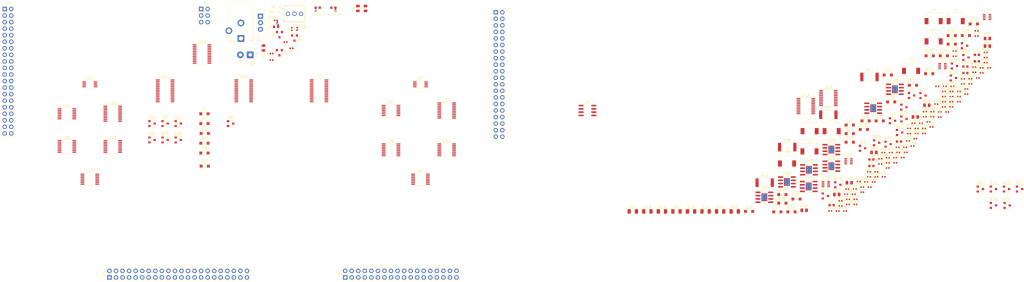
<source format=kicad_pcb>
(kicad_pcb (version 20171130) (host pcbnew 5.1.8)
  (layers (0 F.Cu signal) (1 In1.Cu power) (2 In2.Cu power) (31 B.Cu signal) (34 B.Paste user) (35 F.Paste user) (36 B.SilkS user) (37 F.SilkS user) (38 B.Mask user) (39 F.Mask user) (44 Edge.Cuts user))
  (net 0 "")
  (net 1 +12V)
  (net 2 GND)
  (net 3 +5V)
  (net 4 +3V3)
  (net 5 /SDA-3.3)
  (net 6 /SCL-3.3)
  (net 7 /SCL)
  (net 8 /SDA)
  (net 9 "Net-(D1-Pad2)")
  (net 10 "Net-(D3-Pad1)")
  (net 11 "Net-(D12-Pad1)")
  (net 12 "Net-(D13-Pad1)")
  (net 13 "Net-(R2-Pad2)")
  (net 14 "Net-(D7-Pad1)")
  (net 15 /FAN1_PWM)
  (net 16 /FAN2_PWM)
  (net 17 /FAN3_PWM)
  (net 18 /FAN4_PWM)
  (net 19 /TEMP_DA)
  (net 20 /TEMP_DA-3.3)
  (net 21 "Net-(R31-Pad1)")
  (net 22 /PD11_NEG)
  (net 23 /AVF11)
  (net 24 /AIN11)
  (net 25 /AVF12)
  (net 26 /PD12_NEG)
  (net 27 /AVF31)
  (net 28 /PD31_NEG)
  (net 29 /PD32_NEG)
  (net 30 /AVF32)
  (net 31 /PD21_NEG)
  (net 32 /AVF21)
  (net 33 /AVF22)
  (net 34 /PD22_NEG)
  (net 35 /AVF41)
  (net 36 /PD41_NEG)
  (net 37 /PD42_NEG)
  (net 38 /AVF42)
  (net 39 "Net-(C33-Pad2)")
  (net 40 "Net-(C34-Pad2)")
  (net 41 /AIN21)
  (net 42 /AIN31)
  (net 43 /AIN41)
  (net 44 /AIN12)
  (net 45 /AIN22)
  (net 46 /AIN32)
  (net 47 /AIN42)
  (net 48 "Net-(C43-Pad2)")
  (net 49 "Net-(C44-Pad2)")
  (net 50 "Net-(C46-Pad2)")
  (net 51 "Net-(C47-Pad2)")
  (net 52 "Net-(C48-Pad2)")
  (net 53 "Net-(C49-Pad2)")
  (net 54 /DRUG11_NEG)
  (net 55 /DRUG12_NEG)
  (net 56 /MEDIA1_NEG)
  (net 57 /WASTE1_NEG)
  (net 58 /FAN1_NEG)
  (net 59 "Net-(D9-Pad1)")
  (net 60 "Net-(D10-Pad1)")
  (net 61 "Net-(D11-Pad1)")
  (net 62 "Net-(D14-Pad1)")
  (net 63 "Net-(D15-Pad1)")
  (net 64 "Net-(D16-Pad1)")
  (net 65 /DRUG21_NEG)
  (net 66 /DRUG22_NEG)
  (net 67 /MEDIA2_NEG)
  (net 68 /WASTE2_NEG)
  (net 69 /FAN2_NEG)
  (net 70 /DRUG31_NEG)
  (net 71 /DRUG32_NEG)
  (net 72 /MEDIA3_NEG)
  (net 73 /WASTE3_NEG)
  (net 74 /FAN3_NEG)
  (net 75 /DRUG41_NEG)
  (net 76 /DRUG42_NEG)
  (net 77 /MEDIA4_NEG)
  (net 78 /WASTE4_NEG)
  (net 79 /FAN4_NEG)
  (net 80 /LED11_CCNEG)
  (net 81 /LED12_CCNEG)
  (net 82 /LED21_CCNEG)
  (net 83 /LED22_CCNEG)
  (net 84 /LED31_CCNEG)
  (net 85 /LED32_CCNEG)
  (net 86 /LED41_CCNEG)
  (net 87 /LED42_CCNEG)
  (net 88 /I2CM_A1)
  (net 89 /I2CM_A2)
  (net 90 /I2CM_A3)
  (net 91 /FAN1_POS)
  (net 92 /LED11_NEG)
  (net 93 /LED12_NEG)
  (net 94 /PD11_POS)
  (net 95 /FAN3_POS)
  (net 96 /LED31_NEG)
  (net 97 /LED32_NEG)
  (net 98 /LED22_NEG)
  (net 99 /LED21_NEG)
  (net 100 /FAN2_POS)
  (net 101 /LED42_NEG)
  (net 102 /LED41_NEG)
  (net 103 /FAN4_POS)
  (net 104 /MEDIA1_PWM)
  (net 105 /MEDIA2_PWM)
  (net 106 /MEDIA3_PWM)
  (net 107 /MEDIA4_PWM)
  (net 108 /DRUGS11_PWM)
  (net 109 /DRUGS21_PWM)
  (net 110 /DRUGS31_PWM)
  (net 111 /DRUGS41_PWM)
  (net 112 /DRUGS12_PWM)
  (net 113 /DRUGS22_PWM)
  (net 114 /DRUGS32_PWM)
  (net 115 /DRUGS42_PWM)
  (net 116 /WASTE1_PWM)
  (net 117 /WASTE2_PWM)
  (net 118 /WASTE3_PWM)
  (net 119 /WASTE4_PWM)
  (net 120 /IND11_PWM)
  (net 121 /IND11_NEG)
  (net 122 /IND21_NEG)
  (net 123 /IND21_PWM)
  (net 124 /IND31_NEG)
  (net 125 /IND31_PWM)
  (net 126 /IND41_PWM)
  (net 127 /IND41_NEG)
  (net 128 /IND12_NEG)
  (net 129 /IND12_PWM)
  (net 130 /IND22_PWM)
  (net 131 /IND22_NEG)
  (net 132 /IND32_PWM)
  (net 133 /IND32_NEG)
  (net 134 /IND42_PWM)
  (net 135 /IND42_NEG)
  (net 136 /ALP11)
  (net 137 "Net-(R4-Pad1)")
  (net 138 "Net-(R23-Pad1)")
  (net 139 "Net-(R29-Pad1)")
  (net 140 "Net-(R58-Pad1)")
  (net 141 "Net-(R59-Pad1)")
  (net 142 /ALP21)
  (net 143 /ALP31)
  (net 144 /ALP41)
  (net 145 /ALP12)
  (net 146 /ALP22)
  (net 147 /ALP32)
  (net 148 /ALP42)
  (net 149 "Net-(R68-Pad1)")
  (net 150 "Net-(R69-Pad1)")
  (net 151 "Net-(R70-Pad1)")
  (net 152 "Net-(R71-Pad1)")
  (net 153 "Net-(R72-Pad2)")
  (net 154 "Net-(R73-Pad1)")
  (net 155 "Net-(R74-Pad1)")
  (net 156 /SDA-PWM)
  (net 157 /SCL-PWM)
  (net 158 /LED22_PWM)
  (net 159 /LED21_PWM)
  (net 160 /LED12_PWM)
  (net 161 /LED11_PWM)
  (net 162 /SDA-ADC)
  (net 163 /SCL-ADC)
  (net 164 /APOT11)
  (net 165 /APOT12)
  (net 166 /LED31_PWM)
  (net 167 /LED32_PWM)
  (net 168 /LED41_PWM)
  (net 169 /LED42_PWM)
  (net 170 /SDA-1MPOT)
  (net 171 /SCL-1MPOT)
  (net 172 /SCL-CUR)
  (net 173 /SDA-CUR)
  (net 174 /APOT31)
  (net 175 /APOT32)
  (net 176 /APOT41)
  (net 177 /APOT42)
  (net 178 /LED11_SVIN)
  (net 179 /LED12_SVIN)
  (net 180 /SDA-POT)
  (net 181 /LED21_SVIN)
  (net 182 /SCL-POT)
  (net 183 /LED22_SVIN)
  (net 184 /LED31_SVIN)
  (net 185 /LED32_SVIN)
  (net 186 /LED41_SVIN)
  (net 187 /LED42_SVIN)
  (module Resistor_SMD:R_0402_1005Metric (layer F.Cu) (at 153.035 43.942 180)
    (fp_text reference R17 (at 1.397 0 270) (layer F.SilkS) (effects (font (size 0.5 0.5) (thickness 0.125))))
    (fp_text value 10KΩ)
    (pad 2 smd roundrect (at 0.485 0 180) (size 0.59 0.64) (layers F.Cu F.Paste F.Mask) (net 5 /SDA-3.3))
    (pad 1 smd roundrect (at -0.485 0 180) (size 0.59 0.64) (layers F.Cu F.Paste F.Mask) (net 4 +3V3))
  )
  (module Resistor_SMD:R_0402_1005Metric (layer F.Cu) (at 153.035 41.402 180)
    (fp_text reference R16 (at 1.397 0 270) (layer F.SilkS) (effects (font (size 0.5 0.5) (thickness 0.125))))
    (fp_text value 10KΩ)
    (pad 2 smd roundrect (at 0.485 0 180) (size 0.59 0.64) (layers F.Cu F.Paste F.Mask) (net 6 /SCL-3.3))
    (pad 1 smd roundrect (at -0.485 0 180) (size 0.59 0.64) (layers F.Cu F.Paste F.Mask) (net 4 +3V3))
  )
  (module Resistor_SMD:R_0402_1005Metric (layer F.Cu) (at 158.496 36.957)
    (fp_text reference R13 (at 0 1.016) (layer F.SilkS) (effects (font (size 0.5 0.5) (thickness 0.125))))
    (fp_text value 10KΩ)
    (pad 2 smd roundrect (at 0.485 0) (size 0.59 0.64) (layers F.Cu F.Paste F.Mask) (net 3 +5V))
    (pad 1 smd roundrect (at -0.485 0) (size 0.59 0.64) (layers F.Cu F.Paste F.Mask) (net 8 /SDA))
  )
  (module Resistor_SMD:R_0402_1005Metric (layer F.Cu) (at 160.782 39.37)
    (fp_text reference R12 (at 0 1.016) (layer F.SilkS) (effects (font (size 0.5 0.5) (thickness 0.125))))
    (fp_text value 10KΩ)
    (pad 2 smd roundrect (at 0.485 0) (size 0.59 0.64) (layers F.Cu F.Paste F.Mask) (net 3 +5V))
    (pad 1 smd roundrect (at -0.485 0) (size 0.59 0.64) (layers F.Cu F.Paste F.Mask) (net 7 /SCL))
  )
  (module Connector_PinHeader_2.54mm:PinHeader_2x20_P2.54mm_Vertical (layer F.Cu) (at 240.03 25.4)
    (fp_text reference J2 (at 5.25 -1 -270) (layer F.SilkS))
    (fp_text value "2x20 Male Header")
    (pad 40 thru_hole oval (at 2.54 48.26) (size 1.7 1.7) (drill 1) (layers *.Cu *.Mask))
    (pad 39 thru_hole oval (at 0 48.26) (size 1.7 1.7) (drill 1) (layers *.Cu *.Mask) (net 2 GND))
    (pad 38 thru_hole oval (at 2.54 45.72) (size 1.7 1.7) (drill 1) (layers *.Cu *.Mask))
    (pad 37 thru_hole oval (at 0 45.72) (size 1.7 1.7) (drill 1) (layers *.Cu *.Mask))
    (pad 36 thru_hole oval (at 2.54 43.18) (size 1.7 1.7) (drill 1) (layers *.Cu *.Mask))
    (pad 35 thru_hole oval (at 0 43.18) (size 1.7 1.7) (drill 1) (layers *.Cu *.Mask))
    (pad 34 thru_hole oval (at 2.54 40.64) (size 1.7 1.7) (drill 1) (layers *.Cu *.Mask) (net 2 GND))
    (pad 33 thru_hole oval (at 0 40.64) (size 1.7 1.7) (drill 1) (layers *.Cu *.Mask))
    (pad 32 thru_hole oval (at 2.54 38.1) (size 1.7 1.7) (drill 1) (layers *.Cu *.Mask))
    (pad 31 thru_hole oval (at 0 38.1) (size 1.7 1.7) (drill 1) (layers *.Cu *.Mask))
    (pad 30 thru_hole oval (at 2.54 35.56) (size 1.7 1.7) (drill 1) (layers *.Cu *.Mask) (net 2 GND))
    (pad 29 thru_hole oval (at 0 35.56) (size 1.7 1.7) (drill 1) (layers *.Cu *.Mask))
    (pad 28 thru_hole oval (at 2.54 33.02) (size 1.7 1.7) (drill 1) (layers *.Cu *.Mask))
    (pad 27 thru_hole oval (at 0 33.02) (size 1.7 1.7) (drill 1) (layers *.Cu *.Mask))
    (pad 26 thru_hole oval (at 2.54 30.48) (size 1.7 1.7) (drill 1) (layers *.Cu *.Mask))
    (pad 25 thru_hole oval (at 0 30.48) (size 1.7 1.7) (drill 1) (layers *.Cu *.Mask) (net 2 GND))
    (pad 24 thru_hole oval (at 2.54 27.94) (size 1.7 1.7) (drill 1) (layers *.Cu *.Mask))
    (pad 23 thru_hole oval (at 0 27.94) (size 1.7 1.7) (drill 1) (layers *.Cu *.Mask))
    (pad 22 thru_hole oval (at 2.54 25.4) (size 1.7 1.7) (drill 1) (layers *.Cu *.Mask))
    (pad 21 thru_hole oval (at 0 25.4) (size 1.7 1.7) (drill 1) (layers *.Cu *.Mask))
    (pad 20 thru_hole oval (at 2.54 22.86) (size 1.7 1.7) (drill 1) (layers *.Cu *.Mask) (net 2 GND))
    (pad 19 thru_hole oval (at 0 22.86) (size 1.7 1.7) (drill 1) (layers *.Cu *.Mask))
    (pad 18 thru_hole oval (at 2.54 20.32) (size 1.7 1.7) (drill 1) (layers *.Cu *.Mask))
    (pad 17 thru_hole oval (at 0 20.32) (size 1.7 1.7) (drill 1) (layers *.Cu *.Mask) (net 4 +3V3))
    (pad 16 thru_hole oval (at 2.54 17.78) (size 1.7 1.7) (drill 1) (layers *.Cu *.Mask))
    (pad 15 thru_hole oval (at 0 17.78) (size 1.7 1.7) (drill 1) (layers *.Cu *.Mask))
    (pad 14 thru_hole oval (at 2.54 15.24) (size 1.7 1.7) (drill 1) (layers *.Cu *.Mask) (net 2 GND))
    (pad 13 thru_hole oval (at 0 15.24) (size 1.7 1.7) (drill 1) (layers *.Cu *.Mask))
    (pad 12 thru_hole oval (at 2.54 12.7) (size 1.7 1.7) (drill 1) (layers *.Cu *.Mask))
    (pad 11 thru_hole oval (at 0 12.7) (size 1.7 1.7) (drill 1) (layers *.Cu *.Mask))
    (pad 10 thru_hole oval (at 2.54 10.16) (size 1.7 1.7) (drill 1) (layers *.Cu *.Mask))
    (pad 9 thru_hole oval (at 0 10.16) (size 1.7 1.7) (drill 1) (layers *.Cu *.Mask) (net 2 GND))
    (pad 8 thru_hole oval (at 2.54 7.62) (size 1.7 1.7) (drill 1) (layers *.Cu *.Mask))
    (pad 7 thru_hole oval (at 0 7.62) (size 1.7 1.7) (drill 1) (layers *.Cu *.Mask) (net 20 /TEMP_DA-3.3))
    (pad 6 thru_hole oval (at 2.54 5.08) (size 1.7 1.7) (drill 1) (layers *.Cu *.Mask) (net 2 GND))
    (pad 5 thru_hole oval (at 0 5.08) (size 1.7 1.7) (drill 1) (layers *.Cu *.Mask) (net 6 /SCL-3.3))
    (pad 4 thru_hole oval (at 2.54 2.54) (size 1.7 1.7) (drill 1) (layers *.Cu *.Mask))
    (pad 3 thru_hole oval (at 0 2.54) (size 1.7 1.7) (drill 1) (layers *.Cu *.Mask) (net 5 /SDA-3.3))
    (pad 2 thru_hole oval (at 2.54 0) (size 1.7 1.7) (drill 1) (layers *.Cu *.Mask))
    (pad 1 thru_hole rect (at 0 0) (size 1.7 1.7) (drill 1) (layers *.Cu *.Mask) (net 4 +3V3))
  )
  (module Capacitor_SMD:C_0805_2012Metric (layer F.Cu) (at 149.9108 39.2684 90)
    (fp_text reference C1 (at -2.7432 0.1524 90) (layer F.SilkS))
    (fp_text value 10μF)
    (pad 1 smd roundrect (at -0.9375 0 90) (size 0.975 1.4) (layers F.Cu F.Paste F.Mask) (net 1 +12V))
    (pad 2 smd roundrect (at 0.9375 0 90) (size 0.975 1.4) (layers F.Cu F.Paste F.Mask) (net 2 GND))
  )
  (module Connector_BarrelJack:BarrelJack_CUI_PJ-102AH_Horizontal (layer F.Cu) (at 141.1732 35.56 180)
    (fp_text reference J1 (at 5.6388 12.717454 90) (layer F.SilkS))
    (fp_text value PJ-102AH)
    (pad 1 thru_hole rect (at 0 0 180) (size 2.6 2.6) (drill 1.6) (layers *.Cu *.Mask) (net 9 "Net-(D1-Pad2)"))
    (pad 2 thru_hole circle (at 0 6 180) (size 2.6 2.6) (drill 1.6) (layers *.Cu *.Mask) (net 2 GND))
    (pad 3 thru_hole circle (at 4.7 3 180) (size 2.6 2.6) (drill 1.6) (layers *.Cu *.Mask) (net 2 GND))
  )
  (module Package_TO_SOT_THT:TO-220-3_Vertical (layer F.Cu) (at 148.7424 26.924 270)
    (fp_text reference Q1 (at 8.7376 0.762 90) (layer F.SilkS))
    (fp_text value UA7805CKCT)
    (pad 1 thru_hole rect (at 0 0 270) (size 1.905 2) (drill 1.1) (layers *.Cu *.Mask) (net 1 +12V))
    (pad 2 thru_hole oval (at 2.54 0 270) (size 1.905 2) (drill 1.1) (layers *.Cu *.Mask) (net 2 GND))
    (pad 3 thru_hole oval (at 5.08 0 270) (size 1.905 2) (drill 1.1) (layers *.Cu *.Mask) (net 3 +5V))
  )
  (module LED_SMD:LED_0603_1608Metric (layer F.Cu) (at 177.038 23.622 180)
    (fp_text reference D3 (at -1.778 0 90) (layer F.SilkS) (effects (font (size 0.25 0.25) (thickness 0.0625))))
    (fp_text value 19-217/GHC-YR1S2/3T)
    (pad 2 smd roundrect (at 0.7875 0 180) (size 0.875 0.95) (layers F.Cu F.Paste F.Mask) (net 3 +5V))
    (pad 1 smd roundrect (at -0.7875 0 180) (size 0.875 0.95) (layers F.Cu F.Paste F.Mask) (net 10 "Net-(D3-Pad1)"))
  )
  (module Resistor_SMD:R_0805_2012Metric (layer F.Cu) (at 186.5376 23.9268 270)
    (fp_text reference R3 (at 0 1.3716 90) (layer F.SilkS) (effects (font (size 0.5 0.5) (thickness 0.125))))
    (fp_text value 169Ω)
    (pad 1 smd roundrect (at -0.9375 0 270) (size 0.975 1.4) (layers F.Cu F.Paste F.Mask) (net 10 "Net-(D3-Pad1)"))
    (pad 2 smd roundrect (at 0.9375 0 270) (size 0.975 1.4) (layers F.Cu F.Paste F.Mask) (net 2 GND))
  )
  (module LED_SMD:LED_0603_1608Metric (layer F.Cu) (at 170.942 23.622 180)
    (fp_text reference D7 (at -1.8796 0 270) (layer F.SilkS) (effects (font (size 0.25 0.25) (thickness 0.0625))))
    (fp_text value 19-213/Y2C-CQ2R2L/3T)
    (pad 1 smd roundrect (at -0.7875 0 180) (size 0.875 0.95) (layers F.Cu F.Paste F.Mask) (net 14 "Net-(D7-Pad1)"))
    (pad 2 smd roundrect (at 0.7875 0 180) (size 0.875 0.95) (layers F.Cu F.Paste F.Mask) (net 4 +3V3))
  )
  (module Resistor_SMD:R_0805_2012Metric (layer F.Cu) (at 189.484 23.9268 270)
    (fp_text reference R28 (at 0 1.3335 90) (layer F.SilkS) (effects (font (size 0.5 0.5) (thickness 0.125))))
    (fp_text value 80Ω)
    (pad 1 smd roundrect (at -0.9375 0 270) (size 0.975 1.4) (layers F.Cu F.Paste F.Mask) (net 14 "Net-(D7-Pad1)"))
    (pad 2 smd roundrect (at 0.9375 0 270) (size 0.975 1.4) (layers F.Cu F.Paste F.Mask) (net 2 GND))
  )
  (module Capacitor_SMD:C_0402_1005Metric (layer F.Cu) (at 154.7368 28.5496 180)
    (fp_text reference C3 (at 1.3716 0 90) (layer F.SilkS) (effects (font (size 0.5 0.5) (thickness 0.125))))
    (fp_text value 0.1μF)
    (pad 1 smd roundrect (at -0.485 0 180) (size 0.59 0.64) (layers F.Cu F.Paste F.Mask) (net 3 +5V))
    (pad 2 smd roundrect (at 0.485 0 180) (size 0.59 0.64) (layers F.Cu F.Paste F.Mask) (net 2 GND))
  )
  (module Package_TO_SOT_SMD:SOT-23 (layer F.Cu) (at 156.083 41.0845 270)
    (fp_text reference Q6 (at 0 -2.3622 90) (layer F.SilkS) (effects (font (size 0.75 0.75))))
    (fp_text value DMN6140LQ-7)
    (pad 1 smd rect (at -1 -0.95 270) (size 0.9 0.8) (layers F.Cu F.Paste F.Mask) (net 4 +3V3))
    (pad 2 smd rect (at -1 0.95 270) (size 0.9 0.8) (layers F.Cu F.Paste F.Mask) (net 6 /SCL-3.3))
    (pad 3 smd rect (at 1 0 270) (size 0.9 0.8) (layers F.Cu F.Paste F.Mask) (net 7 /SCL))
  )
  (module Package_TO_SOT_SMD:SOT-23 (layer F.Cu) (at 156.1084 34.0868 270)
    (fp_text reference Q7 (at 0 2.4384 90) (layer F.SilkS) (effects (font (size 0.75 0.75))))
    (fp_text value DMN6140LQ-7)
    (pad 3 smd rect (at 1 0 270) (size 0.9 0.8) (layers F.Cu F.Paste F.Mask) (net 8 /SDA))
    (pad 2 smd rect (at -1 0.95 270) (size 0.9 0.8) (layers F.Cu F.Paste F.Mask) (net 5 /SDA-3.3))
    (pad 1 smd rect (at -1 -0.95 270) (size 0.9 0.8) (layers F.Cu F.Paste F.Mask) (net 4 +3V3))
  )
  (module 1725669andothers:1725669 (layer F.Cu) (at 164.4904 26.0096 180)
    (fp_text reference J3 (at -0.9144 -4.9276) (layer F.SilkS) (effects (font (size 1.27 1.27) (thickness 0.254))))
    (fp_text value 1725669 hide)
    (pad 1 thru_hole circle (at 0 0 180) (size 1.65 1.65) (drill 1.1) (layers *.Cu *.Mask) (net 3 +5V))
    (pad 2 thru_hole circle (at 2.54 0 180) (size 1.65 1.65) (drill 1.1) (layers *.Cu *.Mask) (net 19 /TEMP_DA))
    (pad 3 thru_hole circle (at 5.08 0 180) (size 1.65 1.65) (drill 1.1) (layers *.Cu *.Mask) (net 2 GND))
    (pad 4 np_thru_hole circle (at 0 2.54 180) (size 1.1 0) (drill 1.1) (layers *.Cu *.Mask))
    (pad 5 np_thru_hole circle (at 2.54 2.54 180) (size 1.1 0) (drill 1.1) (layers *.Cu *.Mask))
    (pad 6 np_thru_hole circle (at 5.08 2.54 180) (size 1.1 0) (drill 1.1) (layers *.Cu *.Mask))
  )
  (module Resistor_SMD:R_0402_1005Metric (layer F.Cu) (at 160.8836 31.9024 90)
    (fp_text reference R15 (at 0 -1.17 90) (layer F.SilkS) (effects (font (size 0.5 0.5) (thickness 0.125))))
    (fp_text value 4.7KΩ)
    (pad 1 smd roundrect (at -0.485 0 90) (size 0.59 0.64) (layers F.Cu F.Paste F.Mask) (net 20 /TEMP_DA-3.3))
    (pad 2 smd roundrect (at 0.485 0 90) (size 0.59 0.64) (layers F.Cu F.Paste F.Mask) (net 4 +3V3))
  )
  (module Package_TO_SOT_SMD:SOT-23 (layer F.Cu) (at 161.9504 35.4076 270)
    (fp_text reference Q12 (at 0 -2.286 90) (layer F.SilkS) (effects (font (size 0.75 0.75))))
    (fp_text value DMN6140LQ-7)
    (pad 1 smd rect (at -1 -0.95 270) (size 0.9 0.8) (layers F.Cu F.Paste F.Mask) (net 4 +3V3))
    (pad 2 smd rect (at -1 0.95 270) (size 0.9 0.8) (layers F.Cu F.Paste F.Mask) (net 20 /TEMP_DA-3.3))
    (pad 3 smd rect (at 1 0 270) (size 0.9 0.8) (layers F.Cu F.Paste F.Mask) (net 19 /TEMP_DA))
  )
  (module Resistor_SMD:R_0402_1005Metric (layer F.Cu) (at 162.9664 31.8516 90)
    (fp_text reference R18 (at 0 -0.9144 90) (layer F.SilkS) (effects (font (size 0.5 0.5) (thickness 0.125))))
    (fp_text value 4.7KΩ)
    (pad 1 smd roundrect (at -0.485 0 90) (size 0.59 0.64) (layers F.Cu F.Paste F.Mask) (net 19 /TEMP_DA))
    (pad 2 smd roundrect (at 0.485 0 90) (size 0.59 0.64) (layers F.Cu F.Paste F.Mask) (net 3 +5V))
  )
  (module Diode_THT:D_DO-201AE_P3.81mm_Vertical_AnodeUp (layer F.Cu) (at 144.78 41.91 180)
    (fp_text reference D1 (at -0.920562 -3.758039) (layer F.SilkS))
    (fp_text value MUR480ERLG)
    (fp_text user A (at 3.828854 -2.274224) (layer F.SilkS))
    (pad 1 thru_hole rect (at 0 0 180) (size 2.6 2.6) (drill 1.3) (layers *.Cu *.Mask) (net 1 +12V))
    (pad 2 thru_hole oval (at 3.81 0 180) (size 2.6 2.6) (drill 1.3) (layers *.Cu *.Mask) (net 9 "Net-(D1-Pad2)"))
  )
  (module Capacitor_SMD:C_0603_1608Metric (layer F.Cu) (at 154.7876 31.0388 180)
    (fp_text reference C6 (at 1.8796 0.0508 270) (layer F.SilkS) (effects (font (size 0.5 0.5) (thickness 0.125))))
    (fp_text value 1μF)
    (pad 1 smd roundrect (at -0.7875 0 180) (size 0.875 0.95) (layers F.Cu F.Paste F.Mask) (net 3 +5V))
    (pad 2 smd roundrect (at 0.7875 0 180) (size 0.875 0.95) (layers F.Cu F.Paste F.Mask) (net 2 GND))
  )
  (module Capacitor_SMD:C_0402_1005Metric (layer F.Cu) (at 416.785001 60.105001)
    (fp_text reference C2 (at 0 -1.16) (layer F.SilkS))
    (fp_text value 0.1μF)
    (pad 1 smd roundrect (at -0.48 0) (size 0.56 0.62) (layers F.Cu F.Paste F.Mask) (net 3 +5V))
    (pad 2 smd roundrect (at 0.48 0) (size 0.56 0.62) (layers F.Cu F.Paste F.Mask) (net 2 GND))
  )
  (module Capacitor_SMD:C_0402_1005Metric (layer F.Cu) (at 427.035001 50.895001)
    (fp_text reference C4 (at 0 -1.16) (layer F.SilkS))
    (fp_text value 0.1μF)
    (pad 2 smd roundrect (at 0.48 0) (size 0.56 0.62) (layers F.Cu F.Paste F.Mask) (net 3 +5V))
    (pad 1 smd roundrect (at -0.48 0) (size 0.56 0.62) (layers F.Cu F.Paste F.Mask) (net 2 GND))
  )
  (module Capacitor_SMD:C_0402_1005Metric (layer F.Cu) (at 394.995001 83.795001)
    (fp_text reference C5 (at 0 -1.16) (layer F.SilkS))
    (fp_text value 0.1μF)
    (pad 2 smd roundrect (at 0.48 0) (size 0.56 0.62) (layers F.Cu F.Paste F.Mask) (net 3 +5V))
    (pad 1 smd roundrect (at -0.48 0) (size 0.56 0.62) (layers F.Cu F.Paste F.Mask) (net 2 GND))
  )
  (module Capacitor_SMD:C_0402_1005Metric (layer F.Cu) (at 412.255001 66.055001)
    (fp_text reference C7 (at 0 -1.16) (layer F.SilkS))
    (fp_text value 0.1μF)
    (pad 1 smd roundrect (at -0.48 0) (size 0.56 0.62) (layers F.Cu F.Paste F.Mask) (net 3 +5V))
    (pad 2 smd roundrect (at 0.48 0) (size 0.56 0.62) (layers F.Cu F.Paste F.Mask) (net 2 GND))
  )
  (module Capacitor_SMD:C_0402_1005Metric (layer F.Cu) (at 397.865001 81.755001)
    (fp_text reference C8 (at 0 -1.16) (layer F.SilkS))
    (fp_text value 0.1μF)
    (pad 2 smd roundrect (at 0.48 0) (size 0.56 0.62) (layers F.Cu F.Paste F.Mask) (net 3 +5V))
    (pad 1 smd roundrect (at -0.48 0) (size 0.56 0.62) (layers F.Cu F.Paste F.Mask) (net 2 GND))
  )
  (module Capacitor_SMD:C_0402_1005Metric (layer F.Cu) (at 390.545001 89.245001)
    (fp_text reference C9 (at 0 -1.16) (layer F.SilkS))
    (fp_text value 0.1μF)
    (pad 1 smd roundrect (at -0.48 0) (size 0.56 0.62) (layers F.Cu F.Paste F.Mask) (net 2 GND))
    (pad 2 smd roundrect (at 0.48 0) (size 0.56 0.62) (layers F.Cu F.Paste F.Mask) (net 3 +5V))
  )
  (module Capacitor_SMD:C_0402_1005Metric (layer F.Cu) (at 399.055001 79.765001)
    (fp_text reference C10 (at 0 -1.16) (layer F.SilkS))
    (fp_text value 0.1μF)
    (pad 2 smd roundrect (at 0.48 0) (size 0.56 0.62) (layers F.Cu F.Paste F.Mask) (net 2 GND))
    (pad 1 smd roundrect (at -0.48 0) (size 0.56 0.62) (layers F.Cu F.Paste F.Mask) (net 3 +5V))
  )
  (module Capacitor_SMD:C_0402_1005Metric (layer F.Cu) (at 382.195001 93.225001)
    (fp_text reference C11 (at 0 -1.16) (layer F.SilkS))
    (fp_text value 0.1μF)
    (pad 1 smd roundrect (at -0.48 0) (size 0.56 0.62) (layers F.Cu F.Paste F.Mask) (net 3 +5V))
    (pad 2 smd roundrect (at 0.48 0) (size 0.56 0.62) (layers F.Cu F.Paste F.Mask) (net 2 GND))
  )
  (module Capacitor_SMD:C_0402_1005Metric (layer F.Cu) (at 419.695001 56.125001)
    (fp_text reference C12 (at 0 -1.16) (layer F.SilkS))
    (fp_text value 0.1μF)
    (pad 1 smd roundrect (at -0.48 0) (size 0.56 0.62) (layers F.Cu F.Paste F.Mask) (net 3 +5V))
    (pad 2 smd roundrect (at 0.48 0) (size 0.56 0.62) (layers F.Cu F.Paste F.Mask) (net 2 GND))
  )
  (module Capacitor_SMD:C_0402_1005Metric (layer F.Cu) (at 407.845001 67.915001)
    (fp_text reference C13 (at 0 -1.16) (layer F.SilkS))
    (fp_text value 10pF)
    (pad 2 smd roundrect (at 0.48 0) (size 0.56 0.62) (layers F.Cu F.Paste F.Mask) (net 22 /PD11_NEG))
    (pad 1 smd roundrect (at -0.48 0) (size 0.56 0.62) (layers F.Cu F.Paste F.Mask) (net 23 /AVF11))
  )
  (module Capacitor_SMD:C_0402_1005Metric (layer F.Cu) (at 398.795001 77.795001)
    (fp_text reference C14 (at 0 -1.16) (layer F.SilkS))
    (fp_text value 0.1μF)
    (pad 1 smd roundrect (at -0.48 0) (size 0.56 0.62) (layers F.Cu F.Paste F.Mask) (net 2 GND))
    (pad 2 smd roundrect (at 0.48 0) (size 0.56 0.62) (layers F.Cu F.Paste F.Mask) (net 3 +5V))
  )
  (module Capacitor_SMD:C_0402_1005Metric (layer F.Cu) (at 376.655001 99.955001)
    (fp_text reference C15 (at 0 -1.16) (layer F.SilkS))
    (fp_text value 0.1μF)
    (pad 2 smd roundrect (at 0.48 0) (size 0.56 0.62) (layers F.Cu F.Paste F.Mask) (net 3 +5V))
    (pad 1 smd roundrect (at -0.48 0) (size 0.56 0.62) (layers F.Cu F.Paste F.Mask) (net 2 GND))
  )
  (module Capacitor_SMD:C_0402_1005Metric (layer F.Cu) (at 406.155001 70.475001)
    (fp_text reference C16 (at 0 -1.16) (layer F.SilkS))
    (fp_text value 0.1μF)
    (pad 1 smd roundrect (at -0.48 0) (size 0.56 0.62) (layers F.Cu F.Paste F.Mask) (net 3 +5V))
    (pad 2 smd roundrect (at 0.48 0) (size 0.56 0.62) (layers F.Cu F.Paste F.Mask) (net 2 GND))
  )
  (module Capacitor_SMD:C_0402_1005Metric (layer F.Cu) (at 431.405001 46.955001)
    (fp_text reference C17 (at 0 -1.16) (layer F.SilkS))
    (fp_text value 0.1μF)
    (pad 1 smd roundrect (at -0.48 0) (size 0.56 0.62) (layers F.Cu F.Paste F.Mask) (net 2 GND))
    (pad 2 smd roundrect (at 0.48 0) (size 0.56 0.62) (layers F.Cu F.Paste F.Mask) (net 3 +5V))
  )
  (module Capacitor_SMD:C_0402_1005Metric (layer F.Cu) (at 379.565001 97.965001)
    (fp_text reference C18 (at 0 -1.16) (layer F.SilkS))
    (fp_text value 0.1μF)
    (pad 2 smd roundrect (at 0.48 0) (size 0.56 0.62) (layers F.Cu F.Paste F.Mask) (net 24 /AIN11))
    (pad 1 smd roundrect (at -0.48 0) (size 0.56 0.62) (layers F.Cu F.Paste F.Mask) (net 2 GND))
  )
  (module Capacitor_SMD:C_0402_1005Metric (layer F.Cu) (at 396.185001 79.785001)
    (fp_text reference C19 (at 0 -1.16) (layer F.SilkS))
    (fp_text value 10pF)
    (pad 1 smd roundrect (at -0.48 0) (size 0.56 0.62) (layers F.Cu F.Paste F.Mask) (net 25 /AVF12))
    (pad 2 smd roundrect (at 0.48 0) (size 0.56 0.62) (layers F.Cu F.Paste F.Mask) (net 26 /PD12_NEG))
  )
  (module Capacitor_SMD:C_0402_1005Metric (layer F.Cu) (at 392.085001 85.805001)
    (fp_text reference C20 (at 0 -1.16) (layer F.SilkS))
    (fp_text value 10pF)
    (pad 2 smd roundrect (at 0.48 0) (size 0.56 0.62) (layers F.Cu F.Paste F.Mask) (net 28 /PD31_NEG))
    (pad 1 smd roundrect (at -0.48 0) (size 0.56 0.62) (layers F.Cu F.Paste F.Mask) (net 27 /AVF31))
  )
  (module Capacitor_SMD:C_0402_1005Metric (layer F.Cu) (at 412.295001 64.085001)
    (fp_text reference C21 (at 0 -1.16) (layer F.SilkS))
    (fp_text value 10pF)
    (pad 1 smd roundrect (at -0.48 0) (size 0.56 0.62) (layers F.Cu F.Paste F.Mask) (net 30 /AVF32))
    (pad 2 smd roundrect (at 0.48 0) (size 0.56 0.62) (layers F.Cu F.Paste F.Mask) (net 29 /PD32_NEG))
  )
  (module Capacitor_SMD:C_0402_1005Metric (layer F.Cu) (at 375.555001 102.515001)
    (fp_text reference C22 (at 0 -1.16) (layer F.SilkS))
    (fp_text value 0.1μF)
    (pad 2 smd roundrect (at 0.48 0) (size 0.56 0.62) (layers F.Cu F.Paste F.Mask) (net 2 GND))
    (pad 1 smd roundrect (at -0.48 0) (size 0.56 0.62) (layers F.Cu F.Paste F.Mask) (net 3 +5V))
  )
  (module Capacitor_SMD:C_0402_1005Metric (layer F.Cu) (at 386.605001 91.235001)
    (fp_text reference C23 (at 0 -1.16) (layer F.SilkS))
    (fp_text value 0.1μF)
    (pad 1 smd roundrect (at -0.48 0) (size 0.56 0.62) (layers F.Cu F.Paste F.Mask) (net 3 +5V))
    (pad 2 smd roundrect (at 0.48 0) (size 0.56 0.62) (layers F.Cu F.Paste F.Mask) (net 2 GND))
  )
  (module Capacitor_SMD:C_0402_1005Metric (layer F.Cu) (at 382.195001 95.195001)
    (fp_text reference C24 (at 0 -1.16) (layer F.SilkS))
    (fp_text value 10pF)
    (pad 2 smd roundrect (at 0.48 0) (size 0.56 0.62) (layers F.Cu F.Paste F.Mask) (net 31 /PD21_NEG))
    (pad 1 smd roundrect (at -0.48 0) (size 0.56 0.62) (layers F.Cu F.Paste F.Mask) (net 32 /AVF21))
  )
  (module Capacitor_SMD:C_0402_1005Metric (layer F.Cu) (at 419.695001 58.095001)
    (fp_text reference C25 (at 0 -1.16) (layer F.SilkS))
    (fp_text value 10pF)
    (pad 2 smd roundrect (at 0.48 0) (size 0.56 0.62) (layers F.Cu F.Paste F.Mask) (net 34 /PD22_NEG))
    (pad 1 smd roundrect (at -0.48 0) (size 0.56 0.62) (layers F.Cu F.Paste F.Mask) (net 33 /AVF22))
  )
  (module Capacitor_SMD:C_0402_1005Metric (layer F.Cu) (at 428.535001 48.925001)
    (fp_text reference C26 (at 0 -1.16) (layer F.SilkS))
    (fp_text value 10pF)
    (pad 2 smd roundrect (at 0.48 0) (size 0.56 0.62) (layers F.Cu F.Paste F.Mask) (net 36 /PD41_NEG))
    (pad 1 smd roundrect (at -0.48 0) (size 0.56 0.62) (layers F.Cu F.Paste F.Mask) (net 35 /AVF41))
  )
  (module Capacitor_SMD:C_0402_1005Metric (layer F.Cu) (at 402.805001 74.455001)
    (fp_text reference C27 (at 0 -1.16) (layer F.SilkS))
    (fp_text value 10pF)
    (pad 1 smd roundrect (at -0.48 0) (size 0.56 0.62) (layers F.Cu F.Paste F.Mask) (net 38 /AVF42))
    (pad 2 smd roundrect (at 0.48 0) (size 0.56 0.62) (layers F.Cu F.Paste F.Mask) (net 37 /PD42_NEG))
  )
  (module Capacitor_SMD:C_0402_1005Metric (layer F.Cu) (at 387.675001 89.245001)
    (fp_text reference C28 (at 0 -1.16) (layer F.SilkS))
    (fp_text value 0.1μF)
    (pad 1 smd roundrect (at -0.48 0) (size 0.56 0.62) (layers F.Cu F.Paste F.Mask) (net 2 GND))
    (pad 2 smd roundrect (at 0.48 0) (size 0.56 0.62) (layers F.Cu F.Paste F.Mask) (net 3 +5V))
  )
  (module Capacitor_SMD:C_0402_1005Metric (layer F.Cu) (at 394.995001 81.825001)
    (fp_text reference C29 (at 0 -1.16) (layer F.SilkS))
    (fp_text value 0.1μF)
    (pad 2 smd roundrect (at 0.48 0) (size 0.56 0.62) (layers F.Cu F.Paste F.Mask) (net 3 +5V))
    (pad 1 smd roundrect (at -0.48 0) (size 0.56 0.62) (layers F.Cu F.Paste F.Mask) (net 2 GND))
  )
  (module Capacitor_SMD:C_0402_1005Metric (layer F.Cu) (at 428.535001 46.955001)
    (fp_text reference C30 (at 0 -1.16) (layer F.SilkS))
    (fp_text value 0.1μF)
    (pad 2 smd roundrect (at 0.48 0) (size 0.56 0.62) (layers F.Cu F.Paste F.Mask) (net 3 +5V))
    (pad 1 smd roundrect (at -0.48 0) (size 0.56 0.62) (layers F.Cu F.Paste F.Mask) (net 2 GND))
  )
  (module Capacitor_SMD:C_0402_1005Metric (layer F.Cu) (at 406.155001 72.445001)
    (fp_text reference C31 (at 0 -1.16) (layer F.SilkS))
    (fp_text value 0.1μF)
    (pad 1 smd roundrect (at -0.48 0) (size 0.56 0.62) (layers F.Cu F.Paste F.Mask) (net 2 GND))
    (pad 2 smd roundrect (at 0.48 0) (size 0.56 0.62) (layers F.Cu F.Paste F.Mask) (net 3 +5V))
  )
  (module Capacitor_SMD:C_0402_1005Metric (layer F.Cu) (at 419.655001 60.105001)
    (fp_text reference C32 (at 0 -1.16) (layer F.SilkS))
    (fp_text value 0.1μF)
    (pad 2 smd roundrect (at 0.48 0) (size 0.56 0.62) (layers F.Cu F.Paste F.Mask) (net 3 +5V))
    (pad 1 smd roundrect (at -0.48 0) (size 0.56 0.62) (layers F.Cu F.Paste F.Mask) (net 2 GND))
  )
  (module Capacitor_SMD:C_0603_1608Metric (layer F.Cu) (at 385.735001 82.505001)
    (fp_text reference C33 (at 0 -1.43) (layer F.SilkS))
    (fp_text value 2.2μF)
    (pad 2 smd roundrect (at 0.775 0) (size 0.9 0.95) (layers F.Cu F.Paste F.Mask) (net 39 "Net-(C33-Pad2)"))
    (pad 1 smd roundrect (at -0.775 0) (size 0.9 0.95) (layers F.Cu F.Paste F.Mask) (net 2 GND))
  )
  (module Capacitor_SMD:C_0603_1608Metric (layer F.Cu) (at 385.735001 85.015001)
    (fp_text reference C34 (at 0 -1.43) (layer F.SilkS))
    (fp_text value 2.2μF)
    (pad 2 smd roundrect (at 0.775 0) (size 0.9 0.95) (layers F.Cu F.Paste F.Mask) (net 40 "Net-(C34-Pad2)"))
    (pad 1 smd roundrect (at -0.775 0) (size 0.9 0.95) (layers F.Cu F.Paste F.Mask) (net 2 GND))
  )
  (module Capacitor_SMD:C_0402_1005Metric (layer F.Cu) (at 409.025001 69.885001)
    (fp_text reference C35 (at 0 -1.16) (layer F.SilkS))
    (fp_text value 0.1μF)
    (pad 2 smd roundrect (at 0.48 0) (size 0.56 0.62) (layers F.Cu F.Paste F.Mask) (net 2 GND))
    (pad 1 smd roundrect (at -0.48 0) (size 0.56 0.62) (layers F.Cu F.Paste F.Mask) (net 3 +5V))
  )
  (module Capacitor_SMD:C_0402_1005Metric (layer F.Cu) (at 379.525001 99.955001)
    (fp_text reference C36 (at 0 -1.16) (layer F.SilkS))
    (fp_text value 0.1μF)
    (pad 1 smd roundrect (at -0.48 0) (size 0.56 0.62) (layers F.Cu F.Paste F.Mask) (net 2 GND))
    (pad 2 smd roundrect (at 0.48 0) (size 0.56 0.62) (layers F.Cu F.Paste F.Mask) (net 41 /AIN21))
  )
  (module Capacitor_SMD:C_0402_1005Metric (layer F.Cu) (at 415.165001 64.085001)
    (fp_text reference C37 (at 0 -1.16) (layer F.SilkS))
    (fp_text value 0.1μF)
    (pad 2 smd roundrect (at 0.48 0) (size 0.56 0.62) (layers F.Cu F.Paste F.Mask) (net 42 /AIN31))
    (pad 1 smd roundrect (at -0.48 0) (size 0.56 0.62) (layers F.Cu F.Paste F.Mask) (net 2 GND))
  )
  (module Capacitor_SMD:C_0402_1005Metric (layer F.Cu) (at 401.665001 77.275001)
    (fp_text reference C38 (at 0 -1.16) (layer F.SilkS))
    (fp_text value 0.1μF)
    (pad 2 smd roundrect (at 0.48 0) (size 0.56 0.62) (layers F.Cu F.Paste F.Mask) (net 43 /AIN41))
    (pad 1 smd roundrect (at -0.48 0) (size 0.56 0.62) (layers F.Cu F.Paste F.Mask) (net 2 GND))
  )
  (module Capacitor_SMD:C_0402_1005Metric (layer F.Cu) (at 424.125001 53.195001)
    (fp_text reference C39 (at 0 -1.16) (layer F.SilkS))
    (fp_text value 0.1μF)
    (pad 1 smd roundrect (at -0.48 0) (size 0.56 0.62) (layers F.Cu F.Paste F.Mask) (net 2 GND))
    (pad 2 smd roundrect (at 0.48 0) (size 0.56 0.62) (layers F.Cu F.Paste F.Mask) (net 44 /AIN12))
  )
  (module Capacitor_SMD:C_0402_1005Metric (layer F.Cu) (at 416.705001 62.095001)
    (fp_text reference C40 (at 0 -1.16) (layer F.SilkS))
    (fp_text value 0.1μF)
    (pad 1 smd roundrect (at -0.48 0) (size 0.56 0.62) (layers F.Cu F.Paste F.Mask) (net 2 GND))
    (pad 2 smd roundrect (at 0.48 0) (size 0.56 0.62) (layers F.Cu F.Paste F.Mask) (net 45 /AIN22))
  )
  (module Capacitor_SMD:C_0402_1005Metric (layer F.Cu) (at 385.065001 93.225001)
    (fp_text reference C41 (at 0 -1.16) (layer F.SilkS))
    (fp_text value 0.1μF)
    (pad 1 smd roundrect (at -0.48 0) (size 0.56 0.62) (layers F.Cu F.Paste F.Mask) (net 2 GND))
    (pad 2 smd roundrect (at 0.48 0) (size 0.56 0.62) (layers F.Cu F.Paste F.Mask) (net 46 /AIN32))
  )
  (module Capacitor_SMD:C_0402_1005Metric (layer F.Cu) (at 422.565001 55.185001)
    (fp_text reference C42 (at 0 -1.16) (layer F.SilkS))
    (fp_text value 0.1μF)
    (pad 1 smd roundrect (at -0.48 0) (size 0.56 0.62) (layers F.Cu F.Paste F.Mask) (net 2 GND))
    (pad 2 smd roundrect (at 0.48 0) (size 0.56 0.62) (layers F.Cu F.Paste F.Mask) (net 47 /AIN42))
  )
  (module Capacitor_SMD:C_0603_1608Metric (layer F.Cu) (at 426.635001 44.415001)
    (fp_text reference C43 (at 0 -1.43) (layer F.SilkS))
    (fp_text value 2.2μF)
    (pad 2 smd roundrect (at 0.775 0) (size 0.9 0.95) (layers F.Cu F.Paste F.Mask) (net 48 "Net-(C43-Pad2)"))
    (pad 1 smd roundrect (at -0.775 0) (size 0.9 0.95) (layers F.Cu F.Paste F.Mask) (net 2 GND))
  )
  (module Capacitor_SMD:C_0603_1608Metric (layer F.Cu) (at 422.185001 48.965001)
    (fp_text reference C44 (at 0 -1.43) (layer F.SilkS))
    (fp_text value 2.2μF)
    (pad 1 smd roundrect (at -0.775 0) (size 0.9 0.95) (layers F.Cu F.Paste F.Mask) (net 2 GND))
    (pad 2 smd roundrect (at 0.775 0) (size 0.9 0.95) (layers F.Cu F.Paste F.Mask) (net 49 "Net-(C44-Pad2)"))
  )
  (module Capacitor_SMD:C_0402_1005Metric (layer F.Cu) (at 422.565001 57.155001)
    (fp_text reference C45 (at 0 -1.16) (layer F.SilkS))
    (fp_text value 0.1μF)
    (pad 2 smd roundrect (at 0.48 0) (size 0.56 0.62) (layers F.Cu F.Paste F.Mask) (net 2 GND))
    (pad 1 smd roundrect (at -0.48 0) (size 0.56 0.62) (layers F.Cu F.Paste F.Mask) (net 3 +5V))
  )
  (module Capacitor_SMD:C_0603_1608Metric (layer F.Cu) (at 396.455001 75.555001)
    (fp_text reference C46 (at 0 -1.43) (layer F.SilkS))
    (fp_text value 2.2μF)
    (pad 2 smd roundrect (at 0.775 0) (size 0.9 0.95) (layers F.Cu F.Paste F.Mask) (net 50 "Net-(C46-Pad2)"))
    (pad 1 smd roundrect (at -0.775 0) (size 0.9 0.95) (layers F.Cu F.Paste F.Mask) (net 2 GND))
  )
  (module Capacitor_SMD:C_0603_1608Metric (layer F.Cu) (at 370.305001 100.195001)
    (fp_text reference C47 (at 0 -1.43) (layer F.SilkS))
    (fp_text value 2.2μF)
    (pad 1 smd roundrect (at -0.775 0) (size 0.9 0.95) (layers F.Cu F.Paste F.Mask) (net 2 GND))
    (pad 2 smd roundrect (at 0.775 0) (size 0.9 0.95) (layers F.Cu F.Paste F.Mask) (net 51 "Net-(C47-Pad2)"))
  )
  (module Capacitor_SMD:C_0603_1608Metric (layer F.Cu) (at 422.185001 46.455001)
    (fp_text reference C48 (at 0 -1.43) (layer F.SilkS))
    (fp_text value 2.2μF)
    (pad 1 smd roundrect (at -0.775 0) (size 0.9 0.95) (layers F.Cu F.Paste F.Mask) (net 2 GND))
    (pad 2 smd roundrect (at 0.775 0) (size 0.9 0.95) (layers F.Cu F.Paste F.Mask) (net 52 "Net-(C48-Pad2)"))
  )
  (module Capacitor_SMD:C_0603_1608Metric (layer F.Cu) (at 426.635001 41.905001)
    (fp_text reference C49 (at 0 -1.43) (layer F.SilkS))
    (fp_text value 2.2μF)
    (pad 1 smd roundrect (at -0.775 0) (size 0.9 0.95) (layers F.Cu F.Paste F.Mask) (net 2 GND))
    (pad 2 smd roundrect (at 0.775 0) (size 0.9 0.95) (layers F.Cu F.Paste F.Mask) (net 53 "Net-(C49-Pad2)"))
  )
  (module Diode_SMD:D_SOD-123F (layer F.Cu) (at 127 64.77)
    (fp_text reference D2 (at -0.127 -1.905) (layer F.SilkS))
    (fp_text value PMEG6010CEH)
    (pad 2 smd rect (at 1.4 0) (size 1.1 1.1) (layers F.Cu F.Paste F.Mask) (net 54 /DRUG11_NEG))
    (pad 1 smd rect (at -1.4 0) (size 1.1 1.1) (layers F.Cu F.Paste F.Mask) (net 1 +12V))
  )
  (module Diode_SMD:D_SOD-123F (layer F.Cu) (at 127 68.58)
    (fp_text reference D4 (at -0.127 -1.905) (layer F.SilkS))
    (fp_text value PMEG6010CEH)
    (pad 1 smd rect (at -1.4 0) (size 1.1 1.1) (layers F.Cu F.Paste F.Mask) (net 1 +12V))
    (pad 2 smd rect (at 1.4 0) (size 1.1 1.1) (layers F.Cu F.Paste F.Mask) (net 55 /DRUG12_NEG))
  )
  (module Diode_SMD:D_SOD-123F (layer F.Cu) (at 127.13 72.39)
    (fp_text reference D5 (at -0.127 -1.905) (layer F.SilkS))
    (fp_text value PMEG6010CEH)
    (pad 1 smd rect (at -1.4 0) (size 1.1 1.1) (layers F.Cu F.Paste F.Mask) (net 1 +12V))
    (pad 2 smd rect (at 1.4 0) (size 1.1 1.1) (layers F.Cu F.Paste F.Mask) (net 56 /MEDIA1_NEG))
  )
  (module Diode_SMD:D_SOD-123F (layer F.Cu) (at 127 76.2)
    (fp_text reference D6 (at -0.127 -1.905) (layer F.SilkS))
    (fp_text value PMEG6010CEH)
    (pad 2 smd rect (at 1.4 0) (size 1.1 1.1) (layers F.Cu F.Paste F.Mask) (net 57 /WASTE1_NEG))
    (pad 1 smd rect (at -1.4 0) (size 1.1 1.1) (layers F.Cu F.Paste F.Mask) (net 1 +12V))
  )
  (module Diode_SMD:D_SOD-123F (layer F.Cu) (at 127 80.01)
    (fp_text reference D8 (at -0.127 -1.905) (layer F.SilkS))
    (fp_text value PMEG6010CEH)
    (pad 1 smd rect (at -1.4 0) (size 1.1 1.1) (layers F.Cu F.Paste F.Mask) (net 1 +12V))
    (pad 2 smd rect (at 1.4 0) (size 1.1 1.1) (layers F.Cu F.Paste F.Mask) (net 58 /FAN1_NEG))
  )
  (module LED_SMD:LED_1206_3216Metric (layer F.Cu) (at 310.125001 102.655001)
    (fp_text reference D9 (at 0 -1.82) (layer F.SilkS))
    (fp_text value 11-21/BHC-AQ2S1M/2T)
    (pad 2 smd roundrect (at 1.4 0) (size 1.25 1.75) (layers F.Cu F.Paste F.Mask) (roundrect_rratio 0.2) (net 3 +5V))
    (pad 1 smd roundrect (at -1.4 0) (size 1.25 1.75) (layers F.Cu F.Paste F.Mask) (roundrect_rratio 0.2) (net 59 "Net-(D9-Pad1)"))
  )
  (module LED_SMD:LED_1206_3216Metric (layer F.Cu) (at 315.775001 102.655001)
    (fp_text reference D10 (at 0 -1.82) (layer F.SilkS))
    (fp_text value 11-21/BHC-AQ2S1M/2T)
    (pad 1 smd roundrect (at -1.4 0) (size 1.25 1.75) (layers F.Cu F.Paste F.Mask) (roundrect_rratio 0.2) (net 60 "Net-(D10-Pad1)"))
    (pad 2 smd roundrect (at 1.4 0) (size 1.25 1.75) (layers F.Cu F.Paste F.Mask) (roundrect_rratio 0.2) (net 3 +5V))
  )
  (module LED_SMD:LED_1206_3216Metric (layer F.Cu) (at 321.425001 102.655001)
    (fp_text reference D11 (at 0 -1.82) (layer F.SilkS))
    (fp_text value 11-21/BHC-AQ2S1M/2T)
    (pad 1 smd roundrect (at -1.4 0) (size 1.25 1.75) (layers F.Cu F.Paste F.Mask) (roundrect_rratio 0.2) (net 61 "Net-(D11-Pad1)"))
    (pad 2 smd roundrect (at 1.4 0) (size 1.25 1.75) (layers F.Cu F.Paste F.Mask) (roundrect_rratio 0.2) (net 3 +5V))
  )
  (module LED_SMD:LED_1206_3216Metric (layer F.Cu) (at 327.075001 102.655001)
    (fp_text reference D12 (at 0 -1.82) (layer F.SilkS))
    (fp_text value 11-21/BHC-AQ2S1M/2T)
    (pad 2 smd roundrect (at 1.4 0) (size 1.25 1.75) (layers F.Cu F.Paste F.Mask) (roundrect_rratio 0.2) (net 3 +5V))
    (pad 1 smd roundrect (at -1.4 0) (size 1.25 1.75) (layers F.Cu F.Paste F.Mask) (roundrect_rratio 0.2) (net 11 "Net-(D12-Pad1)"))
  )
  (module LED_SMD:LED_1206_3216Metric (layer F.Cu) (at 332.725001 102.655001)
    (fp_text reference D13 (at 0 -1.82) (layer F.SilkS))
    (fp_text value 11-21/BHC-AQ2S1M/2T)
    (pad 2 smd roundrect (at 1.4 0) (size 1.25 1.75) (layers F.Cu F.Paste F.Mask) (roundrect_rratio 0.2) (net 3 +5V))
    (pad 1 smd roundrect (at -1.4 0) (size 1.25 1.75) (layers F.Cu F.Paste F.Mask) (roundrect_rratio 0.2) (net 12 "Net-(D13-Pad1)"))
  )
  (module LED_SMD:LED_1206_3216Metric (layer F.Cu) (at 293.175001 102.655001)
    (fp_text reference D14 (at 0 -1.82) (layer F.SilkS))
    (fp_text value 11-21/BHC-AQ2S1M/2T)
    (pad 1 smd roundrect (at -1.4 0) (size 1.25 1.75) (layers F.Cu F.Paste F.Mask) (roundrect_rratio 0.2) (net 62 "Net-(D14-Pad1)"))
    (pad 2 smd roundrect (at 1.4 0) (size 1.25 1.75) (layers F.Cu F.Paste F.Mask) (roundrect_rratio 0.2) (net 3 +5V))
  )
  (module LED_SMD:LED_1206_3216Metric (layer F.Cu) (at 298.825001 102.655001)
    (fp_text reference D15 (at 0 -1.82) (layer F.SilkS))
    (fp_text value 11-21/BHC-AQ2S1M/2T)
    (pad 2 smd roundrect (at 1.4 0) (size 1.25 1.75) (layers F.Cu F.Paste F.Mask) (roundrect_rratio 0.2) (net 3 +5V))
    (pad 1 smd roundrect (at -1.4 0) (size 1.25 1.75) (layers F.Cu F.Paste F.Mask) (roundrect_rratio 0.2) (net 63 "Net-(D15-Pad1)"))
  )
  (module LED_SMD:LED_1206_3216Metric (layer F.Cu) (at 304.475001 102.655001)
    (fp_text reference D16 (at 0 -1.82) (layer F.SilkS))
    (fp_text value 11-21/BHC-AQ2S1M/2T)
    (pad 1 smd roundrect (at -1.4 0) (size 1.25 1.75) (layers F.Cu F.Paste F.Mask) (roundrect_rratio 0.2) (net 64 "Net-(D16-Pad1)"))
    (pad 2 smd roundrect (at 1.4 0) (size 1.25 1.75) (layers F.Cu F.Paste F.Mask) (roundrect_rratio 0.2) (net 3 +5V))
  )
  (module Diode_SMD:D_SOD-123F (layer F.Cu) (at 127.13 85.09)
    (fp_text reference D17 (at -0.127 -1.905) (layer F.SilkS))
    (fp_text value PMEG6010CEH)
    (pad 2 smd rect (at 1.4 0) (size 1.1 1.1) (layers F.Cu F.Paste F.Mask) (net 65 /DRUG21_NEG))
    (pad 1 smd rect (at -1.4 0) (size 1.1 1.1) (layers F.Cu F.Paste F.Mask) (net 1 +12V))
  )
  (module Diode_SMD:D_SOD-123F (layer F.Cu) (at 377.350001 75.825001)
    (fp_text reference D18 (at -0.127 -1.905) (layer F.SilkS))
    (fp_text value PMEG6010CEH)
    (pad 1 smd rect (at -1.4 0) (size 1.1 1.1) (layers F.Cu F.Paste F.Mask) (net 1 +12V))
    (pad 2 smd rect (at 1.4 0) (size 1.1 1.1) (layers F.Cu F.Paste F.Mask) (net 66 /DRUG22_NEG))
  )
  (module Diode_SMD:D_SOD-123F (layer F.Cu) (at 393.400001 60.175001)
    (fp_text reference D19 (at -0.127 -1.905) (layer F.SilkS))
    (fp_text value PMEG6010CEH)
    (pad 1 smd rect (at -1.4 0) (size 1.1 1.1) (layers F.Cu F.Paste F.Mask) (net 1 +12V))
    (pad 2 smd rect (at 1.4 0) (size 1.1 1.1) (layers F.Cu F.Paste F.Mask) (net 67 /MEDIA2_NEG))
  )
  (module Diode_SMD:D_SOD-123F (layer F.Cu) (at 382.830001 70.875001)
    (fp_text reference D20 (at -0.127 -1.905) (layer F.SilkS))
    (fp_text value PMEG6010CEH)
    (pad 1 smd rect (at -1.4 0) (size 1.1 1.1) (layers F.Cu F.Paste F.Mask) (net 1 +12V))
    (pad 2 smd rect (at 1.4 0) (size 1.1 1.1) (layers F.Cu F.Paste F.Mask) (net 68 /WASTE2_NEG))
  )
  (module Diode_SMD:D_SOD-123F (layer F.Cu) (at 401.850001 53.725001)
    (fp_text reference D21 (at -0.127 -1.905) (layer F.SilkS))
    (fp_text value PMEG6010CEH)
    (pad 2 smd rect (at 1.4 0) (size 1.1 1.1) (layers F.Cu F.Paste F.Mask) (net 69 /FAN2_NEG))
    (pad 1 smd rect (at -1.4 0) (size 1.1 1.1) (layers F.Cu F.Paste F.Mask) (net 1 +12V))
  )
  (module Diode_SMD:D_SOD-123F (layer F.Cu) (at 425.460001 29.925001)
    (fp_text reference D22 (at -0.127 -1.905) (layer F.SilkS))
    (fp_text value PMEG6010CEH)
    (pad 2 smd rect (at 1.4 0) (size 1.1 1.1) (layers F.Cu F.Paste F.Mask) (net 70 /DRUG31_NEG))
    (pad 1 smd rect (at -1.4 0) (size 1.1 1.1) (layers F.Cu F.Paste F.Mask) (net 1 +12V))
  )
  (module Diode_SMD:D_SOD-123F (layer F.Cu) (at 416.910001 37.775001)
    (fp_text reference D23 (at -0.127 -1.905) (layer F.SilkS))
    (fp_text value PMEG6010CEH)
    (pad 1 smd rect (at -1.4 0) (size 1.1 1.1) (layers F.Cu F.Paste F.Mask) (net 1 +12V))
    (pad 2 smd rect (at 1.4 0) (size 1.1 1.1) (layers F.Cu F.Paste F.Mask) (net 71 /DRUG32_NEG))
  )
  (module Diode_SMD:D_SOD-123F (layer F.Cu) (at 354.730001 102.815001)
    (fp_text reference D24 (at -0.127 -1.905) (layer F.SilkS))
    (fp_text value PMEG6010CEH)
    (pad 2 smd rect (at 1.4 0) (size 1.1 1.1) (layers F.Cu F.Paste F.Mask) (net 72 /MEDIA3_NEG))
    (pad 1 smd rect (at -1.4 0) (size 1.1 1.1) (layers F.Cu F.Paste F.Mask) (net 1 +12V))
  )
  (module Diode_SMD:D_SOD-123F (layer F.Cu) (at 408.160001 49.225001)
    (fp_text reference D25 (at -0.127 -1.905) (layer F.SilkS))
    (fp_text value PMEG6010CEH)
    (pad 2 smd rect (at 1.4 0) (size 1.1 1.1) (layers F.Cu F.Paste F.Mask) (net 73 /WASTE3_NEG))
    (pad 1 smd rect (at -1.4 0) (size 1.1 1.1) (layers F.Cu F.Paste F.Mask) (net 1 +12V))
  )
  (module Diode_SMD:D_SOD-123F (layer F.Cu) (at 413.840001 42.275001)
    (fp_text reference D26 (at -0.127 -1.905) (layer F.SilkS))
    (fp_text value PMEG6010CEH)
    (pad 2 smd rect (at 1.4 0) (size 1.1 1.1) (layers F.Cu F.Paste F.Mask) (net 74 /FAN3_NEG))
    (pad 1 smd rect (at -1.4 0) (size 1.1 1.1) (layers F.Cu F.Paste F.Mask) (net 1 +12V))
  )
  (module Diode_SMD:D_SOD-123F (layer F.Cu) (at 349.250001 102.815001)
    (fp_text reference D27 (at -0.127 -1.905) (layer F.SilkS))
    (fp_text value PMEG6010CEH)
    (pad 2 smd rect (at 1.4 0) (size 1.1 1.1) (layers F.Cu F.Paste F.Mask) (net 75 /DRUG41_NEG))
    (pad 1 smd rect (at -1.4 0) (size 1.1 1.1) (layers F.Cu F.Paste F.Mask) (net 1 +12V))
  )
  (module Diode_SMD:D_SOD-123F (layer F.Cu) (at 422.390001 34.425001)
    (fp_text reference D28 (at -0.127 -1.905) (layer F.SilkS))
    (fp_text value PMEG6010CEH)
    (pad 2 smd rect (at 1.4 0) (size 1.1 1.1) (layers F.Cu F.Paste F.Mask) (net 76 /DRUG42_NEG))
    (pad 1 smd rect (at -1.4 0) (size 1.1 1.1) (layers F.Cu F.Paste F.Mask) (net 1 +12V))
  )
  (module Diode_SMD:D_SOD-123F (layer F.Cu) (at 388.970001 67.525001)
    (fp_text reference D29 (at -0.127 -1.905) (layer F.SilkS))
    (fp_text value PMEG6010CEH)
    (pad 1 smd rect (at -1.4 0) (size 1.1 1.1) (layers F.Cu F.Paste F.Mask) (net 1 +12V))
    (pad 2 smd rect (at 1.4 0) (size 1.1 1.1) (layers F.Cu F.Paste F.Mask) (net 77 /MEDIA4_NEG))
  )
  (module Diode_SMD:D_SOD-123F (layer F.Cu) (at 356.680001 97.865001)
    (fp_text reference D30 (at -0.127 -1.905) (layer F.SilkS))
    (fp_text value PMEG6010CEH)
    (pad 2 smd rect (at 1.4 0) (size 1.1 1.1) (layers F.Cu F.Paste F.Mask) (net 78 /WASTE4_NEG))
    (pad 1 smd rect (at -1.4 0) (size 1.1 1.1) (layers F.Cu F.Paste F.Mask) (net 1 +12V))
  )
  (module Diode_SMD:D_SOD-123F (layer F.Cu) (at 383.490001 67.525001)
    (fp_text reference D31 (at -0.127 -1.905) (layer F.SilkS))
    (fp_text value PMEG6010CEH)
    (pad 1 smd rect (at -1.4 0) (size 1.1 1.1) (layers F.Cu F.Paste F.Mask) (net 1 +12V))
    (pad 2 smd rect (at 1.4 0) (size 1.1 1.1) (layers F.Cu F.Paste F.Mask) (net 79 /FAN4_NEG))
  )
  (module Diode_SMD:D_SOD-123F (layer F.Cu) (at 338.290001 102.635001)
    (fp_text reference D32 (at -0.127 -1.905) (layer F.SilkS))
    (fp_text value PMEG6010CEH)
    (pad 1 smd rect (at -1.4 0) (size 1.1 1.1) (layers F.Cu F.Paste F.Mask) (net 3 +5V))
    (pad 2 smd rect (at 1.4 0) (size 1.1 1.1) (layers F.Cu F.Paste F.Mask) (net 80 /LED11_CCNEG))
  )
  (module Diode_SMD:D_SOD-123F (layer F.Cu) (at 392.090001 49.735001)
    (fp_text reference D33 (at -0.127 -1.905) (layer F.SilkS))
    (fp_text value PMEG6010CEH)
    (pad 1 smd rect (at -1.4 0) (size 1.1 1.1) (layers F.Cu F.Paste F.Mask) (net 3 +5V))
    (pad 2 smd rect (at 1.4 0) (size 1.1 1.1) (layers F.Cu F.Paste F.Mask) (net 81 /LED12_CCNEG))
  )
  (module Diode_SMD:D_SOD-123F (layer F.Cu) (at 351.200001 96.115001)
    (fp_text reference D34 (at -0.127 -1.905) (layer F.SilkS))
    (fp_text value PMEG6010CEH)
    (pad 2 smd rect (at 1.4 0) (size 1.1 1.1) (layers F.Cu F.Paste F.Mask) (net 82 /LED21_CCNEG))
    (pad 1 smd rect (at -1.4 0) (size 1.1 1.1) (layers F.Cu F.Paste F.Mask) (net 3 +5V))
  )
  (module Diode_SMD:D_SOD-123F (layer F.Cu) (at 377.350001 69.125001)
    (fp_text reference D35 (at -0.127 -1.905) (layer F.SilkS))
    (fp_text value PMEG6010CEH)
    (pad 1 smd rect (at -1.4 0) (size 1.1 1.1) (layers F.Cu F.Paste F.Mask) (net 3 +5V))
    (pad 2 smd rect (at 1.4 0) (size 1.1 1.1) (layers F.Cu F.Paste F.Mask) (net 83 /LED22_CCNEG))
  )
  (module Diode_SMD:D_SOD-123F (layer F.Cu) (at 416.910001 34.425001)
    (fp_text reference D36 (at -0.127 -1.905) (layer F.SilkS))
    (fp_text value PMEG6010CEH)
    (pad 2 smd rect (at 1.4 0) (size 1.1 1.1) (layers F.Cu F.Paste F.Mask) (net 84 /LED31_CCNEG))
    (pad 1 smd rect (at -1.4 0) (size 1.1 1.1) (layers F.Cu F.Paste F.Mask) (net 3 +5V))
  )
  (module Diode_SMD:D_SOD-123F (layer F.Cu) (at 377.350001 72.475001)
    (fp_text reference D37 (at -0.127 -1.905) (layer F.SilkS))
    (fp_text value PMEG6010CEH)
    (pad 2 smd rect (at 1.4 0) (size 1.1 1.1) (layers F.Cu F.Paste F.Mask) (net 85 /LED32_CCNEG))
    (pad 1 smd rect (at -1.4 0) (size 1.1 1.1) (layers F.Cu F.Paste F.Mask) (net 3 +5V))
  )
  (module Diode_SMD:D_SOD-123F (layer F.Cu) (at 351.200001 99.465001)
    (fp_text reference D38 (at -0.127 -1.905) (layer F.SilkS))
    (fp_text value PMEG6010CEH)
    (pad 1 smd rect (at -1.4 0) (size 1.1 1.1) (layers F.Cu F.Paste F.Mask) (net 3 +5V))
    (pad 2 smd rect (at 1.4 0) (size 1.1 1.1) (layers F.Cu F.Paste F.Mask) (net 86 /LED41_CCNEG))
  )
  (module Diode_SMD:D_SOD-123F (layer F.Cu) (at 408.360001 42.275001)
    (fp_text reference D39 (at -0.127 -1.905) (layer F.SilkS))
    (fp_text value PMEG6010CEH)
    (pad 1 smd rect (at -1.4 0) (size 1.1 1.1) (layers F.Cu F.Paste F.Mask) (net 3 +5V))
    (pad 2 smd rect (at 1.4 0) (size 1.1 1.1) (layers F.Cu F.Paste F.Mask) (net 87 /LED42_CCNEG))
  )
  (module Connector_PinHeader_2.54mm:PinHeader_2x20_P2.54mm_Vertical (layer F.Cu) (at 49.53 24.13)
    (fp_text reference J4 (at 1.27 -2.33) (layer F.SilkS))
    (fp_text value "2x20 Male Header")
    (pad 1 thru_hole rect (at 0 0) (size 1.7 1.7) (drill 1) (layers *.Cu *.Mask) (net 4 +3V3))
    (pad 2 thru_hole oval (at 2.54 0) (size 1.7 1.7) (drill 1) (layers *.Cu *.Mask))
    (pad 3 thru_hole oval (at 0 2.54) (size 1.7 1.7) (drill 1) (layers *.Cu *.Mask) (net 5 /SDA-3.3))
    (pad 4 thru_hole oval (at 2.54 2.54) (size 1.7 1.7) (drill 1) (layers *.Cu *.Mask))
    (pad 5 thru_hole oval (at 0 5.08) (size 1.7 1.7) (drill 1) (layers *.Cu *.Mask) (net 6 /SCL-3.3))
    (pad 6 thru_hole oval (at 2.54 5.08) (size 1.7 1.7) (drill 1) (layers *.Cu *.Mask) (net 2 GND))
    (pad 7 thru_hole oval (at 0 7.62) (size 1.7 1.7) (drill 1) (layers *.Cu *.Mask) (net 20 /TEMP_DA-3.3))
    (pad 8 thru_hole oval (at 2.54 7.62) (size 1.7 1.7) (drill 1) (layers *.Cu *.Mask))
    (pad 9 thru_hole oval (at 0 10.16) (size 1.7 1.7) (drill 1) (layers *.Cu *.Mask) (net 2 GND))
    (pad 10 thru_hole oval (at 2.54 10.16) (size 1.7 1.7) (drill 1) (layers *.Cu *.Mask))
    (pad 11 thru_hole oval (at 0 12.7) (size 1.7 1.7) (drill 1) (layers *.Cu *.Mask))
    (pad 12 thru_hole oval (at 2.54 12.7) (size 1.7 1.7) (drill 1) (layers *.Cu *.Mask))
    (pad 13 thru_hole oval (at 0 15.24) (size 1.7 1.7) (drill 1) (layers *.Cu *.Mask))
    (pad 14 thru_hole oval (at 2.54 15.24) (size 1.7 1.7) (drill 1) (layers *.Cu *.Mask) (net 2 GND))
    (pad 15 thru_hole oval (at 0 17.78) (size 1.7 1.7) (drill 1) (layers *.Cu *.Mask))
    (pad 16 thru_hole oval (at 2.54 17.78) (size 1.7 1.7) (drill 1) (layers *.Cu *.Mask))
    (pad 17 thru_hole oval (at 0 20.32) (size 1.7 1.7) (drill 1) (layers *.Cu *.Mask) (net 4 +3V3))
    (pad 18 thru_hole oval (at 2.54 20.32) (size 1.7 1.7) (drill 1) (layers *.Cu *.Mask))
    (pad 19 thru_hole oval (at 0 22.86) (size 1.7 1.7) (drill 1) (layers *.Cu *.Mask))
    (pad 20 thru_hole oval (at 2.54 22.86) (size 1.7 1.7) (drill 1) (layers *.Cu *.Mask) (net 2 GND))
    (pad 21 thru_hole oval (at 0 25.4) (size 1.7 1.7) (drill 1) (layers *.Cu *.Mask))
    (pad 22 thru_hole oval (at 2.54 25.4) (size 1.7 1.7) (drill 1) (layers *.Cu *.Mask))
    (pad 23 thru_hole oval (at 0 27.94) (size 1.7 1.7) (drill 1) (layers *.Cu *.Mask))
    (pad 24 thru_hole oval (at 2.54 27.94) (size 1.7 1.7) (drill 1) (layers *.Cu *.Mask))
    (pad 25 thru_hole oval (at 0 30.48) (size 1.7 1.7) (drill 1) (layers *.Cu *.Mask) (net 2 GND))
    (pad 26 thru_hole oval (at 2.54 30.48) (size 1.7 1.7) (drill 1) (layers *.Cu *.Mask))
    (pad 27 thru_hole oval (at 0 33.02) (size 1.7 1.7) (drill 1) (layers *.Cu *.Mask))
    (pad 28 thru_hole oval (at 2.54 33.02) (size 1.7 1.7) (drill 1) (layers *.Cu *.Mask))
    (pad 29 thru_hole oval (at 0 35.56) (size 1.7 1.7) (drill 1) (layers *.Cu *.Mask))
    (pad 30 thru_hole oval (at 2.54 35.56) (size 1.7 1.7) (drill 1) (layers *.Cu *.Mask) (net 2 GND))
    (pad 31 thru_hole oval (at 0 38.1) (size 1.7 1.7) (drill 1) (layers *.Cu *.Mask))
    (pad 32 thru_hole oval (at 2.54 38.1) (size 1.7 1.7) (drill 1) (layers *.Cu *.Mask))
    (pad 33 thru_hole oval (at 0 40.64) (size 1.7 1.7) (drill 1) (layers *.Cu *.Mask))
    (pad 34 thru_hole oval (at 2.54 40.64) (size 1.7 1.7) (drill 1) (layers *.Cu *.Mask) (net 2 GND))
    (pad 35 thru_hole oval (at 0 43.18) (size 1.7 1.7) (drill 1) (layers *.Cu *.Mask))
    (pad 36 thru_hole oval (at 2.54 43.18) (size 1.7 1.7) (drill 1) (layers *.Cu *.Mask))
    (pad 37 thru_hole oval (at 0 45.72) (size 1.7 1.7) (drill 1) (layers *.Cu *.Mask))
    (pad 38 thru_hole oval (at 2.54 45.72) (size 1.7 1.7) (drill 1) (layers *.Cu *.Mask))
    (pad 39 thru_hole oval (at 0 48.26) (size 1.7 1.7) (drill 1) (layers *.Cu *.Mask) (net 2 GND))
    (pad 40 thru_hole oval (at 2.54 48.26) (size 1.7 1.7) (drill 1) (layers *.Cu *.Mask))
  )
  (module Connector_PinHeader_2.54mm:PinHeader_2x03_P2.54mm_Vertical (layer F.Cu) (at 125.73 24.13)
    (fp_text reference J5 (at 1.27 -2.33) (layer F.SilkS))
    (fp_text value Conn_02x03_Odd_Even)
    (pad 1 thru_hole rect (at 0 0) (size 1.7 1.7) (drill 1) (layers *.Cu *.Mask) (net 88 /I2CM_A1))
    (pad 2 thru_hole oval (at 2.54 0) (size 1.7 1.7) (drill 1) (layers *.Cu *.Mask) (net 3 +5V))
    (pad 3 thru_hole oval (at 0 2.54) (size 1.7 1.7) (drill 1) (layers *.Cu *.Mask) (net 89 /I2CM_A2))
    (pad 4 thru_hole oval (at 2.54 2.54) (size 1.7 1.7) (drill 1) (layers *.Cu *.Mask) (net 3 +5V))
    (pad 5 thru_hole oval (at 0 5.08) (size 1.7 1.7) (drill 1) (layers *.Cu *.Mask) (net 90 /I2CM_A3))
    (pad 6 thru_hole oval (at 2.54 5.08) (size 1.7 1.7) (drill 1) (layers *.Cu *.Mask) (net 3 +5V))
  )
  (module Inductor_SMD:L_6.3x6.3_H3 (layer F.Cu) (at 361.705001 79.365001)
    (fp_text reference L1 (at 0 -4.45) (layer F.SilkS))
    (fp_text value 680uH)
    (pad 2 smd rect (at 2.75 0) (size 1.5 2.4) (layers F.Cu F.Paste F.Mask) (net 92 /LED11_NEG))
    (pad 1 smd rect (at -2.75 0) (size 1.5 2.4) (layers F.Cu F.Paste F.Mask) (net 80 /LED11_CCNEG))
  )
  (module Inductor_SMD:L_6.3x6.3_H3 (layer F.Cu) (at 370.315001 71.515001)
    (fp_text reference L2 (at 0 -4.45) (layer F.SilkS))
    (fp_text value 680uH)
    (pad 1 smd rect (at -2.75 0) (size 1.5 2.4) (layers F.Cu F.Paste F.Mask) (net 84 /LED31_CCNEG))
    (pad 2 smd rect (at 2.75 0) (size 1.5 2.4) (layers F.Cu F.Paste F.Mask) (net 96 /LED31_NEG))
  )
  (module Inductor_SMD:L_6.3x6.3_H3 (layer F.Cu) (at 409.875001 36.675001)
    (fp_text reference L3 (at 0 -4.45) (layer F.SilkS))
    (fp_text value 680uH)
    (pad 2 smd rect (at 2.75 0) (size 1.5 2.4) (layers F.Cu F.Paste F.Mask) (net 93 /LED12_NEG))
    (pad 1 smd rect (at -2.75 0) (size 1.5 2.4) (layers F.Cu F.Paste F.Mask) (net 81 /LED12_CCNEG))
  )
  (module Inductor_SMD:L_6.3x6.3_H3 (layer F.Cu) (at 418.425001 28.825001)
    (fp_text reference L4 (at 0 -4.45) (layer F.SilkS))
    (fp_text value 680uH)
    (pad 1 smd rect (at -2.75 0) (size 1.5 2.4) (layers F.Cu F.Paste F.Mask) (net 85 /LED32_CCNEG))
    (pad 2 smd rect (at 2.75 0) (size 1.5 2.4) (layers F.Cu F.Paste F.Mask) (net 97 /LED32_NEG))
  )
  (module Inductor_SMD:L_6.3x6.3_H3 (layer F.Cu) (at 401.125001 48.125001)
    (fp_text reference L5 (at 0 -4.45) (layer F.SilkS))
    (fp_text value 680uH)
    (pad 1 smd rect (at -2.75 0) (size 1.5 2.4) (layers F.Cu F.Paste F.Mask) (net 82 /LED21_CCNEG))
    (pad 2 smd rect (at 2.75 0) (size 1.5 2.4) (layers F.Cu F.Paste F.Mask) (net 99 /LED21_NEG))
  )
  (module Inductor_SMD:L_6.3x6.3_H3 (layer F.Cu) (at 409.875001 28.825001)
    (fp_text reference L6 (at 0 -4.45) (layer F.SilkS))
    (fp_text value 680uH)
    (pad 1 smd rect (at -2.75 0) (size 1.5 2.4) (layers F.Cu F.Paste F.Mask) (net 86 /LED41_CCNEG))
    (pad 2 smd rect (at 2.75 0) (size 1.5 2.4) (layers F.Cu F.Paste F.Mask) (net 102 /LED41_NEG))
  )
  (module Inductor_SMD:L_6.3x6.3_H3 (layer F.Cu) (at 361.765001 71.515001)
    (fp_text reference L7 (at 0 -4.45) (layer F.SilkS))
    (fp_text value 680uH)
    (pad 2 smd rect (at 2.75 0) (size 1.5 2.4) (layers F.Cu F.Paste F.Mask) (net 98 /LED22_NEG))
    (pad 1 smd rect (at -2.75 0) (size 1.5 2.4) (layers F.Cu F.Paste F.Mask) (net 83 /LED22_CCNEG))
  )
  (module Inductor_SMD:L_6.3x6.3_H3 (layer F.Cu) (at 353.015001 84.065001)
    (fp_text reference L8 (at 0 -4.45) (layer F.SilkS))
    (fp_text value 680uH)
    (pad 2 smd rect (at 2.75 0) (size 1.5 2.4) (layers F.Cu F.Paste F.Mask) (net 101 /LED42_NEG))
    (pad 1 smd rect (at -2.75 0) (size 1.5 2.4) (layers F.Cu F.Paste F.Mask) (net 87 /LED42_CCNEG))
  )
  (module Package_TO_SOT_SMD:SOT-23 (layer F.Cu) (at 111.76 68.58)
    (fp_text reference Q2 (at 0 -2.5) (layer F.SilkS))
    (fp_text value DMN6140LQ-7)
    (pad 3 smd rect (at 1 0) (size 0.9 0.8) (layers F.Cu F.Paste F.Mask) (net 56 /MEDIA1_NEG))
    (pad 2 smd rect (at -1 0.95) (size 0.9 0.8) (layers F.Cu F.Paste F.Mask) (net 2 GND))
    (pad 1 smd rect (at -1 -0.95) (size 0.9 0.8) (layers F.Cu F.Paste F.Mask) (net 104 /MEDIA1_PWM))
  )
  (module Package_TO_SOT_SMD:SOT-23 (layer F.Cu) (at 427.99 93.98)
    (fp_text reference Q3 (at 0 -2.5) (layer F.SilkS))
    (fp_text value DMN6140LQ-7)
    (pad 3 smd rect (at 1 0) (size 0.9 0.8) (layers F.Cu F.Paste F.Mask) (net 67 /MEDIA2_NEG))
    (pad 2 smd rect (at -1 0.95) (size 0.9 0.8) (layers F.Cu F.Paste F.Mask) (net 2 GND))
    (pad 1 smd rect (at -1 -0.95) (size 0.9 0.8) (layers F.Cu F.Paste F.Mask) (net 105 /MEDIA2_PWM))
  )
  (module Package_TO_SOT_SMD:SOT-23 (layer F.Cu) (at 401.315001 57.675001)
    (fp_text reference Q4 (at 0 -2.5) (layer F.SilkS))
    (fp_text value DMN6140LQ-7)
    (pad 3 smd rect (at 1 0) (size 0.9 0.8) (layers F.Cu F.Paste F.Mask) (net 72 /MEDIA3_NEG))
    (pad 2 smd rect (at -1 0.95) (size 0.9 0.8) (layers F.Cu F.Paste F.Mask) (net 2 GND))
    (pad 1 smd rect (at -1 -0.95) (size 0.9 0.8) (layers F.Cu F.Paste F.Mask) (net 106 /MEDIA3_PWM))
  )
  (module Package_TO_SOT_SMD:SOT-23 (layer F.Cu) (at 421.855001 38.375001)
    (fp_text reference Q5 (at 0 -2.5) (layer F.SilkS))
    (fp_text value DMN6140LQ-7)
    (pad 3 smd rect (at 1 0) (size 0.9 0.8) (layers F.Cu F.Paste F.Mask) (net 77 /MEDIA4_NEG))
    (pad 2 smd rect (at -1 0.95) (size 0.9 0.8) (layers F.Cu F.Paste F.Mask) (net 2 GND))
    (pad 1 smd rect (at -1 -0.95) (size 0.9 0.8) (layers F.Cu F.Paste F.Mask) (net 107 /MEDIA4_PWM))
  )
  (module Package_TO_SOT_SMD:SOT-23 (layer F.Cu) (at 137.16 68.58)
    (fp_text reference Q8 (at 0 -2.5) (layer F.SilkS))
    (fp_text value DMN6140LQ-7)
    (pad 1 smd rect (at -1 -0.95) (size 0.9 0.8) (layers F.Cu F.Paste F.Mask) (net 15 /FAN1_PWM))
    (pad 2 smd rect (at -1 0.95) (size 0.9 0.8) (layers F.Cu F.Paste F.Mask) (net 2 GND))
    (pad 3 smd rect (at 1 0) (size 0.9 0.8) (layers F.Cu F.Paste F.Mask) (net 58 /FAN1_NEG))
  )
  (module Package_TO_SOT_SMD:SOT-23 (layer F.Cu) (at 382.295001 78.175001)
    (fp_text reference Q9 (at 0 -2.5) (layer F.SilkS))
    (fp_text value DMN6140LQ-7)
    (pad 3 smd rect (at 1 0) (size 0.9 0.8) (layers F.Cu F.Paste F.Mask) (net 74 /FAN3_NEG))
    (pad 2 smd rect (at -1 0.95) (size 0.9 0.8) (layers F.Cu F.Paste F.Mask) (net 2 GND))
    (pad 1 smd rect (at -1 -0.95) (size 0.9 0.8) (layers F.Cu F.Paste F.Mask) (net 17 /FAN3_PWM))
  )
  (module Package_TO_SOT_SMD:SOT-23 (layer F.Cu) (at 106.68 68.58)
    (fp_text reference Q10 (at 0 -2.5) (layer F.SilkS))
    (fp_text value DMN6140LQ-7)
    (pad 3 smd rect (at 1 0) (size 0.9 0.8) (layers F.Cu F.Paste F.Mask))
    (pad 2 smd rect (at -1 0.95) (size 0.9 0.8) (layers F.Cu F.Paste F.Mask) (net 2 GND))
    (pad 1 smd rect (at -1 -0.95) (size 0.9 0.8) (layers F.Cu F.Paste F.Mask) (net 108 /DRUGS11_PWM))
  )
  (module Package_TO_SOT_SMD:SOT-23 (layer F.Cu) (at 433.07 93.98)
    (fp_text reference Q11 (at 0 -2.5) (layer F.SilkS))
    (fp_text value DMN6140LQ-7)
    (pad 1 smd rect (at -1 -0.95) (size 0.9 0.8) (layers F.Cu F.Paste F.Mask) (net 109 /DRUGS21_PWM))
    (pad 2 smd rect (at -1 0.95) (size 0.9 0.8) (layers F.Cu F.Paste F.Mask) (net 2 GND))
    (pad 3 smd rect (at 1 0) (size 0.9 0.8) (layers F.Cu F.Paste F.Mask))
  )
  (module Package_TO_SOT_SMD:SOT-23 (layer F.Cu) (at 393.915001 67.475001)
    (fp_text reference Q13 (at 0 -2.5) (layer F.SilkS))
    (fp_text value DMN6140LQ-7)
    (pad 1 smd rect (at -1 -0.95) (size 0.9 0.8) (layers F.Cu F.Paste F.Mask) (net 110 /DRUGS31_PWM))
    (pad 2 smd rect (at -1 0.95) (size 0.9 0.8) (layers F.Cu F.Paste F.Mask) (net 2 GND))
    (pad 3 smd rect (at 1 0) (size 0.9 0.8) (layers F.Cu F.Paste F.Mask))
  )
  (module Package_TO_SOT_SMD:SOT-23 (layer F.Cu) (at 367.865001 96.665001)
    (fp_text reference Q14 (at 0 -2.5) (layer F.SilkS))
    (fp_text value DMN6140LQ-7)
    (pad 1 smd rect (at -1 -0.95) (size 0.9 0.8) (layers F.Cu F.Paste F.Mask) (net 111 /DRUGS41_PWM))
    (pad 2 smd rect (at -1 0.95) (size 0.9 0.8) (layers F.Cu F.Paste F.Mask) (net 2 GND))
    (pad 3 smd rect (at 1 0) (size 0.9 0.8) (layers F.Cu F.Paste F.Mask))
  )
  (module Package_TO_SOT_SMD:SOT-23 (layer F.Cu) (at 387.775001 76.025001)
    (fp_text reference Q15 (at 0 -2.5) (layer F.SilkS))
    (fp_text value DMN6140LQ-7)
    (pad 3 smd rect (at 1 0) (size 0.9 0.8) (layers F.Cu F.Paste F.Mask) (net 69 /FAN2_NEG))
    (pad 2 smd rect (at -1 0.95) (size 0.9 0.8) (layers F.Cu F.Paste F.Mask) (net 2 GND))
    (pad 1 smd rect (at -1 -0.95) (size 0.9 0.8) (layers F.Cu F.Paste F.Mask) (net 16 /FAN2_PWM))
  )
  (module Package_TO_SOT_SMD:SOT-23 (layer F.Cu) (at 398.345001 62.225001)
    (fp_text reference Q16 (at 0 -2.5) (layer F.SilkS))
    (fp_text value DMN6140LQ-7)
    (pad 1 smd rect (at -1 -0.95) (size 0.9 0.8) (layers F.Cu F.Paste F.Mask) (net 18 /FAN4_PWM))
    (pad 2 smd rect (at -1 0.95) (size 0.9 0.8) (layers F.Cu F.Paste F.Mask) (net 2 GND))
    (pad 3 smd rect (at 1 0) (size 0.9 0.8) (layers F.Cu F.Paste F.Mask) (net 79 /FAN4_NEG))
  )
  (module Package_TO_SOT_SMD:SOT-23 (layer F.Cu) (at 116.84 68.58)
    (fp_text reference Q17 (at 0 -2.5) (layer F.SilkS))
    (fp_text value DMN6140LQ-7)
    (pad 1 smd rect (at -1 -0.95) (size 0.9 0.8) (layers F.Cu F.Paste F.Mask) (net 112 /DRUGS12_PWM))
    (pad 2 smd rect (at -1 0.95) (size 0.9 0.8) (layers F.Cu F.Paste F.Mask) (net 2 GND))
    (pad 3 smd rect (at 1 0) (size 0.9 0.8) (layers F.Cu F.Paste F.Mask))
  )
  (module Package_TO_SOT_SMD:SOT-23 (layer F.Cu) (at 438.15 93.98)
    (fp_text reference Q18 (at 0 -2.5) (layer F.SilkS))
    (fp_text value DMN6140LQ-7)
    (pad 3 smd rect (at 1 0) (size 0.9 0.8) (layers F.Cu F.Paste F.Mask))
    (pad 2 smd rect (at -1 0.95) (size 0.9 0.8) (layers F.Cu F.Paste F.Mask) (net 2 GND))
    (pad 1 smd rect (at -1 -0.95) (size 0.9 0.8) (layers F.Cu F.Paste F.Mask) (net 113 /DRUGS22_PWM))
  )
  (module Package_TO_SOT_SMD:SOT-23 (layer F.Cu) (at 372.715001 92.325001)
    (fp_text reference Q19 (at 0 -2.5) (layer F.SilkS))
    (fp_text value DMN6140LQ-7)
    (pad 3 smd rect (at 1 0) (size 0.9 0.8) (layers F.Cu F.Paste F.Mask))
    (pad 2 smd rect (at -1 0.95) (size 0.9 0.8) (layers F.Cu F.Paste F.Mask) (net 2 GND))
    (pad 1 smd rect (at -1 -0.95) (size 0.9 0.8) (layers F.Cu F.Paste F.Mask) (net 114 /DRUGS32_PWM))
  )
  (module Package_TO_SOT_SMD:SOT-23 (layer F.Cu) (at 417.955001 46.225001)
    (fp_text reference Q20 (at 0 -2.5) (layer F.SilkS))
    (fp_text value DMN6140LQ-7)
    (pad 3 smd rect (at 1 0) (size 0.9 0.8) (layers F.Cu F.Paste F.Mask))
    (pad 2 smd rect (at -1 0.95) (size 0.9 0.8) (layers F.Cu F.Paste F.Mask) (net 2 GND))
    (pad 1 smd rect (at -1 -0.95) (size 0.9 0.8) (layers F.Cu F.Paste F.Mask) (net 115 /DRUGS42_PWM))
  )
  (module Package_TO_SOT_SMD:SOT-23 (layer F.Cu) (at 106.68 74.93)
    (fp_text reference Q21 (at 0 -2.5) (layer F.SilkS))
    (fp_text value DMN6140LQ-7)
    (pad 1 smd rect (at -1 -0.95) (size 0.9 0.8) (layers F.Cu F.Paste F.Mask) (net 116 /WASTE1_PWM))
    (pad 2 smd rect (at -1 0.95) (size 0.9 0.8) (layers F.Cu F.Paste F.Mask) (net 2 GND))
    (pad 3 smd rect (at 1 0) (size 0.9 0.8) (layers F.Cu F.Paste F.Mask) (net 57 /WASTE1_NEG))
  )
  (module Package_TO_SOT_SMD:SOT-23 (layer F.Cu) (at 443.23 93.98)
    (fp_text reference Q22 (at 0 -2.5) (layer F.SilkS))
    (fp_text value DMN6140LQ-7)
    (pad 1 smd rect (at -1 -0.95) (size 0.9 0.8) (layers F.Cu F.Paste F.Mask) (net 117 /WASTE2_PWM))
    (pad 2 smd rect (at -1 0.95) (size 0.9 0.8) (layers F.Cu F.Paste F.Mask) (net 2 GND))
    (pad 3 smd rect (at 1 0) (size 0.9 0.8) (layers F.Cu F.Paste F.Mask) (net 68 /WASTE2_NEG))
  )
  (module Package_TO_SOT_SMD:SOT-23 (layer F.Cu) (at 405.765001 57.725001)
    (fp_text reference Q23 (at 0 -2.5) (layer F.SilkS))
    (fp_text value DMN6140LQ-7)
    (pad 1 smd rect (at -1 -0.95) (size 0.9 0.8) (layers F.Cu F.Paste F.Mask) (net 118 /WASTE3_PWM))
    (pad 2 smd rect (at -1 0.95) (size 0.9 0.8) (layers F.Cu F.Paste F.Mask) (net 2 GND))
    (pad 3 smd rect (at 1 0) (size 0.9 0.8) (layers F.Cu F.Paste F.Mask) (net 73 /WASTE3_NEG))
  )
  (module Package_TO_SOT_SMD:SOT-23 (layer F.Cu) (at 398.365001 66.775001)
    (fp_text reference Q24 (at 0 -2.5) (layer F.SilkS))
    (fp_text value DMN6140LQ-7)
    (pad 3 smd rect (at 1 0) (size 0.9 0.8) (layers F.Cu F.Paste F.Mask) (net 78 /WASTE4_NEG))
    (pad 2 smd rect (at -1 0.95) (size 0.9 0.8) (layers F.Cu F.Paste F.Mask) (net 2 GND))
    (pad 1 smd rect (at -1 -0.95) (size 0.9 0.8) (layers F.Cu F.Paste F.Mask) (net 119 /WASTE4_PWM))
  )
  (module Package_TO_SOT_SMD:SOT-23 (layer F.Cu) (at 111.76 74.93)
    (fp_text reference Q25 (at 0 -2.5) (layer F.SilkS))
    (fp_text value DMN6140LQ-7)
    (pad 1 smd rect (at -1 -0.95) (size 0.9 0.8) (layers F.Cu F.Paste F.Mask) (net 120 /IND11_PWM))
    (pad 2 smd rect (at -1 0.95) (size 0.9 0.8) (layers F.Cu F.Paste F.Mask) (net 2 GND))
    (pad 3 smd rect (at 1 0) (size 0.9 0.8) (layers F.Cu F.Paste F.Mask) (net 121 /IND11_NEG))
  )
  (module Package_TO_SOT_SMD:SOT-23 (layer F.Cu) (at 433.07 100.33)
    (fp_text reference Q26 (at 0 -2.5) (layer F.SilkS))
    (fp_text value DMN6140LQ-7)
    (pad 3 smd rect (at 1 0) (size 0.9 0.8) (layers F.Cu F.Paste F.Mask) (net 122 /IND21_NEG))
    (pad 2 smd rect (at -1 0.95) (size 0.9 0.8) (layers F.Cu F.Paste F.Mask) (net 2 GND))
    (pad 1 smd rect (at -1 -0.95) (size 0.9 0.8) (layers F.Cu F.Paste F.Mask) (net 123 /IND21_PWM))
  )
  (module Package_TO_SOT_SMD:SOT-23 (layer F.Cu) (at 396.675001 72.025001)
    (fp_text reference Q27 (at 0 -2.5) (layer F.SilkS))
    (fp_text value DMN6140LQ-7)
    (pad 3 smd rect (at 1 0) (size 0.9 0.8) (layers F.Cu F.Paste F.Mask) (net 124 /IND31_NEG))
    (pad 2 smd rect (at -1 0.95) (size 0.9 0.8) (layers F.Cu F.Paste F.Mask) (net 2 GND))
    (pad 1 smd rect (at -1 -0.95) (size 0.9 0.8) (layers F.Cu F.Paste F.Mask) (net 125 /IND31_PWM))
  )
  (module Package_TO_SOT_SMD:SOT-23 (layer F.Cu) (at 392.225001 76.575001)
    (fp_text reference Q28 (at 0 -2.5) (layer F.SilkS))
    (fp_text value DMN6140LQ-7)
    (pad 1 smd rect (at -1 -0.95) (size 0.9 0.8) (layers F.Cu F.Paste F.Mask) (net 126 /IND41_PWM))
    (pad 2 smd rect (at -1 0.95) (size 0.9 0.8) (layers F.Cu F.Paste F.Mask) (net 2 GND))
    (pad 3 smd rect (at 1 0) (size 0.9 0.8) (layers F.Cu F.Paste F.Mask) (net 127 /IND41_NEG))
  )
  (module Package_TO_SOT_SMD:SOT-23 (layer F.Cu) (at 116.84 74.93)
    (fp_text reference Q29 (at 0 -2.5) (layer F.SilkS))
    (fp_text value DMN6140LQ-7)
    (pad 3 smd rect (at 1 0) (size 0.9 0.8) (layers F.Cu F.Paste F.Mask) (net 128 /IND12_NEG))
    (pad 2 smd rect (at -1 0.95) (size 0.9 0.8) (layers F.Cu F.Paste F.Mask) (net 2 GND))
    (pad 1 smd rect (at -1 -0.95) (size 0.9 0.8) (layers F.Cu F.Paste F.Mask) (net 129 /IND12_PWM))
  )
  (module Package_TO_SOT_SMD:SOT-23 (layer F.Cu) (at 438.42 100.33)
    (fp_text reference Q30 (at 0 -2.5) (layer F.SilkS))
    (fp_text value DMN6140LQ-7)
    (pad 1 smd rect (at -1 -0.95) (size 0.9 0.8) (layers F.Cu F.Paste F.Mask) (net 130 /IND22_PWM))
    (pad 2 smd rect (at -1 0.95) (size 0.9 0.8) (layers F.Cu F.Paste F.Mask) (net 2 GND))
    (pad 3 smd rect (at 1 0) (size 0.9 0.8) (layers F.Cu F.Paste F.Mask) (net 131 /IND22_NEG))
  )
  (module Package_TO_SOT_SMD:SOT-23 (layer F.Cu) (at 417.555001 50.875001)
    (fp_text reference Q31 (at 0 -2.5) (layer F.SilkS))
    (fp_text value DMN6140LQ-7)
    (pad 1 smd rect (at -1 -0.95) (size 0.9 0.8) (layers F.Cu F.Paste F.Mask) (net 132 /IND32_PWM))
    (pad 2 smd rect (at -1 0.95) (size 0.9 0.8) (layers F.Cu F.Paste F.Mask) (net 2 GND))
    (pad 3 smd rect (at 1 0) (size 0.9 0.8) (layers F.Cu F.Paste F.Mask) (net 133 /IND32_NEG))
  )
  (module Package_TO_SOT_SMD:SOT-23 (layer F.Cu) (at 422.405001 42.925001)
    (fp_text reference Q32 (at 0 -2.5) (layer F.SilkS))
    (fp_text value DMN6140LQ-7)
    (pad 1 smd rect (at -1 -0.95) (size 0.9 0.8) (layers F.Cu F.Paste F.Mask) (net 134 /IND42_PWM))
    (pad 2 smd rect (at -1 0.95) (size 0.9 0.8) (layers F.Cu F.Paste F.Mask) (net 2 GND))
    (pad 3 smd rect (at 1 0) (size 0.9 0.8) (layers F.Cu F.Paste F.Mask) (net 135 /IND42_NEG))
  )
  (module Resistor_SMD:R_0402_1005Metric (layer F.Cu) (at 430.095001 42.985001)
    (fp_text reference R1 (at 0 -1.17) (layer F.SilkS))
    (fp_text value 330KΩ)
    (pad 2 smd roundrect (at 0.51 0) (size 0.54 0.64) (layers F.Cu F.Paste F.Mask) (net 136 /ALP11))
    (pad 1 smd roundrect (at -0.51 0) (size 0.54 0.64) (layers F.Cu F.Paste F.Mask) (net 24 /AIN11))
  )
  (module Resistor_SMD:R_0402_1005Metric (layer F.Cu) (at 426.565001 32.595001)
    (fp_text reference R2 (at 0 -1.17) (layer F.SilkS))
    (fp_text value 10KΩ)
    (pad 1 smd roundrect (at -0.51 0) (size 0.54 0.64) (layers F.Cu F.Paste F.Mask) (net 3 +5V))
    (pad 2 smd roundrect (at 0.51 0) (size 0.54 0.64) (layers F.Cu F.Paste F.Mask) (net 13 "Net-(R2-Pad2)"))
  )
  (module Resistor_SMD:R_0402_1005Metric (layer F.Cu) (at 402.045001 68.495001)
    (fp_text reference R4 (at 0 -1.17) (layer F.SilkS))
    (fp_text value 10KΩ)
    (pad 1 smd roundrect (at -0.51 0) (size 0.54 0.64) (layers F.Cu F.Paste F.Mask) (net 137 "Net-(R4-Pad1)"))
    (pad 2 smd roundrect (at 0.51 0) (size 0.54 0.64) (layers F.Cu F.Paste F.Mask) (net 2 GND))
  )
  (module Resistor_SMD:R_0402_1005Metric (layer F.Cu) (at 372.665001 102.525001)
    (fp_text reference R5 (at 0 -1.17) (layer F.SilkS))
    (fp_text value 10KΩ)
    (pad 2 smd roundrect (at 0.51 0) (size 0.54 0.64) (layers F.Cu F.Paste F.Mask) (net 104 /MEDIA1_PWM))
    (pad 1 smd roundrect (at -0.51 0) (size 0.54 0.64) (layers F.Cu F.Paste F.Mask) (net 3 +5V))
  )
  (module Resistor_SMD:R_0402_1005Metric (layer F.Cu) (at 383.715001 91.245001)
    (fp_text reference R6 (at 0 -1.17) (layer F.SilkS))
    (fp_text value 10KΩ)
    (pad 2 smd roundrect (at 0.51 0) (size 0.54 0.64) (layers F.Cu F.Paste F.Mask) (net 105 /MEDIA2_PWM))
    (pad 1 smd roundrect (at -0.51 0) (size 0.54 0.64) (layers F.Cu F.Paste F.Mask) (net 3 +5V))
  )
  (module Resistor_SMD:R_0402_1005Metric (layer F.Cu) (at 393.295001 79.845001)
    (fp_text reference R7 (at 0 -1.17) (layer F.SilkS))
    (fp_text value 10KΩ)
    (pad 2 smd roundrect (at 0.51 0) (size 0.54 0.64) (layers F.Cu F.Paste F.Mask) (net 106 /MEDIA3_PWM))
    (pad 1 smd roundrect (at -0.51 0) (size 0.54 0.64) (layers F.Cu F.Paste F.Mask) (net 3 +5V))
  )
  (module Resistor_SMD:R_0402_1005Metric (layer F.Cu) (at 400.355001 72.475001)
    (fp_text reference R8 (at 0 -1.17) (layer F.SilkS))
    (fp_text value 10KΩ)
    (pad 2 smd roundrect (at 0.51 0) (size 0.54 0.64) (layers F.Cu F.Paste F.Mask) (net 107 /MEDIA4_PWM))
    (pad 1 smd roundrect (at -0.51 0) (size 0.54 0.64) (layers F.Cu F.Paste F.Mask) (net 3 +5V))
  )
  (module Resistor_SMD:R_0402_1005Metric (layer F.Cu) (at 379.305001 93.995001)
    (fp_text reference R9 (at 0 -1.17) (layer F.SilkS))
    (fp_text value 10KΩ)
    (pad 1 smd roundrect (at -0.51 0) (size 0.54 0.64) (layers F.Cu F.Paste F.Mask) (net 3 +5V))
    (pad 2 smd roundrect (at 0.51 0) (size 0.54 0.64) (layers F.Cu F.Paste F.Mask) (net 15 /FAN1_PWM))
  )
  (module Resistor_SMD:R_0402_1005Metric (layer F.Cu) (at 409.405001 63.945001)
    (fp_text reference R10 (at 0 -1.17) (layer F.SilkS))
    (fp_text value 10KΩ)
    (pad 2 smd roundrect (at 0.51 0) (size 0.54 0.64) (layers F.Cu F.Paste F.Mask) (net 17 /FAN3_PWM))
    (pad 1 smd roundrect (at -0.51 0) (size 0.54 0.64) (layers F.Cu F.Paste F.Mask) (net 3 +5V))
  )
  (module Resistor_SMD:R_0402_1005Metric (layer F.Cu) (at 404.955001 68.495001)
    (fp_text reference R11 (at 0 -1.17) (layer F.SilkS))
    (fp_text value 10KΩ)
    (pad 1 smd roundrect (at -0.51 0) (size 0.54 0.64) (layers F.Cu F.Paste F.Mask) (net 3 +5V))
    (pad 2 smd roundrect (at 0.51 0) (size 0.54 0.64) (layers F.Cu F.Paste F.Mask) (net 108 /DRUGS11_PWM))
  )
  (module Resistor_SMD:R_0402_1005Metric (layer F.Cu) (at 384.785001 87.265001)
    (fp_text reference R14 (at 0 -1.17) (layer F.SilkS))
    (fp_text value 10KΩ)
    (pad 1 smd roundrect (at -0.51 0) (size 0.54 0.64) (layers F.Cu F.Paste F.Mask) (net 3 +5V))
    (pad 2 smd roundrect (at 0.51 0) (size 0.54 0.64) (layers F.Cu F.Paste F.Mask) (net 109 /DRUGS21_PWM))
  )
  (module Resistor_SMD:R_0402_1005Metric (layer F.Cu) (at 384.785001 89.255001)
    (fp_text reference R19 (at 0 -1.17) (layer F.SilkS))
    (fp_text value 10KΩ)
    (pad 1 smd roundrect (at -0.51 0) (size 0.54 0.64) (layers F.Cu F.Paste F.Mask) (net 3 +5V))
    (pad 2 smd roundrect (at 0.51 0) (size 0.54 0.64) (layers F.Cu F.Paste F.Mask) (net 110 /DRUGS31_PWM))
  )
  (module Resistor_SMD:R_0402_1005Metric (layer F.Cu) (at 425.645001 46.665001)
    (fp_text reference R20 (at 0 -1.17) (layer F.SilkS))
    (fp_text value 10KΩ)
    (pad 1 smd roundrect (at -0.51 0) (size 0.54 0.64) (layers F.Cu F.Paste F.Mask) (net 3 +5V))
    (pad 2 smd roundrect (at 0.51 0) (size 0.54 0.64) (layers F.Cu F.Paste F.Mask) (net 111 /DRUGS41_PWM))
  )
  (module Resistor_SMD:R_0402_1005Metric (layer F.Cu) (at 421.235001 51.215001)
    (fp_text reference R21 (at 0 -1.17) (layer F.SilkS))
    (fp_text value 10KΩ)
    (pad 2 smd roundrect (at 0.51 0) (size 0.54 0.64) (layers F.Cu F.Paste F.Mask) (net 16 /FAN2_PWM))
    (pad 1 smd roundrect (at -0.51 0) (size 0.54 0.64) (layers F.Cu F.Paste F.Mask) (net 3 +5V))
  )
  (module Resistor_SMD:R_0402_1005Metric (layer F.Cu) (at 380.805001 91.045001)
    (fp_text reference R22 (at 0 -1.17) (layer F.SilkS))
    (fp_text value 10KΩ)
    (pad 1 smd roundrect (at -0.51 0) (size 0.54 0.64) (layers F.Cu F.Paste F.Mask) (net 3 +5V))
    (pad 2 smd roundrect (at 0.51 0) (size 0.54 0.64) (layers F.Cu F.Paste F.Mask) (net 18 /FAN4_PWM))
  )
  (module Resistor_SMD:R_0402_1005Metric (layer F.Cu) (at 389.195001 84.235001)
    (fp_text reference R23 (at 0 -1.17) (layer F.SilkS))
    (fp_text value 10KΩ)
    (pad 1 smd roundrect (at -0.51 0) (size 0.54 0.64) (layers F.Cu F.Paste F.Mask) (net 138 "Net-(R23-Pad1)"))
    (pad 2 smd roundrect (at 0.51 0) (size 0.54 0.64) (layers F.Cu F.Paste F.Mask) (net 2 GND))
  )
  (module Resistor_SMD:R_0402_1005Metric (layer F.Cu) (at 418.015001 40.445001)
    (fp_text reference R24 (at 0 -1.17) (layer F.SilkS))
    (fp_text value 10KΩ)
    (pad 2 smd roundrect (at 0.51 0) (size 0.54 0.64) (layers F.Cu F.Paste F.Mask) (net 112 /DRUGS12_PWM))
    (pad 1 smd roundrect (at -0.51 0) (size 0.54 0.64) (layers F.Cu F.Paste F.Mask) (net 3 +5V))
  )
  (module Resistor_SMD:R_0402_1005Metric (layer F.Cu) (at 418.015001 42.435001)
    (fp_text reference R25 (at 0 -1.17) (layer F.SilkS))
    (fp_text value 10KΩ)
    (pad 2 smd roundrect (at 0.51 0) (size 0.54 0.64) (layers F.Cu F.Paste F.Mask) (net 113 /DRUGS22_PWM))
    (pad 1 smd roundrect (at -0.51 0) (size 0.54 0.64) (layers F.Cu F.Paste F.Mask) (net 3 +5V))
  )
  (module Resistor_SMD:R_0402_1005Metric (layer F.Cu) (at 426.565001 34.585001)
    (fp_text reference R26 (at 0 -1.17) (layer F.SilkS))
    (fp_text value 10KΩ)
    (pad 1 smd roundrect (at -0.51 0) (size 0.54 0.64) (layers F.Cu F.Paste F.Mask) (net 3 +5V))
    (pad 2 smd roundrect (at 0.51 0) (size 0.54 0.64) (layers F.Cu F.Paste F.Mask) (net 114 /DRUGS32_PWM))
  )
  (module Resistor_SMD:R_0402_1005Metric (layer F.Cu) (at 411.305001 54.145001)
    (fp_text reference R27 (at 0 -1.17) (layer F.SilkS))
    (fp_text value 10KΩ)
    (pad 2 smd roundrect (at 0.51 0) (size 0.54 0.64) (layers F.Cu F.Paste F.Mask) (net 115 /DRUGS42_PWM))
    (pad 1 smd roundrect (at -0.51 0) (size 0.54 0.64) (layers F.Cu F.Paste F.Mask) (net 3 +5V))
  )
  (module Resistor_SMD:R_0402_1005Metric (layer F.Cu) (at 414.215001 54.145001)
    (fp_text reference R29 (at 0 -1.17) (layer F.SilkS))
    (fp_text value 10KΩ)
    (pad 1 smd roundrect (at -0.51 0) (size 0.54 0.64) (layers F.Cu F.Paste F.Mask) (net 139 "Net-(R29-Pad1)"))
    (pad 2 smd roundrect (at 0.51 0) (size 0.54 0.64) (layers F.Cu F.Paste F.Mask) (net 2 GND))
  )
  (module Resistor_SMD:R_0402_1005Metric (layer F.Cu) (at 413.895001 56.135001)
    (fp_text reference R30 (at 0 -1.17) (layer F.SilkS))
    (fp_text value 10KΩ)
    (pad 1 smd roundrect (at -0.51 0) (size 0.54 0.64) (layers F.Cu F.Paste F.Mask) (net 3 +5V))
    (pad 2 smd roundrect (at 0.51 0) (size 0.54 0.64) (layers F.Cu F.Paste F.Mask) (net 116 /WASTE1_PWM))
  )
  (module Resistor_SMD:R_0402_1005Metric (layer F.Cu) (at 406.495001 63.945001)
    (fp_text reference R31 (at 0 -1.17) (layer F.SilkS))
    (fp_text value 10KΩ)
    (pad 2 smd roundrect (at 0.51 0) (size 0.54 0.64) (layers F.Cu F.Paste F.Mask) (net 2 GND))
    (pad 1 smd roundrect (at -0.51 0) (size 0.54 0.64) (layers F.Cu F.Paste F.Mask) (net 21 "Net-(R31-Pad1)"))
  )
  (module Resistor_SMD:R_0402_1005Metric (layer F.Cu) (at 376.395001 93.995001)
    (fp_text reference R32 (at 0 -1.17) (layer F.SilkS))
    (fp_text value 10KΩ)
    (pad 2 smd roundrect (at 0.51 0) (size 0.54 0.64) (layers F.Cu F.Paste F.Mask) (net 94 /PD11_POS))
    (pad 1 smd roundrect (at -0.51 0) (size 0.54 0.64) (layers F.Cu F.Paste F.Mask) (net 2 GND))
  )
  (module Resistor_SMD:R_0402_1005Metric (layer F.Cu) (at 400.355001 70.485001)
    (fp_text reference R33 (at 0 -1.17) (layer F.SilkS))
    (fp_text value 10KΩ)
    (pad 1 smd roundrect (at -0.51 0) (size 0.54 0.64) (layers F.Cu F.Paste F.Mask) (net 3 +5V))
    (pad 2 smd roundrect (at 0.51 0) (size 0.54 0.64) (layers F.Cu F.Paste F.Mask) (net 117 /WASTE2_PWM))
  )
  (module Resistor_SMD:R_0402_1005Metric (layer F.Cu) (at 390.385001 79.845001)
    (fp_text reference R34 (at 0 -1.17) (layer F.SilkS))
    (fp_text value 10KΩ)
    (pad 1 smd roundrect (at -0.51 0) (size 0.54 0.64) (layers F.Cu F.Paste F.Mask) (net 3 +5V))
    (pad 2 smd roundrect (at 0.51 0) (size 0.54 0.64) (layers F.Cu F.Paste F.Mask) (net 118 /WASTE3_PWM))
  )
  (module Resistor_SMD:R_0402_1005Metric (layer F.Cu) (at 417.125001 54.145001)
    (fp_text reference R35 (at 0 -1.17) (layer F.SilkS))
    (fp_text value 10KΩ)
    (pad 2 smd roundrect (at 0.51 0) (size 0.54 0.64) (layers F.Cu F.Paste F.Mask) (net 119 /WASTE4_PWM))
    (pad 1 smd roundrect (at -0.51 0) (size 0.54 0.64) (layers F.Cu F.Paste F.Mask) (net 3 +5V))
  )
  (module Resistor_SMD:R_2512_6332Metric (layer F.Cu) (at 353.085001 77.695001)
    (fp_text reference R36 (at 0 -2.62) (layer F.SilkS))
    (fp_text value 0.4Ω)
    (pad 1 smd roundrect (at -2.9625 0) (size 1.225 3.35) (layers F.Cu F.Paste F.Mask) (roundrect_rratio 0.204082) (net 100 /FAN2_POS))
    (pad 2 smd roundrect (at 2.9625 0) (size 1.225 3.35) (layers F.Cu F.Paste F.Mask) (roundrect_rratio 0.204082) (net 1 +12V))
  )
  (module Resistor_SMD:R_2512_6332Metric (layer F.Cu) (at 369.035001 65.145001)
    (fp_text reference R37 (at 0 -2.62) (layer F.SilkS))
    (fp_text value 0.4Ω)
    (pad 2 smd roundrect (at 2.9625 0) (size 1.225 3.35) (layers F.Cu F.Paste F.Mask) (roundrect_rratio 0.204082) (net 1 +12V))
    (pad 1 smd roundrect (at -2.9625 0) (size 1.225 3.35) (layers F.Cu F.Paste F.Mask) (roundrect_rratio 0.204082) (net 91 /FAN1_POS))
  )
  (module Resistor_SMD:R_0402_1005Metric (layer F.Cu) (at 430.095001 40.995001)
    (fp_text reference R38 (at 0 -1.17) (layer F.SilkS))
    (fp_text value 10KΩ)
    (pad 1 smd roundrect (at -0.51 0) (size 0.54 0.64) (layers F.Cu F.Paste F.Mask) (net 3 +5V))
    (pad 2 smd roundrect (at 0.51 0) (size 0.54 0.64) (layers F.Cu F.Paste F.Mask) (net 120 /IND11_PWM))
  )
  (module Resistor_SMD:R_0402_1005Metric (layer F.Cu) (at 389.195001 82.245001)
    (fp_text reference R39 (at 0 -1.17) (layer F.SilkS))
    (fp_text value 10KΩ)
    (pad 2 smd roundrect (at 0.51 0) (size 0.54 0.64) (layers F.Cu F.Paste F.Mask) (net 123 /IND21_PWM))
    (pad 1 smd roundrect (at -0.51 0) (size 0.54 0.64) (layers F.Cu F.Paste F.Mask) (net 3 +5V))
  )
  (module Resistor_SMD:R_0402_1005Metric (layer F.Cu) (at 410.905001 60.995001)
    (fp_text reference R40 (at 0 -1.17) (layer F.SilkS))
    (fp_text value 10KΩ)
    (pad 2 smd roundrect (at 0.51 0) (size 0.54 0.64) (layers F.Cu F.Paste F.Mask) (net 125 /IND31_PWM))
    (pad 1 smd roundrect (at -0.51 0) (size 0.54 0.64) (layers F.Cu F.Paste F.Mask) (net 3 +5V))
  )
  (module Resistor_SMD:R_0402_1005Metric (layer F.Cu) (at 375.955001 95.985001)
    (fp_text reference R41 (at 0 -1.17) (layer F.SilkS))
    (fp_text value 10KΩ)
    (pad 2 smd roundrect (at 0.51 0) (size 0.54 0.64) (layers F.Cu F.Paste F.Mask) (net 126 /IND41_PWM))
    (pad 1 smd roundrect (at -0.51 0) (size 0.54 0.64) (layers F.Cu F.Paste F.Mask) (net 3 +5V))
  )
  (module Resistor_SMD:R_0402_1005Metric (layer F.Cu) (at 406.455001 65.935001)
    (fp_text reference R42 (at 0 -1.17) (layer F.SilkS))
    (fp_text value 10KΩ)
    (pad 1 smd roundrect (at -0.51 0) (size 0.54 0.64) (layers F.Cu F.Paste F.Mask) (net 3 +5V))
    (pad 2 smd roundrect (at 0.51 0) (size 0.54 0.64) (layers F.Cu F.Paste F.Mask) (net 129 /IND12_PWM))
  )
  (module Resistor_SMD:R_0402_1005Metric (layer F.Cu) (at 413.895001 58.125001)
    (fp_text reference R43 (at 0 -1.17) (layer F.SilkS))
    (fp_text value 10KΩ)
    (pad 1 smd roundrect (at -0.51 0) (size 0.54 0.64) (layers F.Cu F.Paste F.Mask) (net 3 +5V))
    (pad 2 smd roundrect (at 0.51 0) (size 0.54 0.64) (layers F.Cu F.Paste F.Mask) (net 130 /IND22_PWM))
  )
  (module Resistor_SMD:R_0402_1005Metric (layer F.Cu) (at 369.755001 102.445001)
    (fp_text reference R44 (at 0 -1.17) (layer F.SilkS))
    (fp_text value 10KΩ)
    (pad 1 smd roundrect (at -0.51 0) (size 0.54 0.64) (layers F.Cu F.Paste F.Mask) (net 3 +5V))
    (pad 2 smd roundrect (at 0.51 0) (size 0.54 0.64) (layers F.Cu F.Paste F.Mask) (net 132 /IND32_PWM))
  )
  (module Resistor_SMD:R_0402_1005Metric (layer F.Cu) (at 373.765001 98.545001)
    (fp_text reference R45 (at 0 -1.17) (layer F.SilkS))
    (fp_text value 10KΩ)
    (pad 1 smd roundrect (at -0.51 0) (size 0.54 0.64) (layers F.Cu F.Paste F.Mask) (net 3 +5V))
    (pad 2 smd roundrect (at 0.51 0) (size 0.54 0.64) (layers F.Cu F.Paste F.Mask) (net 134 /IND42_PWM))
  )
  (module Resistor_SMD:R_2512_6332Metric (layer F.Cu) (at 344.335001 91.505001)
    (fp_text reference R46 (at 0 -2.62) (layer F.SilkS))
    (fp_text value 0.4Ω)
    (pad 1 smd roundrect (at -2.9625 0) (size 1.225 3.35) (layers F.Cu F.Paste F.Mask) (roundrect_rratio 0.204082) (net 103 /FAN4_POS))
    (pad 2 smd roundrect (at 2.9625 0) (size 1.225 3.35) (layers F.Cu F.Paste F.Mask) (roundrect_rratio 0.204082) (net 1 +12V))
  )
  (module Resistor_SMD:R_2512_6332Metric (layer F.Cu) (at 384.985001 50.505001)
    (fp_text reference R47 (at 0 -2.62) (layer F.SilkS))
    (fp_text value 0.4Ω)
    (pad 2 smd roundrect (at 2.9625 0) (size 1.225 3.35) (layers F.Cu F.Paste F.Mask) (roundrect_rratio 0.204082) (net 1 +12V))
    (pad 1 smd roundrect (at -2.9625 0) (size 1.225 3.35) (layers F.Cu F.Paste F.Mask) (roundrect_rratio 0.204082) (net 95 /FAN3_POS))
  )
  (module Resistor_SMD:R_0805_2012Metric (layer F.Cu) (at 377.145001 91.525001)
    (fp_text reference R48 (at 0 -1.65) (layer F.SilkS))
    (fp_text value 80Ω)
    (pad 2 smd roundrect (at 0.9125 0) (size 1.025 1.4) (layers F.Cu F.Paste F.Mask) (roundrect_rratio 0.243902) (net 59 "Net-(D9-Pad1)"))
    (pad 1 smd roundrect (at -0.9125 0) (size 1.025 1.4) (layers F.Cu F.Paste F.Mask) (roundrect_rratio 0.243902) (net 121 /IND11_NEG))
  )
  (module Resistor_SMD:R_0805_2012Metric (layer F.Cu) (at 386.725001 79.775001)
    (fp_text reference R49 (at 0 -1.65) (layer F.SilkS))
    (fp_text value 80Ω)
    (pad 1 smd roundrect (at -0.9125 0) (size 1.025 1.4) (layers F.Cu F.Paste F.Mask) (roundrect_rratio 0.243902) (net 128 /IND12_NEG))
    (pad 2 smd roundrect (at 0.9125 0) (size 1.025 1.4) (layers F.Cu F.Paste F.Mask) (roundrect_rratio 0.243902) (net 60 "Net-(D10-Pad1)"))
  )
  (module Resistor_SMD:R_0805_2012Metric (layer F.Cu) (at 359.655001 102.215001)
    (fp_text reference R50 (at 0 -1.65) (layer F.SilkS))
    (fp_text value 80Ω)
    (pad 2 smd roundrect (at 0.9125 0) (size 1.025 1.4) (layers F.Cu F.Paste F.Mask) (roundrect_rratio 0.243902) (net 61 "Net-(D11-Pad1)"))
    (pad 1 smd roundrect (at -0.9125 0) (size 1.025 1.4) (layers F.Cu F.Paste F.Mask) (roundrect_rratio 0.243902) (net 122 /IND21_NEG))
  )
  (module Resistor_SMD:R_0805_2012Metric (layer F.Cu) (at 372.295001 96.075001)
    (fp_text reference R51 (at 0 -1.65) (layer F.SilkS))
    (fp_text value 80Ω)
    (pad 1 smd roundrect (at -0.9125 0) (size 1.025 1.4) (layers F.Cu F.Paste F.Mask) (roundrect_rratio 0.243902) (net 131 /IND22_NEG))
    (pad 2 smd roundrect (at 0.9125 0) (size 1.025 1.4) (layers F.Cu F.Paste F.Mask) (roundrect_rratio 0.243902) (net 11 "Net-(D12-Pad1)"))
  )
  (module Resistor_SMD:R_0805_2012Metric (layer F.Cu) (at 430.735001 35.575001)
    (fp_text reference R52 (at 0 -1.65) (layer F.SilkS))
    (fp_text value 80Ω)
    (pad 2 smd roundrect (at 0.9125 0) (size 1.025 1.4) (layers F.Cu F.Paste F.Mask) (roundrect_rratio 0.243902) (net 12 "Net-(D13-Pad1)"))
    (pad 1 smd roundrect (at -0.9125 0) (size 1.025 1.4) (layers F.Cu F.Paste F.Mask) (roundrect_rratio 0.243902) (net 124 /IND31_NEG))
  )
  (module Resistor_SMD:R_0805_2012Metric (layer F.Cu) (at 407.245001 61.475001)
    (fp_text reference R53 (at 0 -1.65) (layer F.SilkS))
    (fp_text value 80Ω)
    (pad 1 smd roundrect (at -0.9125 0) (size 1.025 1.4) (layers F.Cu F.Paste F.Mask) (roundrect_rratio 0.243902) (net 133 /IND32_NEG))
    (pad 2 smd roundrect (at 0.9125 0) (size 1.025 1.4) (layers F.Cu F.Paste F.Mask) (roundrect_rratio 0.243902) (net 62 "Net-(D14-Pad1)"))
  )
  (module Resistor_SMD:R_0805_2012Metric (layer F.Cu) (at 402.795001 66.025001)
    (fp_text reference R54 (at 0 -1.65) (layer F.SilkS))
    (fp_text value 80Ω)
    (pad 2 smd roundrect (at 0.9125 0) (size 1.025 1.4) (layers F.Cu F.Paste F.Mask) (roundrect_rratio 0.243902) (net 63 "Net-(D15-Pad1)"))
    (pad 1 smd roundrect (at -0.9125 0) (size 1.025 1.4) (layers F.Cu F.Paste F.Mask) (roundrect_rratio 0.243902) (net 127 /IND41_NEG))
  )
  (module Resistor_SMD:R_0805_2012Metric (layer F.Cu) (at 430.735001 38.525001)
    (fp_text reference R55 (at 0 -1.65) (layer F.SilkS))
    (fp_text value 80Ω)
    (pad 1 smd roundrect (at -0.9125 0) (size 1.025 1.4) (layers F.Cu F.Paste F.Mask) (roundrect_rratio 0.243902) (net 135 /IND42_NEG))
    (pad 2 smd roundrect (at 0.9125 0) (size 1.025 1.4) (layers F.Cu F.Paste F.Mask) (roundrect_rratio 0.243902) (net 64 "Net-(D16-Pad1)"))
  )
  (module Resistor_SMD:R_0402_1005Metric (layer F.Cu) (at 403.265001 72.475001)
    (fp_text reference R56 (at 0 -1.17) (layer F.SilkS))
    (fp_text value 10KΩ)
    (pad 2 smd roundrect (at 0.51 0) (size 0.54 0.64) (layers F.Cu F.Paste F.Mask) (net 88 /I2CM_A1))
    (pad 1 smd roundrect (at -0.51 0) (size 0.54 0.64) (layers F.Cu F.Paste F.Mask) (net 2 GND))
  )
  (module Resistor_SMD:R_0402_1005Metric (layer F.Cu) (at 392.105001 83.825001)
    (fp_text reference R57 (at 0 -1.17) (layer F.SilkS))
    (fp_text value 10KΩ)
    (pad 1 smd roundrect (at -0.51 0) (size 0.54 0.64) (layers F.Cu F.Paste F.Mask) (net 2 GND))
    (pad 2 smd roundrect (at 0.51 0) (size 0.54 0.64) (layers F.Cu F.Paste F.Mask) (net 89 /I2CM_A2))
  )
  (module Resistor_SMD:R_0402_1005Metric (layer F.Cu) (at 424.145001 51.215001)
    (fp_text reference R58 (at 0 -1.17) (layer F.SilkS))
    (fp_text value 20KΩ)
    (pad 1 smd roundrect (at -0.51 0) (size 0.54 0.64) (layers F.Cu F.Paste F.Mask) (net 140 "Net-(R58-Pad1)"))
    (pad 2 smd roundrect (at 0.51 0) (size 0.54 0.64) (layers F.Cu F.Paste F.Mask) (net 2 GND))
  )
  (module Resistor_SMD:R_0402_1005Metric (layer F.Cu) (at 376.675001 97.975001)
    (fp_text reference R59 (at 0 -1.17) (layer F.SilkS))
    (fp_text value 20KΩ)
    (pad 2 smd roundrect (at 0.51 0) (size 0.54 0.64) (layers F.Cu F.Paste F.Mask) (net 2 GND))
    (pad 1 smd roundrect (at -0.51 0) (size 0.54 0.64) (layers F.Cu F.Paste F.Mask) (net 141 "Net-(R59-Pad1)"))
  )
  (module Resistor_SMD:R_0402_1005Metric (layer F.Cu) (at 409.365001 65.935001)
    (fp_text reference R60 (at 0 -1.17) (layer F.SilkS))
    (fp_text value 10KΩ)
    (pad 2 smd roundrect (at 0.51 0) (size 0.54 0.64) (layers F.Cu F.Paste F.Mask) (net 90 /I2CM_A3))
    (pad 1 smd roundrect (at -0.51 0) (size 0.54 0.64) (layers F.Cu F.Paste F.Mask) (net 2 GND))
  )
  (module Resistor_SMD:R_0402_1005Metric (layer F.Cu) (at 403.265001 70.485001)
    (fp_text reference R61 (at 0 -1.17) (layer F.SilkS))
    (fp_text value 330KΩ)
    (pad 1 smd roundrect (at -0.51 0) (size 0.54 0.64) (layers F.Cu F.Paste F.Mask) (net 41 /AIN21))
    (pad 2 smd roundrect (at 0.51 0) (size 0.54 0.64) (layers F.Cu F.Paste F.Mask) (net 142 /ALP21))
  )
  (module Resistor_SMD:R_0402_1005Metric (layer F.Cu) (at 378.865001 95.985001)
    (fp_text reference R62 (at 0 -1.17) (layer F.SilkS))
    (fp_text value 330KΩ)
    (pad 1 smd roundrect (at -0.51 0) (size 0.54 0.64) (layers F.Cu F.Paste F.Mask) (net 42 /AIN31))
    (pad 2 smd roundrect (at 0.51 0) (size 0.54 0.64) (layers F.Cu F.Paste F.Mask) (net 143 /ALP31))
  )
  (module Resistor_SMD:R_0402_1005Metric (layer F.Cu) (at 413.895001 60.115001)
    (fp_text reference R63 (at 0 -1.17) (layer F.SilkS))
    (fp_text value 330KΩ)
    (pad 2 smd roundrect (at 0.51 0) (size 0.54 0.64) (layers F.Cu F.Paste F.Mask) (net 144 /ALP41))
    (pad 1 smd roundrect (at -0.51 0) (size 0.54 0.64) (layers F.Cu F.Paste F.Mask) (net 43 /AIN41))
  )
  (module Resistor_SMD:R_0402_1005Metric (layer F.Cu) (at 373.765001 100.535001)
    (fp_text reference R64 (at 0 -1.17) (layer F.SilkS))
    (fp_text value 330KΩ)
    (pad 1 smd roundrect (at -0.51 0) (size 0.54 0.64) (layers F.Cu F.Paste F.Mask) (net 44 /AIN12))
    (pad 2 smd roundrect (at 0.51 0) (size 0.54 0.64) (layers F.Cu F.Paste F.Mask) (net 145 /ALP12))
  )
  (module Resistor_SMD:R_0402_1005Metric (layer F.Cu) (at 413.815001 62.105001)
    (fp_text reference R65 (at 0 -1.17) (layer F.SilkS))
    (fp_text value 330KΩ)
    (pad 2 smd roundrect (at 0.51 0) (size 0.54 0.64) (layers F.Cu F.Paste F.Mask) (net 146 /ALP22))
    (pad 1 smd roundrect (at -0.51 0) (size 0.54 0.64) (layers F.Cu F.Paste F.Mask) (net 45 /AIN22))
  )
  (module Resistor_SMD:R_0402_1005Metric (layer F.Cu) (at 430.095001 44.975001)
    (fp_text reference R66 (at 0 -1.17) (layer F.SilkS))
    (fp_text value 330KΩ)
    (pad 2 smd roundrect (at 0.51 0) (size 0.54 0.64) (layers F.Cu F.Paste F.Mask) (net 147 /ALP32))
    (pad 1 smd roundrect (at -0.51 0) (size 0.54 0.64) (layers F.Cu F.Paste F.Mask) (net 46 /AIN32))
  )
  (module Resistor_SMD:R_0402_1005Metric (layer F.Cu) (at 416.805001 58.125001)
    (fp_text reference R67 (at 0 -1.17) (layer F.SilkS))
    (fp_text value 330KΩ)
    (pad 1 smd roundrect (at -0.51 0) (size 0.54 0.64) (layers F.Cu F.Paste F.Mask) (net 47 /AIN42))
    (pad 2 smd roundrect (at 0.51 0) (size 0.54 0.64) (layers F.Cu F.Paste F.Mask) (net 148 /ALP42))
  )
  (module Resistor_SMD:R_0402_1005Metric (layer F.Cu) (at 392.105001 81.835001)
    (fp_text reference R68 (at 0 -1.17) (layer F.SilkS))
    (fp_text value 20KΩ)
    (pad 1 smd roundrect (at -0.51 0) (size 0.54 0.64) (layers F.Cu F.Paste F.Mask) (net 149 "Net-(R68-Pad1)"))
    (pad 2 smd roundrect (at 0.51 0) (size 0.54 0.64) (layers F.Cu F.Paste F.Mask) (net 2 GND))
  )
  (module Resistor_SMD:R_0402_1005Metric (layer F.Cu) (at 416.805001 56.135001)
    (fp_text reference R69 (at 0 -1.17) (layer F.SilkS))
    (fp_text value 20KΩ)
    (pad 2 smd roundrect (at 0.51 0) (size 0.54 0.64) (layers F.Cu F.Paste F.Mask) (net 2 GND))
    (pad 1 smd roundrect (at -0.51 0) (size 0.54 0.64) (layers F.Cu F.Paste F.Mask) (net 150 "Net-(R69-Pad1)"))
  )
  (module Resistor_SMD:R_0402_1005Metric (layer F.Cu) (at 387.695001 87.265001)
    (fp_text reference R70 (at 0 -1.17) (layer F.SilkS))
    (fp_text value 20KΩ)
    (pad 2 smd roundrect (at 0.51 0) (size 0.54 0.64) (layers F.Cu F.Paste F.Mask) (net 2 GND))
    (pad 1 smd roundrect (at -0.51 0) (size 0.54 0.64) (layers F.Cu F.Paste F.Mask) (net 151 "Net-(R70-Pad1)"))
  )
  (module Resistor_SMD:R_0402_1005Metric (layer F.Cu) (at 425.645001 48.655001)
    (fp_text reference R71 (at 0 -1.17) (layer F.SilkS))
    (fp_text value 20KΩ)
    (pad 2 smd roundrect (at 0.51 0) (size 0.54 0.64) (layers F.Cu F.Paste F.Mask) (net 2 GND))
    (pad 1 smd roundrect (at -0.51 0) (size 0.54 0.64) (layers F.Cu F.Paste F.Mask) (net 152 "Net-(R71-Pad1)"))
  )
  (module Resistor_SMD:R_0402_1005Metric (layer F.Cu) (at 421.235001 53.205001)
    (fp_text reference R72 (at 0 -1.17) (layer F.SilkS))
    (fp_text value 10KΩ)
    (pad 2 smd roundrect (at 0.51 0) (size 0.54 0.64) (layers F.Cu F.Paste F.Mask) (net 153 "Net-(R72-Pad2)"))
    (pad 1 smd roundrect (at -0.51 0) (size 0.54 0.64) (layers F.Cu F.Paste F.Mask) (net 3 +5V))
  )
  (module Resistor_SMD:R_0402_1005Metric (layer F.Cu) (at 399.915001 75.295001)
    (fp_text reference R73 (at 0 -1.17) (layer F.SilkS))
    (fp_text value 20KΩ)
    (pad 1 smd roundrect (at -0.51 0) (size 0.54 0.64) (layers F.Cu F.Paste F.Mask) (net 154 "Net-(R73-Pad1)"))
    (pad 2 smd roundrect (at 0.51 0) (size 0.54 0.64) (layers F.Cu F.Paste F.Mask) (net 2 GND))
  )
  (module Resistor_SMD:R_0402_1005Metric (layer F.Cu) (at 395.905001 77.805001)
    (fp_text reference R74 (at 0 -1.17) (layer F.SilkS))
    (fp_text value 20KΩ)
    (pad 2 smd roundrect (at 0.51 0) (size 0.54 0.64) (layers F.Cu F.Paste F.Mask) (net 2 GND))
    (pad 1 smd roundrect (at -0.51 0) (size 0.54 0.64) (layers F.Cu F.Paste F.Mask) (net 155 "Net-(R74-Pad1)"))
  )
  (module Package_SO:TSSOP-28_4.4x9.7mm_P0.65mm (layer F.Cu) (at 111.76 55.88)
    (fp_text reference U1 (at 0 -5.8) (layer F.SilkS))
    (fp_text value PCA9685PW)
    (pad 28 smd roundrect (at 2.8625 -4.225) (size 1.475 0.4) (layers F.Cu F.Paste F.Mask) (net 3 +5V))
    (pad 27 smd roundrect (at 2.8625 -3.575) (size 1.475 0.4) (layers F.Cu F.Paste F.Mask) (net 156 /SDA-PWM))
    (pad 26 smd roundrect (at 2.8625 -2.925) (size 1.475 0.4) (layers F.Cu F.Paste F.Mask) (net 157 /SCL-PWM))
    (pad 25 smd roundrect (at 2.8625 -2.275) (size 1.475 0.4) (layers F.Cu F.Paste F.Mask) (net 137 "Net-(R4-Pad1)"))
    (pad 24 smd roundrect (at 2.8625 -1.625) (size 1.475 0.4) (layers F.Cu F.Paste F.Mask) (net 2 GND))
    (pad 23 smd roundrect (at 2.8625 -0.975) (size 1.475 0.4) (layers F.Cu F.Paste F.Mask) (net 2 GND))
    (pad 22 smd roundrect (at 2.8625 -0.325) (size 1.475 0.4) (layers F.Cu F.Paste F.Mask) (net 130 /IND22_PWM))
    (pad 21 smd roundrect (at 2.8625 0.325) (size 1.475 0.4) (layers F.Cu F.Paste F.Mask) (net 123 /IND21_PWM))
    (pad 20 smd roundrect (at 2.8625 0.975) (size 1.475 0.4) (layers F.Cu F.Paste F.Mask) (net 158 /LED22_PWM))
    (pad 19 smd roundrect (at 2.8625 1.625) (size 1.475 0.4) (layers F.Cu F.Paste F.Mask) (net 159 /LED21_PWM))
    (pad 18 smd roundrect (at 2.8625 2.275) (size 1.475 0.4) (layers F.Cu F.Paste F.Mask) (net 117 /WASTE2_PWM))
    (pad 17 smd roundrect (at 2.8625 2.925) (size 1.475 0.4) (layers F.Cu F.Paste F.Mask) (net 113 /DRUGS22_PWM))
    (pad 16 smd roundrect (at 2.8625 3.575) (size 1.475 0.4) (layers F.Cu F.Paste F.Mask) (net 109 /DRUGS21_PWM))
    (pad 15 smd roundrect (at 2.8625 4.225) (size 1.475 0.4) (layers F.Cu F.Paste F.Mask) (net 105 /MEDIA2_PWM))
    (pad 14 smd roundrect (at -2.8625 4.225) (size 1.475 0.4) (layers F.Cu F.Paste F.Mask) (net 2 GND))
    (pad 13 smd roundrect (at -2.8625 3.575) (size 1.475 0.4) (layers F.Cu F.Paste F.Mask) (net 129 /IND12_PWM))
    (pad 12 smd roundrect (at -2.8625 2.925) (size 1.475 0.4) (layers F.Cu F.Paste F.Mask) (net 120 /IND11_PWM))
    (pad 11 smd roundrect (at -2.8625 2.275) (size 1.475 0.4) (layers F.Cu F.Paste F.Mask) (net 160 /LED12_PWM))
    (pad 10 smd roundrect (at -2.8625 1.625) (size 1.475 0.4) (layers F.Cu F.Paste F.Mask) (net 161 /LED11_PWM))
    (pad 9 smd roundrect (at -2.8625 0.975) (size 1.475 0.4) (layers F.Cu F.Paste F.Mask) (net 116 /WASTE1_PWM))
    (pad 8 smd roundrect (at -2.8625 0.325) (size 1.475 0.4) (layers F.Cu F.Paste F.Mask) (net 112 /DRUGS12_PWM))
    (pad 7 smd roundrect (at -2.8625 -0.325) (size 1.475 0.4) (layers F.Cu F.Paste F.Mask) (net 108 /DRUGS11_PWM))
    (pad 6 smd roundrect (at -2.8625 -0.975) (size 1.475 0.4) (layers F.Cu F.Paste F.Mask) (net 104 /MEDIA1_PWM))
    (pad 5 smd roundrect (at -2.8625 -1.625) (size 1.475 0.4) (layers F.Cu F.Paste F.Mask) (net 2 GND))
    (pad 4 smd roundrect (at -2.8625 -2.275) (size 1.475 0.4) (layers F.Cu F.Paste F.Mask) (net 2 GND))
    (pad 3 smd roundrect (at -2.8625 -2.925) (size 1.475 0.4) (layers F.Cu F.Paste F.Mask) (net 2 GND))
    (pad 2 smd roundrect (at -2.8625 -3.575) (size 1.475 0.4) (layers F.Cu F.Paste F.Mask) (net 2 GND))
    (pad 1 smd roundrect (at -2.8625 -4.225) (size 1.475 0.4) (layers F.Cu F.Paste F.Mask) (net 2 GND))
  )
  (module Package_SO:MSOP-10_3x3mm_P0.5mm (layer F.Cu) (at 82.55 53.34)
    (fp_text reference U2 (at 0 -2.6) (layer F.SilkS))
    (fp_text value ADS1115IDGSR)
    (pad 1 smd rect (at -2.2 -1) (size 1.4 0.3) (layers F.Cu F.Paste F.Mask) (net 21 "Net-(R31-Pad1)"))
    (pad 2 smd rect (at -2.2 -0.5) (size 1.4 0.3) (layers F.Cu F.Paste F.Mask) (net 13 "Net-(R2-Pad2)"))
    (pad 3 smd rect (at -2.2 0) (size 1.4 0.3) (layers F.Cu F.Paste F.Mask) (net 2 GND))
    (pad 4 smd rect (at -2.2 0.5) (size 1.4 0.3) (layers F.Cu F.Paste F.Mask) (net 24 /AIN11))
    (pad 5 smd rect (at -2.2 1) (size 1.4 0.3) (layers F.Cu F.Paste F.Mask) (net 44 /AIN12))
    (pad 6 smd rect (at 2.2 1) (size 1.4 0.3) (layers F.Cu F.Paste F.Mask) (net 41 /AIN21))
    (pad 7 smd rect (at 2.2 0.5) (size 1.4 0.3) (layers F.Cu F.Paste F.Mask) (net 45 /AIN22))
    (pad 8 smd rect (at 2.2 0) (size 1.4 0.3) (layers F.Cu F.Paste F.Mask) (net 3 +5V))
    (pad 9 smd rect (at 2.2 -0.5) (size 1.4 0.3) (layers F.Cu F.Paste F.Mask) (net 162 /SDA-ADC))
    (pad 10 smd rect (at 2.2 -1) (size 1.4 0.3) (layers F.Cu F.Paste F.Mask) (net 163 /SCL-ADC))
  )
  (module Package_SO:TSSOP-14_4.4x5mm_P0.65mm (layer F.Cu) (at 82.55 90.17)
    (fp_text reference U3 (at 0 -3.45) (layer F.SilkS))
    (fp_text value TLV4314IPWR)
    (pad 1 smd roundrect (at -2.8625 -1.95) (size 1.475 0.4) (layers F.Cu F.Paste F.Mask) (net 23 /AVF11))
    (pad 2 smd roundrect (at -2.8625 -1.3) (size 1.475 0.4) (layers F.Cu F.Paste F.Mask) (net 22 /PD11_NEG))
    (pad 3 smd roundrect (at -2.8625 -0.65) (size 1.475 0.4) (layers F.Cu F.Paste F.Mask) (net 94 /PD11_POS))
    (pad 4 smd roundrect (at -2.8625 0) (size 1.475 0.4) (layers F.Cu F.Paste F.Mask) (net 3 +5V))
    (pad 5 smd roundrect (at -2.8625 0.65) (size 1.475 0.4) (layers F.Cu F.Paste F.Mask) (net 94 /PD11_POS))
    (pad 6 smd roundrect (at -2.8625 1.3) (size 1.475 0.4) (layers F.Cu F.Paste F.Mask) (net 26 /PD12_NEG))
    (pad 7 smd roundrect (at -2.8625 1.95) (size 1.475 0.4) (layers F.Cu F.Paste F.Mask) (net 25 /AVF12))
    (pad 8 smd roundrect (at 2.8625 1.95) (size 1.475 0.4) (layers F.Cu F.Paste F.Mask) (net 32 /AVF21))
    (pad 9 smd roundrect (at 2.8625 1.3) (size 1.475 0.4) (layers F.Cu F.Paste F.Mask) (net 31 /PD21_NEG))
    (pad 10 smd roundrect (at 2.8625 0.65) (size 1.475 0.4) (layers F.Cu F.Paste F.Mask) (net 94 /PD11_POS))
    (pad 11 smd roundrect (at 2.8625 0) (size 1.475 0.4) (layers F.Cu F.Paste F.Mask) (net 2 GND))
    (pad 12 smd roundrect (at 2.8625 -0.65) (size 1.475 0.4) (layers F.Cu F.Paste F.Mask) (net 94 /PD11_POS))
    (pad 13 smd roundrect (at 2.8625 -1.3) (size 1.475 0.4) (layers F.Cu F.Paste F.Mask) (net 34 /PD22_NEG))
    (pad 14 smd roundrect (at 2.8625 -1.95) (size 1.475 0.4) (layers F.Cu F.Paste F.Mask) (net 33 /AVF22))
  )
  (module Package_SO:TSSOP-14_4.4x5mm_P0.65mm (layer F.Cu) (at 73.66 64.77)
    (fp_text reference U4 (at 0 -3.45) (layer F.SilkS))
    (fp_text value TLV4314IPWR)
    (pad 14 smd roundrect (at 2.8625 -1.95) (size 1.475 0.4) (layers F.Cu F.Paste F.Mask) (net 146 /ALP22))
    (pad 13 smd roundrect (at 2.8625 -1.3) (size 1.475 0.4) (layers F.Cu F.Paste F.Mask) (net 164 /APOT11))
    (pad 12 smd roundrect (at 2.8625 -0.65) (size 1.475 0.4) (layers F.Cu F.Paste F.Mask) (net 33 /AVF22))
    (pad 11 smd roundrect (at 2.8625 0) (size 1.475 0.4) (layers F.Cu F.Paste F.Mask) (net 2 GND))
    (pad 10 smd roundrect (at 2.8625 0.65) (size 1.475 0.4) (layers F.Cu F.Paste F.Mask) (net 32 /AVF21))
    (pad 9 smd roundrect (at 2.8625 1.3) (size 1.475 0.4) (layers F.Cu F.Paste F.Mask) (net 164 /APOT11))
    (pad 8 smd roundrect (at 2.8625 1.95) (size 1.475 0.4) (layers F.Cu F.Paste F.Mask) (net 142 /ALP21))
    (pad 7 smd roundrect (at -2.8625 1.95) (size 1.475 0.4) (layers F.Cu F.Paste F.Mask) (net 145 /ALP12))
    (pad 6 smd roundrect (at -2.8625 1.3) (size 1.475 0.4) (layers F.Cu F.Paste F.Mask) (net 165 /APOT12))
    (pad 5 smd roundrect (at -2.8625 0.65) (size 1.475 0.4) (layers F.Cu F.Paste F.Mask) (net 25 /AVF12))
    (pad 4 smd roundrect (at -2.8625 0) (size 1.475 0.4) (layers F.Cu F.Paste F.Mask) (net 3 +5V))
    (pad 3 smd roundrect (at -2.8625 -0.65) (size 1.475 0.4) (layers F.Cu F.Paste F.Mask) (net 23 /AVF11))
    (pad 2 smd roundrect (at -2.8625 -1.3) (size 1.475 0.4) (layers F.Cu F.Paste F.Mask) (net 164 /APOT11))
    (pad 1 smd roundrect (at -2.8625 -1.95) (size 1.475 0.4) (layers F.Cu F.Paste F.Mask) (net 136 /ALP11))
  )
  (module Package_SO:SOIC-8_3.9x4.9mm_P1.27mm (layer F.Cu) (at 275.59 63.5)
    (fp_text reference U5 (at 0 -3.4) (layer F.SilkS))
    (fp_text value MCP1501-10E/SN)
    (pad 1 smd roundrect (at -2.475 -1.905) (size 1.95 0.6) (layers F.Cu F.Paste F.Mask) (net 3 +5V))
    (pad 2 smd roundrect (at -2.475 -0.635) (size 1.95 0.6) (layers F.Cu F.Paste F.Mask) (net 2 GND))
    (pad 3 smd roundrect (at -2.475 0.635) (size 1.95 0.6) (layers F.Cu F.Paste F.Mask) (net 2 GND))
    (pad 4 smd roundrect (at -2.475 1.905) (size 1.95 0.6) (layers F.Cu F.Paste F.Mask) (net 2 GND))
    (pad 5 smd roundrect (at 2.475 1.905) (size 1.95 0.6) (layers F.Cu F.Paste F.Mask) (net 2 GND))
    (pad 6 smd roundrect (at 2.475 0.635) (size 1.95 0.6) (layers F.Cu F.Paste F.Mask) (net 2 GND))
    (pad 7 smd roundrect (at 2.475 -0.635) (size 1.95 0.6) (layers F.Cu F.Paste F.Mask) (net 94 /PD11_POS))
    (pad 8 smd roundrect (at 2.475 -1.905) (size 1.95 0.6) (layers F.Cu F.Paste F.Mask) (net 94 /PD11_POS))
  )
  (module Package_SO:TSSOP-14_4.4x5mm_P0.65mm (layer F.Cu) (at 210.82 90.17)
    (fp_text reference U6 (at 0 -3.45) (layer F.SilkS))
    (fp_text value TLV4314IPWR)
    (pad 14 smd roundrect (at 2.8625 -1.95) (size 1.475 0.4) (layers F.Cu F.Paste F.Mask) (net 33 /AVF22))
    (pad 13 smd roundrect (at 2.8625 -1.3) (size 1.475 0.4) (layers F.Cu F.Paste F.Mask) (net 37 /PD42_NEG))
    (pad 12 smd roundrect (at 2.8625 -0.65) (size 1.475 0.4) (layers F.Cu F.Paste F.Mask) (net 94 /PD11_POS))
    (pad 11 smd roundrect (at 2.8625 0) (size 1.475 0.4) (layers F.Cu F.Paste F.Mask) (net 2 GND))
    (pad 10 smd roundrect (at 2.8625 0.65) (size 1.475 0.4) (layers F.Cu F.Paste F.Mask) (net 94 /PD11_POS))
    (pad 9 smd roundrect (at 2.8625 1.3) (size 1.475 0.4) (layers F.Cu F.Paste F.Mask) (net 36 /PD41_NEG))
    (pad 8 smd roundrect (at 2.8625 1.95) (size 1.475 0.4) (layers F.Cu F.Paste F.Mask) (net 32 /AVF21))
    (pad 7 smd roundrect (at -2.8625 1.95) (size 1.475 0.4) (layers F.Cu F.Paste F.Mask) (net 25 /AVF12))
    (pad 6 smd roundrect (at -2.8625 1.3) (size 1.475 0.4) (layers F.Cu F.Paste F.Mask) (net 29 /PD32_NEG))
    (pad 5 smd roundrect (at -2.8625 0.65) (size 1.475 0.4) (layers F.Cu F.Paste F.Mask) (net 94 /PD11_POS))
    (pad 4 smd roundrect (at -2.8625 0) (size 1.475 0.4) (layers F.Cu F.Paste F.Mask) (net 3 +5V))
    (pad 3 smd roundrect (at -2.8625 -0.65) (size 1.475 0.4) (layers F.Cu F.Paste F.Mask) (net 94 /PD11_POS))
    (pad 2 smd roundrect (at -2.8625 -1.3) (size 1.475 0.4) (layers F.Cu F.Paste F.Mask) (net 28 /PD31_NEG))
    (pad 1 smd roundrect (at -2.8625 -1.95) (size 1.475 0.4) (layers F.Cu F.Paste F.Mask) (net 23 /AVF11))
  )
  (module Package_SO:TSSOP-28_4.4x9.7mm_P0.65mm (layer F.Cu) (at 171.45 55.88)
    (fp_text reference U7 (at 0 -5.8) (layer F.SilkS))
    (fp_text value PCA9685PW)
    (pad 1 smd roundrect (at -2.8625 -4.225) (size 1.475 0.4) (layers F.Cu F.Paste F.Mask) (net 3 +5V))
    (pad 2 smd roundrect (at -2.8625 -3.575) (size 1.475 0.4) (layers F.Cu F.Paste F.Mask) (net 2 GND))
    (pad 3 smd roundrect (at -2.8625 -2.925) (size 1.475 0.4) (layers F.Cu F.Paste F.Mask) (net 2 GND))
    (pad 4 smd roundrect (at -2.8625 -2.275) (size 1.475 0.4) (layers F.Cu F.Paste F.Mask) (net 2 GND))
    (pad 5 smd roundrect (at -2.8625 -1.625) (size 1.475 0.4) (layers F.Cu F.Paste F.Mask) (net 2 GND))
    (pad 6 smd roundrect (at -2.8625 -0.975) (size 1.475 0.4) (layers F.Cu F.Paste F.Mask) (net 106 /MEDIA3_PWM))
    (pad 7 smd roundrect (at -2.8625 -0.325) (size 1.475 0.4) (layers F.Cu F.Paste F.Mask) (net 110 /DRUGS31_PWM))
    (pad 8 smd roundrect (at -2.8625 0.325) (size 1.475 0.4) (layers F.Cu F.Paste F.Mask) (net 114 /DRUGS32_PWM))
    (pad 9 smd roundrect (at -2.8625 0.975) (size 1.475 0.4) (layers F.Cu F.Paste F.Mask) (net 118 /WASTE3_PWM))
    (pad 10 smd roundrect (at -2.8625 1.625) (size 1.475 0.4) (layers F.Cu F.Paste F.Mask) (net 166 /LED31_PWM))
    (pad 11 smd roundrect (at -2.8625 2.275) (size 1.475 0.4) (layers F.Cu F.Paste F.Mask) (net 167 /LED32_PWM))
    (pad 12 smd roundrect (at -2.8625 2.925) (size 1.475 0.4) (layers F.Cu F.Paste F.Mask) (net 125 /IND31_PWM))
    (pad 13 smd roundrect (at -2.8625 3.575) (size 1.475 0.4) (layers F.Cu F.Paste F.Mask) (net 132 /IND32_PWM))
    (pad 14 smd roundrect (at -2.8625 4.225) (size 1.475 0.4) (layers F.Cu F.Paste F.Mask) (net 2 GND))
    (pad 15 smd roundrect (at 2.8625 4.225) (size 1.475 0.4) (layers F.Cu F.Paste F.Mask) (net 107 /MEDIA4_PWM))
    (pad 16 smd roundrect (at 2.8625 3.575) (size 1.475 0.4) (layers F.Cu F.Paste F.Mask) (net 111 /DRUGS41_PWM))
    (pad 17 smd roundrect (at 2.8625 2.925) (size 1.475 0.4) (layers F.Cu F.Paste F.Mask) (net 115 /DRUGS42_PWM))
    (pad 18 smd roundrect (at 2.8625 2.275) (size 1.475 0.4) (layers F.Cu F.Paste F.Mask) (net 119 /WASTE4_PWM))
    (pad 19 smd roundrect (at 2.8625 1.625) (size 1.475 0.4) (layers F.Cu F.Paste F.Mask) (net 168 /LED41_PWM))
    (pad 20 smd roundrect (at 2.8625 0.975) (size 1.475 0.4) (layers F.Cu F.Paste F.Mask) (net 169 /LED42_PWM))
    (pad 21 smd roundrect (at 2.8625 0.325) (size 1.475 0.4) (layers F.Cu F.Paste F.Mask) (net 126 /IND41_PWM))
    (pad 22 smd roundrect (at 2.8625 -0.325) (size 1.475 0.4) (layers F.Cu F.Paste F.Mask) (net 134 /IND42_PWM))
    (pad 23 smd roundrect (at 2.8625 -0.975) (size 1.475 0.4) (layers F.Cu F.Paste F.Mask) (net 2 GND))
    (pad 24 smd roundrect (at 2.8625 -1.625) (size 1.475 0.4) (layers F.Cu F.Paste F.Mask) (net 2 GND))
    (pad 25 smd roundrect (at 2.8625 -2.275) (size 1.475 0.4) (layers F.Cu F.Paste F.Mask) (net 138 "Net-(R23-Pad1)"))
    (pad 26 smd roundrect (at 2.8625 -2.925) (size 1.475 0.4) (layers F.Cu F.Paste F.Mask) (net 157 /SCL-PWM))
    (pad 27 smd roundrect (at 2.8625 -3.575) (size 1.475 0.4) (layers F.Cu F.Paste F.Mask) (net 156 /SDA-PWM))
    (pad 28 smd roundrect (at 2.8625 -4.225) (size 1.475 0.4) (layers F.Cu F.Paste F.Mask) (net 3 +5V))
  )
  (module Package_SO:TSSOP-16_4.4x5mm_P0.65mm (layer F.Cu) (at 73.66 77.47)
    (fp_text reference U8 (at 0 -3.45) (layer F.SilkS))
    (fp_text value AD5242)
    (pad 1 smd roundrect (at -2.8625 -2.275) (size 1.475 0.4) (layers F.Cu F.Paste F.Mask))
    (pad 2 smd roundrect (at -2.8625 -1.625) (size 1.475 0.4) (layers F.Cu F.Paste F.Mask))
    (pad 3 smd roundrect (at -2.8625 -0.975) (size 1.475 0.4) (layers F.Cu F.Paste F.Mask) (net 23 /AVF11))
    (pad 4 smd roundrect (at -2.8625 -0.325) (size 1.475 0.4) (layers F.Cu F.Paste F.Mask) (net 22 /PD11_NEG))
    (pad 5 smd roundrect (at -2.8625 0.325) (size 1.475 0.4) (layers F.Cu F.Paste F.Mask) (net 3 +5V))
    (pad 6 smd roundrect (at -2.8625 0.975) (size 1.475 0.4) (layers F.Cu F.Paste F.Mask) (net 2 GND))
    (pad 7 smd roundrect (at -2.8625 1.625) (size 1.475 0.4) (layers F.Cu F.Paste F.Mask) (net 170 /SDA-1MPOT))
    (pad 8 smd roundrect (at -2.8625 2.275) (size 1.475 0.4) (layers F.Cu F.Paste F.Mask) (net 171 /SCL-1MPOT))
    (pad 9 smd roundrect (at 2.8625 2.275) (size 1.475 0.4) (layers F.Cu F.Paste F.Mask) (net 2 GND))
    (pad 10 smd roundrect (at 2.8625 1.625) (size 1.475 0.4) (layers F.Cu F.Paste F.Mask) (net 2 GND))
    (pad 11 smd roundrect (at 2.8625 0.975) (size 1.475 0.4) (layers F.Cu F.Paste F.Mask) (net 2 GND))
    (pad 12 smd roundrect (at 2.8625 0.325) (size 1.475 0.4) (layers F.Cu F.Paste F.Mask) (net 2 GND))
    (pad 13 smd roundrect (at 2.8625 -0.325) (size 1.475 0.4) (layers F.Cu F.Paste F.Mask))
    (pad 14 smd roundrect (at 2.8625 -0.975) (size 1.475 0.4) (layers F.Cu F.Paste F.Mask) (net 26 /PD12_NEG))
    (pad 15 smd roundrect (at 2.8625 -1.625) (size 1.475 0.4) (layers F.Cu F.Paste F.Mask) (net 25 /AVF12))
    (pad 16 smd roundrect (at 2.8625 -2.275) (size 1.475 0.4) (layers F.Cu F.Paste F.Mask))
  )
  (module Package_SO:TSSOP-16_4.4x5mm_P0.65mm (layer F.Cu) (at 199.39 78.74)
    (fp_text reference U9 (at 0 -3.45) (layer F.SilkS))
    (fp_text value AD5242)
    (pad 1 smd roundrect (at -2.8625 -2.275) (size 1.475 0.4) (layers F.Cu F.Paste F.Mask))
    (pad 2 smd roundrect (at -2.8625 -1.625) (size 1.475 0.4) (layers F.Cu F.Paste F.Mask))
    (pad 3 smd roundrect (at -2.8625 -0.975) (size 1.475 0.4) (layers F.Cu F.Paste F.Mask) (net 27 /AVF31))
    (pad 4 smd roundrect (at -2.8625 -0.325) (size 1.475 0.4) (layers F.Cu F.Paste F.Mask) (net 28 /PD31_NEG))
    (pad 5 smd roundrect (at -2.8625 0.325) (size 1.475 0.4) (layers F.Cu F.Paste F.Mask) (net 3 +5V))
    (pad 6 smd roundrect (at -2.8625 0.975) (size 1.475 0.4) (layers F.Cu F.Paste F.Mask) (net 2 GND))
    (pad 7 smd roundrect (at -2.8625 1.625) (size 1.475 0.4) (layers F.Cu F.Paste F.Mask) (net 170 /SDA-1MPOT))
    (pad 8 smd roundrect (at -2.8625 2.275) (size 1.475 0.4) (layers F.Cu F.Paste F.Mask) (net 171 /SCL-1MPOT))
    (pad 9 smd roundrect (at 2.8625 2.275) (size 1.475 0.4) (layers F.Cu F.Paste F.Mask) (net 2 GND))
    (pad 10 smd roundrect (at 2.8625 1.625) (size 1.475 0.4) (layers F.Cu F.Paste F.Mask) (net 3 +5V))
    (pad 11 smd roundrect (at 2.8625 0.975) (size 1.475 0.4) (layers F.Cu F.Paste F.Mask) (net 2 GND))
    (pad 12 smd roundrect (at 2.8625 0.325) (size 1.475 0.4) (layers F.Cu F.Paste F.Mask) (net 2 GND))
    (pad 13 smd roundrect (at 2.8625 -0.325) (size 1.475 0.4) (layers F.Cu F.Paste F.Mask))
    (pad 14 smd roundrect (at 2.8625 -0.975) (size 1.475 0.4) (layers F.Cu F.Paste F.Mask) (net 29 /PD32_NEG))
    (pad 15 smd roundrect (at 2.8625 -1.625) (size 1.475 0.4) (layers F.Cu F.Paste F.Mask) (net 30 /AVF32))
    (pad 16 smd roundrect (at 2.8625 -2.275) (size 1.475 0.4) (layers F.Cu F.Paste F.Mask))
  )
  (module Package_TO_SOT_SMD:SOT-23-8 (layer F.Cu) (at 376.855001 83.175001)
    (fp_text reference U10 (at 0 -2.5) (layer F.SilkS))
    (fp_text value INA219AxDCN)
    (pad 1 smd rect (at -1.1 -0.98) (size 1.06 0.4) (layers F.Cu F.Paste F.Mask) (net 1 +12V))
    (pad 2 smd rect (at -1.1 -0.33) (size 1.06 0.4) (layers F.Cu F.Paste F.Mask) (net 100 /FAN2_POS))
    (pad 3 smd rect (at -1.1 0.33) (size 1.06 0.4) (layers F.Cu F.Paste F.Mask) (net 2 GND))
    (pad 4 smd rect (at -1.1 0.98) (size 1.06 0.4) (layers F.Cu F.Paste F.Mask) (net 3 +5V))
    (pad 5 smd rect (at 1.1 0.98) (size 1.06 0.4) (layers F.Cu F.Paste F.Mask) (net 172 /SCL-CUR))
    (pad 6 smd rect (at 1.1 0.33) (size 1.06 0.4) (layers F.Cu F.Paste F.Mask) (net 173 /SDA-CUR))
    (pad 7 smd rect (at 1.1 -0.33) (size 1.06 0.4) (layers F.Cu F.Paste F.Mask) (net 3 +5V))
    (pad 8 smd rect (at 1.1 -0.98) (size 1.06 0.4) (layers F.Cu F.Paste F.Mask) (net 2 GND))
  )
  (module Package_TO_SOT_SMD:SOT-23-8 (layer F.Cu) (at 368.065001 92.065001)
    (fp_text reference U11 (at 0 -2.5) (layer F.SilkS))
    (fp_text value INA219AxDCN)
    (pad 1 smd rect (at -1.1 -0.98) (size 1.06 0.4) (layers F.Cu F.Paste F.Mask) (net 1 +12V))
    (pad 2 smd rect (at -1.1 -0.33) (size 1.06 0.4) (layers F.Cu F.Paste F.Mask) (net 91 /FAN1_POS))
    (pad 3 smd rect (at -1.1 0.33) (size 1.06 0.4) (layers F.Cu F.Paste F.Mask) (net 2 GND))
    (pad 4 smd rect (at -1.1 0.98) (size 1.06 0.4) (layers F.Cu F.Paste F.Mask) (net 3 +5V))
    (pad 5 smd rect (at 1.1 0.98) (size 1.06 0.4) (layers F.Cu F.Paste F.Mask) (net 172 /SCL-CUR))
    (pad 6 smd rect (at 1.1 0.33) (size 1.06 0.4) (layers F.Cu F.Paste F.Mask) (net 173 /SDA-CUR))
    (pad 7 smd rect (at 1.1 -0.33) (size 1.06 0.4) (layers F.Cu F.Paste F.Mask) (net 2 GND))
    (pad 8 smd rect (at 1.1 -0.98) (size 1.06 0.4) (layers F.Cu F.Paste F.Mask) (net 2 GND))
  )
  (module Package_SO:TSSOP-16_4.4x5mm_P0.65mm (layer F.Cu) (at 91.44 77.47)
    (fp_text reference U12 (at 0 -3.45) (layer F.SilkS))
    (fp_text value AD5242)
    (pad 16 smd roundrect (at 2.8625 -2.275) (size 1.475 0.4) (layers F.Cu F.Paste F.Mask))
    (pad 15 smd roundrect (at 2.8625 -1.625) (size 1.475 0.4) (layers F.Cu F.Paste F.Mask) (net 33 /AVF22))
    (pad 14 smd roundrect (at 2.8625 -0.975) (size 1.475 0.4) (layers F.Cu F.Paste F.Mask) (net 34 /PD22_NEG))
    (pad 13 smd roundrect (at 2.8625 -0.325) (size 1.475 0.4) (layers F.Cu F.Paste F.Mask))
    (pad 12 smd roundrect (at 2.8625 0.325) (size 1.475 0.4) (layers F.Cu F.Paste F.Mask) (net 2 GND))
    (pad 11 smd roundrect (at 2.8625 0.975) (size 1.475 0.4) (layers F.Cu F.Paste F.Mask) (net 2 GND))
    (pad 10 smd roundrect (at 2.8625 1.625) (size 1.475 0.4) (layers F.Cu F.Paste F.Mask) (net 2 GND))
    (pad 9 smd roundrect (at 2.8625 2.275) (size 1.475 0.4) (layers F.Cu F.Paste F.Mask) (net 3 +5V))
    (pad 8 smd roundrect (at -2.8625 2.275) (size 1.475 0.4) (layers F.Cu F.Paste F.Mask) (net 171 /SCL-1MPOT))
    (pad 7 smd roundrect (at -2.8625 1.625) (size 1.475 0.4) (layers F.Cu F.Paste F.Mask) (net 170 /SDA-1MPOT))
    (pad 6 smd roundrect (at -2.8625 0.975) (size 1.475 0.4) (layers F.Cu F.Paste F.Mask) (net 2 GND))
    (pad 5 smd roundrect (at -2.8625 0.325) (size 1.475 0.4) (layers F.Cu F.Paste F.Mask) (net 3 +5V))
    (pad 4 smd roundrect (at -2.8625 -0.325) (size 1.475 0.4) (layers F.Cu F.Paste F.Mask) (net 31 /PD21_NEG))
    (pad 3 smd roundrect (at -2.8625 -0.975) (size 1.475 0.4) (layers F.Cu F.Paste F.Mask) (net 32 /AVF21))
    (pad 2 smd roundrect (at -2.8625 -1.625) (size 1.475 0.4) (layers F.Cu F.Paste F.Mask))
    (pad 1 smd roundrect (at -2.8625 -2.275) (size 1.475 0.4) (layers F.Cu F.Paste F.Mask))
  )
  (module Package_SO:TSSOP-16_4.4x5mm_P0.65mm (layer F.Cu) (at 220.98 78.74)
    (fp_text reference U13 (at 0 -3.45) (layer F.SilkS))
    (fp_text value AD5242)
    (pad 16 smd roundrect (at 2.8625 -2.275) (size 1.475 0.4) (layers F.Cu F.Paste F.Mask))
    (pad 15 smd roundrect (at 2.8625 -1.625) (size 1.475 0.4) (layers F.Cu F.Paste F.Mask) (net 38 /AVF42))
    (pad 14 smd roundrect (at 2.8625 -0.975) (size 1.475 0.4) (layers F.Cu F.Paste F.Mask) (net 37 /PD42_NEG))
    (pad 13 smd roundrect (at 2.8625 -0.325) (size 1.475 0.4) (layers F.Cu F.Paste F.Mask))
    (pad 12 smd roundrect (at 2.8625 0.325) (size 1.475 0.4) (layers F.Cu F.Paste F.Mask) (net 2 GND))
    (pad 11 smd roundrect (at 2.8625 0.975) (size 1.475 0.4) (layers F.Cu F.Paste F.Mask) (net 2 GND))
    (pad 10 smd roundrect (at 2.8625 1.625) (size 1.475 0.4) (layers F.Cu F.Paste F.Mask) (net 3 +5V))
    (pad 9 smd roundrect (at 2.8625 2.275) (size 1.475 0.4) (layers F.Cu F.Paste F.Mask) (net 3 +5V))
    (pad 8 smd roundrect (at -2.8625 2.275) (size 1.475 0.4) (layers F.Cu F.Paste F.Mask) (net 171 /SCL-1MPOT))
    (pad 7 smd roundrect (at -2.8625 1.625) (size 1.475 0.4) (layers F.Cu F.Paste F.Mask) (net 170 /SDA-1MPOT))
    (pad 6 smd roundrect (at -2.8625 0.975) (size 1.475 0.4) (layers F.Cu F.Paste F.Mask) (net 2 GND))
    (pad 5 smd roundrect (at -2.8625 0.325) (size 1.475 0.4) (layers F.Cu F.Paste F.Mask) (net 3 +5V))
    (pad 4 smd roundrect (at -2.8625 -0.325) (size 1.475 0.4) (layers F.Cu F.Paste F.Mask) (net 36 /PD41_NEG))
    (pad 3 smd roundrect (at -2.8625 -0.975) (size 1.475 0.4) (layers F.Cu F.Paste F.Mask) (net 35 /AVF41))
    (pad 2 smd roundrect (at -2.8625 -1.625) (size 1.475 0.4) (layers F.Cu F.Paste F.Mask))
    (pad 1 smd roundrect (at -2.8625 -2.275) (size 1.475 0.4) (layers F.Cu F.Paste F.Mask))
  )
  (module Package_SO:TSSOP-28_4.4x9.7mm_P0.65mm (layer F.Cu) (at 142.24 55.88)
    (fp_text reference U14 (at 0 -5.8) (layer F.SilkS))
    (fp_text value PCA9685PW)
    (pad 1 smd roundrect (at -2.8625 -4.225) (size 1.475 0.4) (layers F.Cu F.Paste F.Mask) (net 2 GND))
    (pad 2 smd roundrect (at -2.8625 -3.575) (size 1.475 0.4) (layers F.Cu F.Paste F.Mask) (net 3 +5V))
    (pad 3 smd roundrect (at -2.8625 -2.925) (size 1.475 0.4) (layers F.Cu F.Paste F.Mask) (net 2 GND))
    (pad 4 smd roundrect (at -2.8625 -2.275) (size 1.475 0.4) (layers F.Cu F.Paste F.Mask) (net 2 GND))
    (pad 5 smd roundrect (at -2.8625 -1.625) (size 1.475 0.4) (layers F.Cu F.Paste F.Mask) (net 2 GND))
    (pad 6 smd roundrect (at -2.8625 -0.975) (size 1.475 0.4) (layers F.Cu F.Paste F.Mask) (net 15 /FAN1_PWM))
    (pad 7 smd roundrect (at -2.8625 -0.325) (size 1.475 0.4) (layers F.Cu F.Paste F.Mask) (net 16 /FAN2_PWM))
    (pad 8 smd roundrect (at -2.8625 0.325) (size 1.475 0.4) (layers F.Cu F.Paste F.Mask) (net 17 /FAN3_PWM))
    (pad 9 smd roundrect (at -2.8625 0.975) (size 1.475 0.4) (layers F.Cu F.Paste F.Mask) (net 18 /FAN4_PWM))
    (pad 10 smd roundrect (at -2.8625 1.625) (size 1.475 0.4) (layers F.Cu F.Paste F.Mask))
    (pad 11 smd roundrect (at -2.8625 2.275) (size 1.475 0.4) (layers F.Cu F.Paste F.Mask))
    (pad 12 smd roundrect (at -2.8625 2.925) (size 1.475 0.4) (layers F.Cu F.Paste F.Mask))
    (pad 13 smd roundrect (at -2.8625 3.575) (size 1.475 0.4) (layers F.Cu F.Paste F.Mask))
    (pad 14 smd roundrect (at -2.8625 4.225) (size 1.475 0.4) (layers F.Cu F.Paste F.Mask) (net 2 GND))
    (pad 15 smd roundrect (at 2.8625 4.225) (size 1.475 0.4) (layers F.Cu F.Paste F.Mask))
    (pad 16 smd roundrect (at 2.8625 3.575) (size 1.475 0.4) (layers F.Cu F.Paste F.Mask))
    (pad 17 smd roundrect (at 2.8625 2.925) (size 1.475 0.4) (layers F.Cu F.Paste F.Mask))
    (pad 18 smd roundrect (at 2.8625 2.275) (size 1.475 0.4) (layers F.Cu F.Paste F.Mask))
    (pad 19 smd roundrect (at 2.8625 1.625) (size 1.475 0.4) (layers F.Cu F.Paste F.Mask))
    (pad 20 smd roundrect (at 2.8625 0.975) (size 1.475 0.4) (layers F.Cu F.Paste F.Mask))
    (pad 21 smd roundrect (at 2.8625 0.325) (size 1.475 0.4) (layers F.Cu F.Paste F.Mask))
    (pad 22 smd roundrect (at 2.8625 -0.325) (size 1.475 0.4) (layers F.Cu F.Paste F.Mask))
    (pad 23 smd roundrect (at 2.8625 -0.975) (size 1.475 0.4) (layers F.Cu F.Paste F.Mask) (net 2 GND))
    (pad 24 smd roundrect (at 2.8625 -1.625) (size 1.475 0.4) (layers F.Cu F.Paste F.Mask) (net 2 GND))
    (pad 25 smd roundrect (at 2.8625 -2.275) (size 1.475 0.4) (layers F.Cu F.Paste F.Mask) (net 139 "Net-(R29-Pad1)"))
    (pad 26 smd roundrect (at 2.8625 -2.925) (size 1.475 0.4) (layers F.Cu F.Paste F.Mask) (net 157 /SCL-PWM))
    (pad 27 smd roundrect (at 2.8625 -3.575) (size 1.475 0.4) (layers F.Cu F.Paste F.Mask) (net 156 /SDA-PWM))
    (pad 28 smd roundrect (at 2.8625 -4.225) (size 1.475 0.4) (layers F.Cu F.Paste F.Mask) (net 3 +5V))
  )
  (module Package_TO_SOT_SMD:SOT-23-8 (layer F.Cu) (at 430.605001 27.225001)
    (fp_text reference U15 (at 0 -2.5) (layer F.SilkS))
    (fp_text value INA219AxDCN)
    (pad 8 smd rect (at 1.1 -0.98) (size 1.06 0.4) (layers F.Cu F.Paste F.Mask) (net 3 +5V))
    (pad 7 smd rect (at 1.1 -0.33) (size 1.06 0.4) (layers F.Cu F.Paste F.Mask) (net 3 +5V))
    (pad 6 smd rect (at 1.1 0.33) (size 1.06 0.4) (layers F.Cu F.Paste F.Mask) (net 173 /SDA-CUR))
    (pad 5 smd rect (at 1.1 0.98) (size 1.06 0.4) (layers F.Cu F.Paste F.Mask) (net 172 /SCL-CUR))
    (pad 4 smd rect (at -1.1 0.98) (size 1.06 0.4) (layers F.Cu F.Paste F.Mask) (net 3 +5V))
    (pad 3 smd rect (at -1.1 0.33) (size 1.06 0.4) (layers F.Cu F.Paste F.Mask) (net 2 GND))
    (pad 2 smd rect (at -1.1 -0.33) (size 1.06 0.4) (layers F.Cu F.Paste F.Mask) (net 103 /FAN4_POS))
    (pad 1 smd rect (at -1.1 -0.98) (size 1.06 0.4) (layers F.Cu F.Paste F.Mask) (net 1 +12V))
  )
  (module Package_TO_SOT_SMD:SOT-23-8 (layer F.Cu) (at 413.305001 46.275001)
    (fp_text reference U16 (at 0 -2.5) (layer F.SilkS))
    (fp_text value INA219AxDCN)
    (pad 8 smd rect (at 1.1 -0.98) (size 1.06 0.4) (layers F.Cu F.Paste F.Mask) (net 3 +5V))
    (pad 7 smd rect (at 1.1 -0.33) (size 1.06 0.4) (layers F.Cu F.Paste F.Mask) (net 2 GND))
    (pad 6 smd rect (at 1.1 0.33) (size 1.06 0.4) (layers F.Cu F.Paste F.Mask) (net 173 /SDA-CUR))
    (pad 5 smd rect (at 1.1 0.98) (size 1.06 0.4) (layers F.Cu F.Paste F.Mask) (net 172 /SCL-CUR))
    (pad 4 smd rect (at -1.1 0.98) (size 1.06 0.4) (layers F.Cu F.Paste F.Mask) (net 3 +5V))
    (pad 3 smd rect (at -1.1 0.33) (size 1.06 0.4) (layers F.Cu F.Paste F.Mask) (net 2 GND))
    (pad 2 smd rect (at -1.1 -0.33) (size 1.06 0.4) (layers F.Cu F.Paste F.Mask) (net 95 /FAN3_POS))
    (pad 1 smd rect (at -1.1 -0.98) (size 1.06 0.4) (layers F.Cu F.Paste F.Mask) (net 1 +12V))
  )
  (module Package_SO:TSSOP-14_4.4x5mm_P0.65mm (layer F.Cu) (at 199.39 63.5)
    (fp_text reference U17 (at 0 -3.45) (layer F.SilkS))
    (fp_text value TLV4314IPWR)
    (pad 1 smd roundrect (at -2.8625 -1.95) (size 1.475 0.4) (layers F.Cu F.Paste F.Mask) (net 143 /ALP31))
    (pad 2 smd roundrect (at -2.8625 -1.3) (size 1.475 0.4) (layers F.Cu F.Paste F.Mask) (net 174 /APOT31))
    (pad 3 smd roundrect (at -2.8625 -0.65) (size 1.475 0.4) (layers F.Cu F.Paste F.Mask) (net 27 /AVF31))
    (pad 4 smd roundrect (at -2.8625 0) (size 1.475 0.4) (layers F.Cu F.Paste F.Mask) (net 3 +5V))
    (pad 5 smd roundrect (at -2.8625 0.65) (size 1.475 0.4) (layers F.Cu F.Paste F.Mask) (net 30 /AVF32))
    (pad 6 smd roundrect (at -2.8625 1.3) (size 1.475 0.4) (layers F.Cu F.Paste F.Mask) (net 175 /APOT32))
    (pad 7 smd roundrect (at -2.8625 1.95) (size 1.475 0.4) (layers F.Cu F.Paste F.Mask) (net 147 /ALP32))
    (pad 8 smd roundrect (at 2.8625 1.95) (size 1.475 0.4) (layers F.Cu F.Paste F.Mask) (net 144 /ALP41))
    (pad 9 smd roundrect (at 2.8625 1.3) (size 1.475 0.4) (layers F.Cu F.Paste F.Mask) (net 176 /APOT41))
    (pad 10 smd roundrect (at 2.8625 0.65) (size 1.475 0.4) (layers F.Cu F.Paste F.Mask) (net 35 /AVF41))
    (pad 11 smd roundrect (at 2.8625 0) (size 1.475 0.4) (layers F.Cu F.Paste F.Mask) (net 2 GND))
    (pad 12 smd roundrect (at 2.8625 -0.65) (size 1.475 0.4) (layers F.Cu F.Paste F.Mask) (net 38 /AVF42))
    (pad 13 smd roundrect (at 2.8625 -1.3) (size 1.475 0.4) (layers F.Cu F.Paste F.Mask) (net 177 /APOT42))
    (pad 14 smd roundrect (at 2.8625 -1.95) (size 1.475 0.4) (layers F.Cu F.Paste F.Mask) (net 148 /ALP42))
  )
  (module Package_SO:TSSOP-20_4.4x6.5mm_P0.65mm (layer F.Cu) (at 360.315001 61.785001)
    (fp_text reference U18 (at 0 -4.2) (layer F.SilkS))
    (fp_text value "AD5254 - 50K")
    (pad 1 smd roundrect (at -2.8625 -2.925) (size 1.475 0.4) (layers F.Cu F.Paste F.Mask) (net 178 /LED11_SVIN))
    (pad 2 smd roundrect (at -2.8625 -2.275) (size 1.475 0.4) (layers F.Cu F.Paste F.Mask) (net 2 GND))
    (pad 3 smd roundrect (at -2.8625 -1.625) (size 1.475 0.4) (layers F.Cu F.Paste F.Mask))
    (pad 4 smd roundrect (at -2.8625 -0.975) (size 1.475 0.4) (layers F.Cu F.Paste F.Mask) (net 2 GND))
    (pad 5 smd roundrect (at -2.8625 -0.325) (size 1.475 0.4) (layers F.Cu F.Paste F.Mask) (net 2 GND))
    (pad 6 smd roundrect (at -2.8625 0.325) (size 1.475 0.4) (layers F.Cu F.Paste F.Mask) (net 179 /LED12_SVIN))
    (pad 7 smd roundrect (at -2.8625 0.975) (size 1.475 0.4) (layers F.Cu F.Paste F.Mask) (net 2 GND))
    (pad 8 smd roundrect (at -2.8625 1.625) (size 1.475 0.4) (layers F.Cu F.Paste F.Mask))
    (pad 9 smd roundrect (at -2.8625 2.275) (size 1.475 0.4) (layers F.Cu F.Paste F.Mask) (net 180 /SDA-POT))
    (pad 10 smd roundrect (at -2.8625 2.925) (size 1.475 0.4) (layers F.Cu F.Paste F.Mask) (net 2 GND))
    (pad 11 smd roundrect (at 2.8625 2.925) (size 1.475 0.4) (layers F.Cu F.Paste F.Mask))
    (pad 12 smd roundrect (at 2.8625 2.275) (size 1.475 0.4) (layers F.Cu F.Paste F.Mask) (net 2 GND))
    (pad 13 smd roundrect (at 2.8625 1.625) (size 1.475 0.4) (layers F.Cu F.Paste F.Mask) (net 181 /LED21_SVIN))
    (pad 14 smd roundrect (at 2.8625 0.975) (size 1.475 0.4) (layers F.Cu F.Paste F.Mask) (net 182 /SCL-POT))
    (pad 15 smd roundrect (at 2.8625 0.325) (size 1.475 0.4) (layers F.Cu F.Paste F.Mask) (net 2 GND))
    (pad 16 smd roundrect (at 2.8625 -0.325) (size 1.475 0.4) (layers F.Cu F.Paste F.Mask) (net 2 GND))
    (pad 17 smd roundrect (at 2.8625 -0.975) (size 1.475 0.4) (layers F.Cu F.Paste F.Mask))
    (pad 18 smd roundrect (at 2.8625 -1.625) (size 1.475 0.4) (layers F.Cu F.Paste F.Mask) (net 2 GND))
    (pad 19 smd roundrect (at 2.8625 -2.275) (size 1.475 0.4) (layers F.Cu F.Paste F.Mask) (net 183 /LED22_SVIN))
    (pad 20 smd roundrect (at 2.8625 -2.925) (size 1.475 0.4) (layers F.Cu F.Paste F.Mask) (net 3 +5V))
  )
  (module Package_SO:TSSOP-20_4.4x6.5mm_P0.65mm (layer F.Cu) (at 369.065001 58.675001)
    (fp_text reference U19 (at 0 -4.2) (layer F.SilkS))
    (fp_text value "AD5254 - 50K")
    (pad 1 smd roundrect (at -2.8625 -2.925) (size 1.475 0.4) (layers F.Cu F.Paste F.Mask) (net 184 /LED31_SVIN))
    (pad 2 smd roundrect (at -2.8625 -2.275) (size 1.475 0.4) (layers F.Cu F.Paste F.Mask) (net 2 GND))
    (pad 3 smd roundrect (at -2.8625 -1.625) (size 1.475 0.4) (layers F.Cu F.Paste F.Mask))
    (pad 4 smd roundrect (at -2.8625 -0.975) (size 1.475 0.4) (layers F.Cu F.Paste F.Mask) (net 3 +5V))
    (pad 5 smd roundrect (at -2.8625 -0.325) (size 1.475 0.4) (layers F.Cu F.Paste F.Mask) (net 2 GND))
    (pad 6 smd roundrect (at -2.8625 0.325) (size 1.475 0.4) (layers F.Cu F.Paste F.Mask) (net 185 /LED32_SVIN))
    (pad 7 smd roundrect (at -2.8625 0.975) (size 1.475 0.4) (layers F.Cu F.Paste F.Mask) (net 2 GND))
    (pad 8 smd roundrect (at -2.8625 1.625) (size 1.475 0.4) (layers F.Cu F.Paste F.Mask))
    (pad 9 smd roundrect (at -2.8625 2.275) (size 1.475 0.4) (layers F.Cu F.Paste F.Mask) (net 180 /SDA-POT))
    (pad 10 smd roundrect (at -2.8625 2.925) (size 1.475 0.4) (layers F.Cu F.Paste F.Mask) (net 2 GND))
    (pad 11 smd roundrect (at 2.8625 2.925) (size 1.475 0.4) (layers F.Cu F.Paste F.Mask))
    (pad 12 smd roundrect (at 2.8625 2.275) (size 1.475 0.4) (layers F.Cu F.Paste F.Mask) (net 2 GND))
    (pad 13 smd roundrect (at 2.8625 1.625) (size 1.475 0.4) (layers F.Cu F.Paste F.Mask) (net 186 /LED41_SVIN))
    (pad 14 smd roundrect (at 2.8625 0.975) (size 1.475 0.4) (layers F.Cu F.Paste F.Mask) (net 182 /SCL-POT))
    (pad 15 smd roundrect (at 2.8625 0.325) (size 1.475 0.4) (layers F.Cu F.Paste F.Mask) (net 2 GND))
    (pad 16 smd roundrect (at 2.8625 -0.325) (size 1.475 0.4) (layers F.Cu F.Paste F.Mask) (net 2 GND))
    (pad 17 smd roundrect (at 2.8625 -0.975) (size 1.475 0.4) (layers F.Cu F.Paste F.Mask))
    (pad 18 smd roundrect (at 2.8625 -1.625) (size 1.475 0.4) (layers F.Cu F.Paste F.Mask) (net 2 GND))
    (pad 19 smd roundrect (at 2.8625 -2.275) (size 1.475 0.4) (layers F.Cu F.Paste F.Mask) (net 187 /LED42_SVIN))
    (pad 20 smd roundrect (at 2.8625 -2.925) (size 1.475 0.4) (layers F.Cu F.Paste F.Mask) (net 3 +5V))
  )
  (module Package_SO:TSSOP-20_4.4x6.5mm_P0.65mm (layer F.Cu) (at 91.44 64.77)
    (fp_text reference U20 (at 0 -4.2) (layer F.SilkS))
    (fp_text value "AD5254 - 50K")
    (pad 20 smd roundrect (at 2.8625 -2.925) (size 1.475 0.4) (layers F.Cu F.Paste F.Mask) (net 3 +5V))
    (pad 19 smd roundrect (at 2.8625 -2.275) (size 1.475 0.4) (layers F.Cu F.Paste F.Mask))
    (pad 18 smd roundrect (at 2.8625 -1.625) (size 1.475 0.4) (layers F.Cu F.Paste F.Mask) (net 2 GND))
    (pad 17 smd roundrect (at 2.8625 -0.975) (size 1.475 0.4) (layers F.Cu F.Paste F.Mask) (net 146 /ALP22))
    (pad 16 smd roundrect (at 2.8625 -0.325) (size 1.475 0.4) (layers F.Cu F.Paste F.Mask) (net 3 +5V))
    (pad 15 smd roundrect (at 2.8625 0.325) (size 1.475 0.4) (layers F.Cu F.Paste F.Mask) (net 2 GND))
    (pad 14 smd roundrect (at 2.8625 0.975) (size 1.475 0.4) (layers F.Cu F.Paste F.Mask) (net 182 /SCL-POT))
    (pad 13 smd roundrect (at 2.8625 1.625) (size 1.475 0.4) (layers F.Cu F.Paste F.Mask))
    (pad 12 smd roundrect (at 2.8625 2.275) (size 1.475 0.4) (layers F.Cu F.Paste F.Mask) (net 2 GND))
    (pad 11 smd roundrect (at 2.8625 2.925) (size 1.475 0.4) (layers F.Cu F.Paste F.Mask) (net 142 /ALP21))
    (pad 10 smd roundrect (at -2.8625 2.925) (size 1.475 0.4) (layers F.Cu F.Paste F.Mask) (net 2 GND))
    (pad 9 smd roundrect (at -2.8625 2.275) (size 1.475 0.4) (layers F.Cu F.Paste F.Mask) (net 180 /SDA-POT))
    (pad 8 smd roundrect (at -2.8625 1.625) (size 1.475 0.4) (layers F.Cu F.Paste F.Mask) (net 145 /ALP12))
    (pad 7 smd roundrect (at -2.8625 0.975) (size 1.475 0.4) (layers F.Cu F.Paste F.Mask) (net 2 GND))
    (pad 6 smd roundrect (at -2.8625 0.325) (size 1.475 0.4) (layers F.Cu F.Paste F.Mask) (net 165 /APOT12))
    (pad 5 smd roundrect (at -2.8625 -0.325) (size 1.475 0.4) (layers F.Cu F.Paste F.Mask) (net 2 GND))
    (pad 4 smd roundrect (at -2.8625 -0.975) (size 1.475 0.4) (layers F.Cu F.Paste F.Mask) (net 2 GND))
    (pad 3 smd roundrect (at -2.8625 -1.625) (size 1.475 0.4) (layers F.Cu F.Paste F.Mask) (net 136 /ALP11))
    (pad 2 smd roundrect (at -2.8625 -2.275) (size 1.475 0.4) (layers F.Cu F.Paste F.Mask) (net 2 GND))
    (pad 1 smd roundrect (at -2.8625 -2.925) (size 1.475 0.4) (layers F.Cu F.Paste F.Mask) (net 164 /APOT11))
  )
  (module Package_SO:TSSOP-20_4.4x6.5mm_P0.65mm (layer F.Cu) (at 220.98 63.5)
    (fp_text reference U21 (at 0 -4.2) (layer F.SilkS))
    (fp_text value "AD5254 - 50K")
    (pad 20 smd roundrect (at 2.8625 -2.925) (size 1.475 0.4) (layers F.Cu F.Paste F.Mask) (net 3 +5V))
    (pad 19 smd roundrect (at 2.8625 -2.275) (size 1.475 0.4) (layers F.Cu F.Paste F.Mask) (net 177 /APOT42))
    (pad 18 smd roundrect (at 2.8625 -1.625) (size 1.475 0.4) (layers F.Cu F.Paste F.Mask) (net 2 GND))
    (pad 17 smd roundrect (at 2.8625 -0.975) (size 1.475 0.4) (layers F.Cu F.Paste F.Mask) (net 148 /ALP42))
    (pad 16 smd roundrect (at 2.8625 -0.325) (size 1.475 0.4) (layers F.Cu F.Paste F.Mask) (net 3 +5V))
    (pad 15 smd roundrect (at 2.8625 0.325) (size 1.475 0.4) (layers F.Cu F.Paste F.Mask) (net 2 GND))
    (pad 14 smd roundrect (at 2.8625 0.975) (size 1.475 0.4) (layers F.Cu F.Paste F.Mask) (net 182 /SCL-POT))
    (pad 13 smd roundrect (at 2.8625 1.625) (size 1.475 0.4) (layers F.Cu F.Paste F.Mask) (net 176 /APOT41))
    (pad 12 smd roundrect (at 2.8625 2.275) (size 1.475 0.4) (layers F.Cu F.Paste F.Mask) (net 2 GND))
    (pad 11 smd roundrect (at 2.8625 2.925) (size 1.475 0.4) (layers F.Cu F.Paste F.Mask) (net 144 /ALP41))
    (pad 10 smd roundrect (at -2.8625 2.925) (size 1.475 0.4) (layers F.Cu F.Paste F.Mask) (net 2 GND))
    (pad 9 smd roundrect (at -2.8625 2.275) (size 1.475 0.4) (layers F.Cu F.Paste F.Mask) (net 180 /SDA-POT))
    (pad 8 smd roundrect (at -2.8625 1.625) (size 1.475 0.4) (layers F.Cu F.Paste F.Mask) (net 147 /ALP32))
    (pad 7 smd roundrect (at -2.8625 0.975) (size 1.475 0.4) (layers F.Cu F.Paste F.Mask) (net 2 GND))
    (pad 6 smd roundrect (at -2.8625 0.325) (size 1.475 0.4) (layers F.Cu F.Paste F.Mask) (net 175 /APOT32))
    (pad 5 smd roundrect (at -2.8625 -0.325) (size 1.475 0.4) (layers F.Cu F.Paste F.Mask) (net 2 GND))
    (pad 4 smd roundrect (at -2.8625 -0.975) (size 1.475 0.4) (layers F.Cu F.Paste F.Mask) (net 3 +5V))
    (pad 3 smd roundrect (at -2.8625 -1.625) (size 1.475 0.4) (layers F.Cu F.Paste F.Mask) (net 143 /ALP31))
    (pad 2 smd roundrect (at -2.8625 -2.275) (size 1.475 0.4) (layers F.Cu F.Paste F.Mask) (net 2 GND))
    (pad 1 smd roundrect (at -2.8625 -2.925) (size 1.475 0.4) (layers F.Cu F.Paste F.Mask) (net 174 /APOT31))
  )
  (module Package_SO:TSSOP-24_4.4x7.8mm_P0.65mm (layer F.Cu) (at 126.0525 41.585)
    (fp_text reference U22 (at 0 -4.85) (layer F.SilkS))
    (fp_text value TCA9548APWR)
    (pad 1 smd roundrect (at -2.8625 -3.575) (size 1.475 0.4) (layers F.Cu F.Paste F.Mask) (net 90 /I2CM_A3))
    (pad 2 smd roundrect (at -2.8625 -2.925) (size 1.475 0.4) (layers F.Cu F.Paste F.Mask) (net 89 /I2CM_A2))
    (pad 3 smd roundrect (at -2.8625 -2.275) (size 1.475 0.4) (layers F.Cu F.Paste F.Mask))
    (pad 4 smd roundrect (at -2.8625 -1.625) (size 1.475 0.4) (layers F.Cu F.Paste F.Mask) (net 156 /SDA-PWM))
    (pad 5 smd roundrect (at -2.8625 -0.975) (size 1.475 0.4) (layers F.Cu F.Paste F.Mask) (net 157 /SCL-PWM))
    (pad 6 smd roundrect (at -2.8625 -0.325) (size 1.475 0.4) (layers F.Cu F.Paste F.Mask))
    (pad 7 smd roundrect (at -2.8625 0.325) (size 1.475 0.4) (layers F.Cu F.Paste F.Mask))
    (pad 8 smd roundrect (at -2.8625 0.975) (size 1.475 0.4) (layers F.Cu F.Paste F.Mask) (net 170 /SDA-1MPOT))
    (pad 9 smd roundrect (at -2.8625 1.625) (size 1.475 0.4) (layers F.Cu F.Paste F.Mask) (net 171 /SCL-1MPOT))
    (pad 10 smd roundrect (at -2.8625 2.275) (size 1.475 0.4) (layers F.Cu F.Paste F.Mask) (net 173 /SDA-CUR))
    (pad 11 smd roundrect (at -2.8625 2.925) (size 1.475 0.4) (layers F.Cu F.Paste F.Mask) (net 172 /SCL-CUR))
    (pad 12 smd roundrect (at -2.8625 3.575) (size 1.475 0.4) (layers F.Cu F.Paste F.Mask) (net 2 GND))
    (pad 13 smd roundrect (at 2.8625 3.575) (size 1.475 0.4) (layers F.Cu F.Paste F.Mask) (net 162 /SDA-ADC))
    (pad 14 smd roundrect (at 2.8625 2.925) (size 1.475 0.4) (layers F.Cu F.Paste F.Mask) (net 163 /SCL-ADC))
    (pad 15 smd roundrect (at 2.8625 2.275) (size 1.475 0.4) (layers F.Cu F.Paste F.Mask))
    (pad 16 smd roundrect (at 2.8625 1.625) (size 1.475 0.4) (layers F.Cu F.Paste F.Mask))
    (pad 17 smd roundrect (at 2.8625 0.975) (size 1.475 0.4) (layers F.Cu F.Paste F.Mask))
    (pad 18 smd roundrect (at 2.8625 0.325) (size 1.475 0.4) (layers F.Cu F.Paste F.Mask))
    (pad 19 smd roundrect (at 2.8625 -0.325) (size 1.475 0.4) (layers F.Cu F.Paste F.Mask))
    (pad 20 smd roundrect (at 2.8625 -0.975) (size 1.475 0.4) (layers F.Cu F.Paste F.Mask))
    (pad 21 smd roundrect (at 2.8625 -1.625) (size 1.475 0.4) (layers F.Cu F.Paste F.Mask) (net 88 /I2CM_A1))
    (pad 22 smd roundrect (at 2.8625 -2.275) (size 1.475 0.4) (layers F.Cu F.Paste F.Mask) (net 7 /SCL))
    (pad 23 smd roundrect (at 2.8625 -2.925) (size 1.475 0.4) (layers F.Cu F.Paste F.Mask) (net 8 /SDA))
    (pad 24 smd roundrect (at 2.8625 -3.575) (size 1.475 0.4) (layers F.Cu F.Paste F.Mask) (net 3 +5V))
  )
  (module Package_SO:SOIC-8-1EP_3.9x4.9mm_P1.27mm_EP2.29x3mm_ThermalVias (layer F.Cu) (at 361.515001 86.515001)
    (fp_text reference U23 (at 0 -3.4) (layer F.SilkS))
    (fp_text value TPS92511DDA)
    (pad 9 smd rect (at 0 0) (size 1.8 2.5) (layers B.Cu))
    (pad 9 thru_hole circle (at 0.65 1) (size 0.5 0.5) (drill 0.2) (layers *.Cu))
    (pad 9 thru_hole circle (at -0.65 1) (size 0.5 0.5) (drill 0.2) (layers *.Cu))
    (pad 9 thru_hole circle (at 0.65 0) (size 0.5 0.5) (drill 0.2) (layers *.Cu))
    (pad 9 thru_hole circle (at -0.65 0) (size 0.5 0.5) (drill 0.2) (layers *.Cu))
    (pad 9 thru_hole circle (at 0.65 -1) (size 0.5 0.5) (drill 0.2) (layers *.Cu))
    (pad 9 thru_hole circle (at -0.65 -1) (size 0.5 0.5) (drill 0.2) (layers *.Cu))
    (pad 9 smd rect (at 0 0) (size 2.29 3) (layers F.Cu F.Mask))
    (pad 8 smd roundrect (at 2.475 -1.905) (size 1.95 0.6) (layers F.Cu F.Paste F.Mask) (net 140 "Net-(R58-Pad1)"))
    (pad 7 smd roundrect (at 2.475 -0.635) (size 1.95 0.6) (layers F.Cu F.Paste F.Mask) (net 161 /LED11_PWM))
    (pad 6 smd roundrect (at 2.475 0.635) (size 1.95 0.6) (layers F.Cu F.Paste F.Mask) (net 80 /LED11_CCNEG))
    (pad 5 smd roundrect (at 2.475 1.905) (size 1.95 0.6) (layers F.Cu F.Paste F.Mask) (net 39 "Net-(C33-Pad2)"))
    (pad 4 smd roundrect (at -2.475 1.905) (size 1.95 0.6) (layers F.Cu F.Paste F.Mask) (net 2 GND))
    (pad 3 smd roundrect (at -2.475 0.635) (size 1.95 0.6) (layers F.Cu F.Paste F.Mask) (net 178 /LED11_SVIN))
    (pad 2 smd roundrect (at -2.475 -0.635) (size 1.95 0.6) (layers F.Cu F.Paste F.Mask) (net 2 GND))
    (pad 1 smd roundrect (at -2.475 -1.905) (size 1.95 0.6) (layers F.Cu F.Paste F.Mask) (net 3 +5V))
  )
  (module Package_SO:SOIC-8-1EP_3.9x4.9mm_P1.27mm_EP2.29x3mm_ThermalVias (layer F.Cu) (at 361.415001 92.965001)
    (fp_text reference U24 (at 0 -3.4) (layer F.SilkS))
    (fp_text value TPS92511DDA)
    (pad 9 smd rect (at 0 0) (size 1.8 2.5) (layers B.Cu))
    (pad 9 thru_hole circle (at 0.65 1) (size 0.5 0.5) (drill 0.2) (layers *.Cu))
    (pad 9 thru_hole circle (at -0.65 1) (size 0.5 0.5) (drill 0.2) (layers *.Cu))
    (pad 9 thru_hole circle (at 0.65 0) (size 0.5 0.5) (drill 0.2) (layers *.Cu))
    (pad 9 thru_hole circle (at -0.65 0) (size 0.5 0.5) (drill 0.2) (layers *.Cu))
    (pad 9 thru_hole circle (at 0.65 -1) (size 0.5 0.5) (drill 0.2) (layers *.Cu))
    (pad 9 thru_hole circle (at -0.65 -1) (size 0.5 0.5) (drill 0.2) (layers *.Cu))
    (pad 9 smd rect (at 0 0) (size 2.29 3) (layers F.Cu F.Mask))
    (pad 8 smd roundrect (at 2.475 -1.905) (size 1.95 0.6) (layers F.Cu F.Paste F.Mask) (net 141 "Net-(R59-Pad1)"))
    (pad 7 smd roundrect (at 2.475 -0.635) (size 1.95 0.6) (layers F.Cu F.Paste F.Mask) (net 166 /LED31_PWM))
    (pad 6 smd roundrect (at 2.475 0.635) (size 1.95 0.6) (layers F.Cu F.Paste F.Mask) (net 84 /LED31_CCNEG))
    (pad 5 smd roundrect (at 2.475 1.905) (size 1.95 0.6) (layers F.Cu F.Paste F.Mask) (net 40 "Net-(C34-Pad2)"))
    (pad 4 smd roundrect (at -2.475 1.905) (size 1.95 0.6) (layers F.Cu F.Paste F.Mask) (net 2 GND))
    (pad 3 smd roundrect (at -2.475 0.635) (size 1.95 0.6) (layers F.Cu F.Paste F.Mask) (net 184 /LED31_SVIN))
    (pad 2 smd roundrect (at -2.475 -0.635) (size 1.95 0.6) (layers F.Cu F.Paste F.Mask) (net 2 GND))
    (pad 1 smd roundrect (at -2.475 -1.905) (size 1.95 0.6) (layers F.Cu F.Paste F.Mask) (net 3 +5V))
  )
  (module Package_SO:SOIC-8-1EP_3.9x4.9mm_P1.27mm_EP2.29x3mm_ThermalVias (layer F.Cu) (at 394.865001 55.275001)
    (fp_text reference U25 (at 0 -3.4) (layer F.SilkS))
    (fp_text value TPS92511DDA)
    (pad 1 smd roundrect (at -2.475 -1.905) (size 1.95 0.6) (layers F.Cu F.Paste F.Mask) (net 3 +5V))
    (pad 2 smd roundrect (at -2.475 -0.635) (size 1.95 0.6) (layers F.Cu F.Paste F.Mask) (net 2 GND))
    (pad 3 smd roundrect (at -2.475 0.635) (size 1.95 0.6) (layers F.Cu F.Paste F.Mask) (net 179 /LED12_SVIN))
    (pad 4 smd roundrect (at -2.475 1.905) (size 1.95 0.6) (layers F.Cu F.Paste F.Mask) (net 2 GND))
    (pad 5 smd roundrect (at 2.475 1.905) (size 1.95 0.6) (layers F.Cu F.Paste F.Mask) (net 48 "Net-(C43-Pad2)"))
    (pad 6 smd roundrect (at 2.475 0.635) (size 1.95 0.6) (layers F.Cu F.Paste F.Mask) (net 81 /LED12_CCNEG))
    (pad 7 smd roundrect (at 2.475 -0.635) (size 1.95 0.6) (layers F.Cu F.Paste F.Mask) (net 160 /LED12_PWM))
    (pad 8 smd roundrect (at 2.475 -1.905) (size 1.95 0.6) (layers F.Cu F.Paste F.Mask) (net 149 "Net-(R68-Pad1)"))
    (pad 9 smd rect (at 0 0) (size 2.29 3) (layers F.Cu F.Mask))
    (pad 9 thru_hole circle (at -0.65 -1) (size 0.5 0.5) (drill 0.2) (layers *.Cu))
    (pad 9 thru_hole circle (at 0.65 -1) (size 0.5 0.5) (drill 0.2) (layers *.Cu))
    (pad 9 thru_hole circle (at -0.65 0) (size 0.5 0.5) (drill 0.2) (layers *.Cu))
    (pad 9 thru_hole circle (at 0.65 0) (size 0.5 0.5) (drill 0.2) (layers *.Cu))
    (pad 9 thru_hole circle (at -0.65 1) (size 0.5 0.5) (drill 0.2) (layers *.Cu))
    (pad 9 thru_hole circle (at 0.65 1) (size 0.5 0.5) (drill 0.2) (layers *.Cu))
    (pad 9 smd rect (at 0 0) (size 1.8 2.5) (layers B.Cu))
  )
  (module Package_SO:SOIC-8-1EP_3.9x4.9mm_P1.27mm_EP2.29x3mm_ThermalVias (layer F.Cu) (at 370.205001 85.115001)
    (fp_text reference U26 (at 0 -3.4) (layer F.SilkS))
    (fp_text value TPS92511DDA)
    (pad 1 smd roundrect (at -2.475 -1.905) (size 1.95 0.6) (layers F.Cu F.Paste F.Mask) (net 3 +5V))
    (pad 2 smd roundrect (at -2.475 -0.635) (size 1.95 0.6) (layers F.Cu F.Paste F.Mask) (net 2 GND))
    (pad 3 smd roundrect (at -2.475 0.635) (size 1.95 0.6) (layers F.Cu F.Paste F.Mask) (net 185 /LED32_SVIN))
    (pad 4 smd roundrect (at -2.475 1.905) (size 1.95 0.6) (layers F.Cu F.Paste F.Mask) (net 2 GND))
    (pad 5 smd roundrect (at 2.475 1.905) (size 1.95 0.6) (layers F.Cu F.Paste F.Mask) (net 49 "Net-(C44-Pad2)"))
    (pad 6 smd roundrect (at 2.475 0.635) (size 1.95 0.6) (layers F.Cu F.Paste F.Mask) (net 85 /LED32_CCNEG))
    (pad 7 smd roundrect (at 2.475 -0.635) (size 1.95 0.6) (layers F.Cu F.Paste F.Mask) (net 167 /LED32_PWM))
    (pad 8 smd roundrect (at 2.475 -1.905) (size 1.95 0.6) (layers F.Cu F.Paste F.Mask) (net 150 "Net-(R69-Pad1)"))
    (pad 9 smd rect (at 0 0) (size 2.29 3) (layers F.Cu F.Mask))
    (pad 9 thru_hole circle (at -0.65 -1) (size 0.5 0.5) (drill 0.2) (layers *.Cu))
    (pad 9 thru_hole circle (at 0.65 -1) (size 0.5 0.5) (drill 0.2) (layers *.Cu))
    (pad 9 thru_hole circle (at -0.65 0) (size 0.5 0.5) (drill 0.2) (layers *.Cu))
    (pad 9 thru_hole circle (at 0.65 0) (size 0.5 0.5) (drill 0.2) (layers *.Cu))
    (pad 9 thru_hole circle (at -0.65 1) (size 0.5 0.5) (drill 0.2) (layers *.Cu))
    (pad 9 thru_hole circle (at 0.65 1) (size 0.5 0.5) (drill 0.2) (layers *.Cu))
    (pad 9 smd rect (at 0 0) (size 1.8 2.5) (layers B.Cu))
  )
  (module Package_SO:MSOP-10_3x3mm_P0.5mm (layer F.Cu) (at 210.82 53.34)
    (fp_text reference U27 (at 0 -2.6) (layer F.SilkS))
    (fp_text value ADS1115IDGSR)
    (pad 10 smd rect (at 2.2 -1) (size 1.4 0.3) (layers F.Cu F.Paste F.Mask) (net 163 /SCL-ADC))
    (pad 9 smd rect (at 2.2 -0.5) (size 1.4 0.3) (layers F.Cu F.Paste F.Mask) (net 162 /SDA-ADC))
    (pad 8 smd rect (at 2.2 0) (size 1.4 0.3) (layers F.Cu F.Paste F.Mask) (net 3 +5V))
    (pad 7 smd rect (at 2.2 0.5) (size 1.4 0.3) (layers F.Cu F.Paste F.Mask) (net 47 /AIN42))
    (pad 6 smd rect (at 2.2 1) (size 1.4 0.3) (layers F.Cu F.Paste F.Mask) (net 43 /AIN41))
    (pad 5 smd rect (at -2.2 1) (size 1.4 0.3) (layers F.Cu F.Paste F.Mask) (net 46 /AIN32))
    (pad 4 smd rect (at -2.2 0.5) (size 1.4 0.3) (layers F.Cu F.Paste F.Mask) (net 42 /AIN31))
    (pad 3 smd rect (at -2.2 0) (size 1.4 0.3) (layers F.Cu F.Paste F.Mask) (net 2 GND))
    (pad 2 smd rect (at -2.2 -0.5) (size 1.4 0.3) (layers F.Cu F.Paste F.Mask) (net 153 "Net-(R72-Pad2)"))
    (pad 1 smd rect (at -2.2 -1) (size 1.4 0.3) (layers F.Cu F.Paste F.Mask) (net 3 +5V))
  )
  (module Package_SO:SOIC-8-1EP_3.9x4.9mm_P1.27mm_EP2.29x3mm_ThermalVias (layer F.Cu) (at 352.965001 91.215001)
    (fp_text reference U28 (at 0 -3.4) (layer F.SilkS))
    (fp_text value TPS92511DDA)
    (pad 1 smd roundrect (at -2.475 -1.905) (size 1.95 0.6) (layers F.Cu F.Paste F.Mask) (net 3 +5V))
    (pad 2 smd roundrect (at -2.475 -0.635) (size 1.95 0.6) (layers F.Cu F.Paste F.Mask) (net 2 GND))
    (pad 3 smd roundrect (at -2.475 0.635) (size 1.95 0.6) (layers F.Cu F.Paste F.Mask) (net 181 /LED21_SVIN))
    (pad 4 smd roundrect (at -2.475 1.905) (size 1.95 0.6) (layers F.Cu F.Paste F.Mask) (net 2 GND))
    (pad 5 smd roundrect (at 2.475 1.905) (size 1.95 0.6) (layers F.Cu F.Paste F.Mask) (net 50 "Net-(C46-Pad2)"))
    (pad 6 smd roundrect (at 2.475 0.635) (size 1.95 0.6) (layers F.Cu F.Paste F.Mask) (net 82 /LED21_CCNEG))
    (pad 7 smd roundrect (at 2.475 -0.635) (size 1.95 0.6) (layers F.Cu F.Paste F.Mask) (net 159 /LED21_PWM))
    (pad 8 smd roundrect (at 2.475 -1.905) (size 1.95 0.6) (layers F.Cu F.Paste F.Mask) (net 151 "Net-(R70-Pad1)"))
    (pad 9 smd rect (at 0 0) (size 2.29 3) (layers F.Cu F.Mask))
    (pad 9 thru_hole circle (at -0.65 -1) (size 0.5 0.5) (drill 0.2) (layers *.Cu))
    (pad 9 thru_hole circle (at 0.65 -1) (size 0.5 0.5) (drill 0.2) (layers *.Cu))
    (pad 9 thru_hole circle (at -0.65 0) (size 0.5 0.5) (drill 0.2) (layers *.Cu))
    (pad 9 thru_hole circle (at 0.65 0) (size 0.5 0.5) (drill 0.2) (layers *.Cu))
    (pad 9 thru_hole circle (at -0.65 1) (size 0.5 0.5) (drill 0.2) (layers *.Cu))
    (pad 9 thru_hole circle (at 0.65 1) (size 0.5 0.5) (drill 0.2) (layers *.Cu))
    (pad 9 smd rect (at 0 0) (size 1.8 2.5) (layers B.Cu))
  )
  (module Package_SO:SOIC-8-1EP_3.9x4.9mm_P1.27mm_EP2.29x3mm_ThermalVias (layer F.Cu) (at 370.205001 78.665001)
    (fp_text reference U29 (at 0 -3.4) (layer F.SilkS))
    (fp_text value TPS92511DDA)
    (pad 1 smd roundrect (at -2.475 -1.905) (size 1.95 0.6) (layers F.Cu F.Paste F.Mask) (net 3 +5V))
    (pad 2 smd roundrect (at -2.475 -0.635) (size 1.95 0.6) (layers F.Cu F.Paste F.Mask) (net 2 GND))
    (pad 3 smd roundrect (at -2.475 0.635) (size 1.95 0.6) (layers F.Cu F.Paste F.Mask) (net 186 /LED41_SVIN))
    (pad 4 smd roundrect (at -2.475 1.905) (size 1.95 0.6) (layers F.Cu F.Paste F.Mask) (net 2 GND))
    (pad 5 smd roundrect (at 2.475 1.905) (size 1.95 0.6) (layers F.Cu F.Paste F.Mask) (net 51 "Net-(C47-Pad2)"))
    (pad 6 smd roundrect (at 2.475 0.635) (size 1.95 0.6) (layers F.Cu F.Paste F.Mask) (net 86 /LED41_CCNEG))
    (pad 7 smd roundrect (at 2.475 -0.635) (size 1.95 0.6) (layers F.Cu F.Paste F.Mask) (net 168 /LED41_PWM))
    (pad 8 smd roundrect (at 2.475 -1.905) (size 1.95 0.6) (layers F.Cu F.Paste F.Mask) (net 152 "Net-(R71-Pad1)"))
    (pad 9 smd rect (at 0 0) (size 2.29 3) (layers F.Cu F.Mask))
    (pad 9 thru_hole circle (at -0.65 -1) (size 0.5 0.5) (drill 0.2) (layers *.Cu))
    (pad 9 thru_hole circle (at 0.65 -1) (size 0.5 0.5) (drill 0.2) (layers *.Cu))
    (pad 9 thru_hole circle (at -0.65 0) (size 0.5 0.5) (drill 0.2) (layers *.Cu))
    (pad 9 thru_hole circle (at 0.65 0) (size 0.5 0.5) (drill 0.2) (layers *.Cu))
    (pad 9 thru_hole circle (at -0.65 1) (size 0.5 0.5) (drill 0.2) (layers *.Cu))
    (pad 9 thru_hole circle (at 0.65 1) (size 0.5 0.5) (drill 0.2) (layers *.Cu))
    (pad 9 smd rect (at 0 0) (size 1.8 2.5) (layers B.Cu))
  )
  (module Package_SO:SOIC-8-1EP_3.9x4.9mm_P1.27mm_EP2.29x3mm_ThermalVias (layer F.Cu) (at 386.415001 62.625001)
    (fp_text reference U30 (at 0 -3.4) (layer F.SilkS))
    (fp_text value TPS92511DDA)
    (pad 9 smd rect (at 0 0) (size 1.8 2.5) (layers B.Cu))
    (pad 9 thru_hole circle (at 0.65 1) (size 0.5 0.5) (drill 0.2) (layers *.Cu))
    (pad 9 thru_hole circle (at -0.65 1) (size 0.5 0.5) (drill 0.2) (layers *.Cu))
    (pad 9 thru_hole circle (at 0.65 0) (size 0.5 0.5) (drill 0.2) (layers *.Cu))
    (pad 9 thru_hole circle (at -0.65 0) (size 0.5 0.5) (drill 0.2) (layers *.Cu))
    (pad 9 thru_hole circle (at 0.65 -1) (size 0.5 0.5) (drill 0.2) (layers *.Cu))
    (pad 9 thru_hole circle (at -0.65 -1) (size 0.5 0.5) (drill 0.2) (layers *.Cu))
    (pad 9 smd rect (at 0 0) (size 2.29 3) (layers F.Cu F.Mask))
    (pad 8 smd roundrect (at 2.475 -1.905) (size 1.95 0.6) (layers F.Cu F.Paste F.Mask) (net 154 "Net-(R73-Pad1)"))
    (pad 7 smd roundrect (at 2.475 -0.635) (size 1.95 0.6) (layers F.Cu F.Paste F.Mask) (net 158 /LED22_PWM))
    (pad 6 smd roundrect (at 2.475 0.635) (size 1.95 0.6) (layers F.Cu F.Paste F.Mask) (net 83 /LED22_CCNEG))
    (pad 5 smd roundrect (at 2.475 1.905) (size 1.95 0.6) (layers F.Cu F.Paste F.Mask) (net 52 "Net-(C48-Pad2)"))
    (pad 4 smd roundrect (at -2.475 1.905) (size 1.95 0.6) (layers F.Cu F.Paste F.Mask) (net 2 GND))
    (pad 3 smd roundrect (at -2.475 0.635) (size 1.95 0.6) (layers F.Cu F.Paste F.Mask) (net 183 /LED22_SVIN))
    (pad 2 smd roundrect (at -2.475 -0.635) (size 1.95 0.6) (layers F.Cu F.Paste F.Mask) (net 2 GND))
    (pad 1 smd roundrect (at -2.475 -1.905) (size 1.95 0.6) (layers F.Cu F.Paste F.Mask) (net 3 +5V))
  )
  (module Package_SO:SOIC-8-1EP_3.9x4.9mm_P1.27mm_EP2.29x3mm_ThermalVias (layer F.Cu) (at 344.215001 97.175001)
    (fp_text reference U31 (at 0 -3.4) (layer F.SilkS))
    (fp_text value TPS92511DDA)
    (pad 9 smd rect (at 0 0) (size 1.8 2.5) (layers B.Cu))
    (pad 9 thru_hole circle (at 0.65 1) (size 0.5 0.5) (drill 0.2) (layers *.Cu))
    (pad 9 thru_hole circle (at -0.65 1) (size 0.5 0.5) (drill 0.2) (layers *.Cu))
    (pad 9 thru_hole circle (at 0.65 0) (size 0.5 0.5) (drill 0.2) (layers *.Cu))
    (pad 9 thru_hole circle (at -0.65 0) (size 0.5 0.5) (drill 0.2) (layers *.Cu))
    (pad 9 thru_hole circle (at 0.65 -1) (size 0.5 0.5) (drill 0.2) (layers *.Cu))
    (pad 9 thru_hole circle (at -0.65 -1) (size 0.5 0.5) (drill 0.2) (layers *.Cu))
    (pad 9 smd rect (at 0 0) (size 2.29 3) (layers F.Cu F.Mask))
    (pad 8 smd roundrect (at 2.475 -1.905) (size 1.95 0.6) (layers F.Cu F.Paste F.Mask) (net 155 "Net-(R74-Pad1)"))
    (pad 7 smd roundrect (at 2.475 -0.635) (size 1.95 0.6) (layers F.Cu F.Paste F.Mask) (net 169 /LED42_PWM))
    (pad 6 smd roundrect (at 2.475 0.635) (size 1.95 0.6) (layers F.Cu F.Paste F.Mask) (net 87 /LED42_CCNEG))
    (pad 5 smd roundrect (at 2.475 1.905) (size 1.95 0.6) (layers F.Cu F.Paste F.Mask) (net 53 "Net-(C49-Pad2)"))
    (pad 4 smd roundrect (at -2.475 1.905) (size 1.95 0.6) (layers F.Cu F.Paste F.Mask) (net 2 GND))
    (pad 3 smd roundrect (at -2.475 0.635) (size 1.95 0.6) (layers F.Cu F.Paste F.Mask) (net 187 /LED42_SVIN))
    (pad 2 smd roundrect (at -2.475 -0.635) (size 1.95 0.6) (layers F.Cu F.Paste F.Mask) (net 2 GND))
    (pad 1 smd roundrect (at -2.475 -1.905) (size 1.95 0.6) (layers F.Cu F.Paste F.Mask) (net 3 +5V))
  )
  (module Connector_PinHeader_2.54mm:PinHeader_2x18_P2.54mm_Vertical (layer F.Cu) (at 181.61 128.27 90)
    (fp_text reference J6 (at 1.27 -2.33 90) (layer F.SilkS))
    (fp_text value Conn_02x18_Odd_Even)
    (pad 1 thru_hole rect (at 0 0 90) (size 1.7 1.7) (drill 1) (layers *.Cu *.Mask) (net 1 +12V))
    (pad 2 thru_hole oval (at 2.54 0 90) (size 1.7 1.7) (drill 1) (layers *.Cu *.Mask) (net 56 /MEDIA1_NEG))
    (pad 3 thru_hole oval (at 0 2.54 90) (size 1.7 1.7) (drill 1) (layers *.Cu *.Mask) (net 1 +12V))
    (pad 4 thru_hole oval (at 2.54 2.54 90) (size 1.7 1.7) (drill 1) (layers *.Cu *.Mask) (net 54 /DRUG11_NEG))
    (pad 5 thru_hole oval (at 0 5.08 90) (size 1.7 1.7) (drill 1) (layers *.Cu *.Mask) (net 1 +12V))
    (pad 6 thru_hole oval (at 2.54 5.08 90) (size 1.7 1.7) (drill 1) (layers *.Cu *.Mask) (net 55 /DRUG12_NEG))
    (pad 7 thru_hole oval (at 0 7.62 90) (size 1.7 1.7) (drill 1) (layers *.Cu *.Mask) (net 1 +12V))
    (pad 8 thru_hole oval (at 2.54 7.62 90) (size 1.7 1.7) (drill 1) (layers *.Cu *.Mask) (net 57 /WASTE1_NEG))
    (pad 9 thru_hole oval (at 0 10.16 90) (size 1.7 1.7) (drill 1) (layers *.Cu *.Mask) (net 1 +12V))
    (pad 10 thru_hole oval (at 2.54 10.16 90) (size 1.7 1.7) (drill 1) (layers *.Cu *.Mask) (net 67 /MEDIA2_NEG))
    (pad 11 thru_hole oval (at 0 12.7 90) (size 1.7 1.7) (drill 1) (layers *.Cu *.Mask) (net 1 +12V))
    (pad 12 thru_hole oval (at 2.54 12.7 90) (size 1.7 1.7) (drill 1) (layers *.Cu *.Mask) (net 65 /DRUG21_NEG))
    (pad 13 thru_hole oval (at 0 15.24 90) (size 1.7 1.7) (drill 1) (layers *.Cu *.Mask) (net 1 +12V))
    (pad 14 thru_hole oval (at 2.54 15.24 90) (size 1.7 1.7) (drill 1) (layers *.Cu *.Mask) (net 66 /DRUG22_NEG))
    (pad 15 thru_hole oval (at 0 17.78 90) (size 1.7 1.7) (drill 1) (layers *.Cu *.Mask) (net 1 +12V))
    (pad 16 thru_hole oval (at 2.54 17.78 90) (size 1.7 1.7) (drill 1) (layers *.Cu *.Mask) (net 68 /WASTE2_NEG))
    (pad 17 thru_hole oval (at 0 20.32 90) (size 1.7 1.7) (drill 1) (layers *.Cu *.Mask) (net 1 +12V))
    (pad 18 thru_hole oval (at 2.54 20.32 90) (size 1.7 1.7) (drill 1) (layers *.Cu *.Mask) (net 72 /MEDIA3_NEG))
    (pad 19 thru_hole oval (at 0 22.86 90) (size 1.7 1.7) (drill 1) (layers *.Cu *.Mask) (net 1 +12V))
    (pad 20 thru_hole oval (at 2.54 22.86 90) (size 1.7 1.7) (drill 1) (layers *.Cu *.Mask) (net 70 /DRUG31_NEG))
    (pad 21 thru_hole oval (at 0 25.4 90) (size 1.7 1.7) (drill 1) (layers *.Cu *.Mask) (net 1 +12V))
    (pad 22 thru_hole oval (at 2.54 25.4 90) (size 1.7 1.7) (drill 1) (layers *.Cu *.Mask) (net 71 /DRUG32_NEG))
    (pad 23 thru_hole oval (at 0 27.94 90) (size 1.7 1.7) (drill 1) (layers *.Cu *.Mask) (net 1 +12V))
    (pad 24 thru_hole oval (at 2.54 27.94 90) (size 1.7 1.7) (drill 1) (layers *.Cu *.Mask) (net 73 /WASTE3_NEG))
    (pad 25 thru_hole oval (at 0 30.48 90) (size 1.7 1.7) (drill 1) (layers *.Cu *.Mask) (net 1 +12V))
    (pad 26 thru_hole oval (at 2.54 30.48 90) (size 1.7 1.7) (drill 1) (layers *.Cu *.Mask) (net 77 /MEDIA4_NEG))
    (pad 27 thru_hole oval (at 0 33.02 90) (size 1.7 1.7) (drill 1) (layers *.Cu *.Mask) (net 1 +12V))
    (pad 28 thru_hole oval (at 2.54 33.02 90) (size 1.7 1.7) (drill 1) (layers *.Cu *.Mask) (net 75 /DRUG41_NEG))
    (pad 29 thru_hole oval (at 0 35.56 90) (size 1.7 1.7) (drill 1) (layers *.Cu *.Mask) (net 1 +12V))
    (pad 30 thru_hole oval (at 2.54 35.56 90) (size 1.7 1.7) (drill 1) (layers *.Cu *.Mask) (net 76 /DRUG42_NEG))
    (pad 31 thru_hole oval (at 0 38.1 90) (size 1.7 1.7) (drill 1) (layers *.Cu *.Mask) (net 1 +12V))
    (pad 32 thru_hole oval (at 2.54 38.1 90) (size 1.7 1.7) (drill 1) (layers *.Cu *.Mask) (net 78 /WASTE4_NEG))
    (pad 33 thru_hole oval (at 0 40.64 90) (size 1.7 1.7) (drill 1) (layers *.Cu *.Mask) (net 3 +5V))
    (pad 34 thru_hole oval (at 2.54 40.64 90) (size 1.7 1.7) (drill 1) (layers *.Cu *.Mask) (net 2 GND))
    (pad 35 thru_hole oval (at 0 43.18 90) (size 1.7 1.7) (drill 1) (layers *.Cu *.Mask) (net 156 /SDA-PWM))
    (pad 36 thru_hole oval (at 2.54 43.18 90) (size 1.7 1.7) (drill 1) (layers *.Cu *.Mask) (net 157 /SCL-PWM))
  )
  (module Connector_PinHeader_2.54mm:PinHeader_2x22_P2.54mm_Vertical (layer F.Cu) (at 90.17 128.27 90)
    (fp_text reference J7 (at 1.27 -2.33 90) (layer F.SilkS))
    (fp_text value Conn_02x22_Odd_Even)
    (pad 1 thru_hole rect (at 0 0 90) (size 1.7 1.7) (drill 1) (layers *.Cu *.Mask) (net 91 /FAN1_POS))
    (pad 2 thru_hole oval (at 2.54 0 90) (size 1.7 1.7) (drill 1) (layers *.Cu *.Mask) (net 58 /FAN1_NEG))
    (pad 3 thru_hole oval (at 0 2.54 90) (size 1.7 1.7) (drill 1) (layers *.Cu *.Mask) (net 3 +5V))
    (pad 4 thru_hole oval (at 2.54 2.54 90) (size 1.7 1.7) (drill 1) (layers *.Cu *.Mask) (net 92 /LED11_NEG))
    (pad 5 thru_hole oval (at 0 5.08 90) (size 1.7 1.7) (drill 1) (layers *.Cu *.Mask) (net 3 +5V))
    (pad 6 thru_hole oval (at 2.54 5.08 90) (size 1.7 1.7) (drill 1) (layers *.Cu *.Mask) (net 93 /LED12_NEG))
    (pad 7 thru_hole oval (at 0 7.62 90) (size 1.7 1.7) (drill 1) (layers *.Cu *.Mask) (net 94 /PD11_POS))
    (pad 8 thru_hole oval (at 2.54 7.62 90) (size 1.7 1.7) (drill 1) (layers *.Cu *.Mask) (net 22 /PD11_NEG))
    (pad 9 thru_hole oval (at 0 10.16 90) (size 1.7 1.7) (drill 1) (layers *.Cu *.Mask) (net 94 /PD11_POS))
    (pad 10 thru_hole oval (at 2.54 10.16 90) (size 1.7 1.7) (drill 1) (layers *.Cu *.Mask) (net 26 /PD12_NEG))
    (pad 11 thru_hole oval (at 0 12.7 90) (size 1.7 1.7) (drill 1) (layers *.Cu *.Mask) (net 100 /FAN2_POS))
    (pad 12 thru_hole oval (at 2.54 12.7 90) (size 1.7 1.7) (drill 1) (layers *.Cu *.Mask) (net 69 /FAN2_NEG))
    (pad 13 thru_hole oval (at 0 15.24 90) (size 1.7 1.7) (drill 1) (layers *.Cu *.Mask) (net 3 +5V))
    (pad 14 thru_hole oval (at 2.54 15.24 90) (size 1.7 1.7) (drill 1) (layers *.Cu *.Mask) (net 99 /LED21_NEG))
    (pad 15 thru_hole oval (at 0 17.78 90) (size 1.7 1.7) (drill 1) (layers *.Cu *.Mask) (net 3 +5V))
    (pad 16 thru_hole oval (at 2.54 17.78 90) (size 1.7 1.7) (drill 1) (layers *.Cu *.Mask) (net 98 /LED22_NEG))
    (pad 17 thru_hole oval (at 0 20.32 90) (size 1.7 1.7) (drill 1) (layers *.Cu *.Mask) (net 94 /PD11_POS))
    (pad 18 thru_hole oval (at 2.54 20.32 90) (size 1.7 1.7) (drill 1) (layers *.Cu *.Mask) (net 31 /PD21_NEG))
    (pad 19 thru_hole oval (at 0 22.86 90) (size 1.7 1.7) (drill 1) (layers *.Cu *.Mask) (net 94 /PD11_POS))
    (pad 20 thru_hole oval (at 2.54 22.86 90) (size 1.7 1.7) (drill 1) (layers *.Cu *.Mask) (net 34 /PD22_NEG))
    (pad 21 thru_hole oval (at 0 25.4 90) (size 1.7 1.7) (drill 1) (layers *.Cu *.Mask) (net 95 /FAN3_POS))
    (pad 22 thru_hole oval (at 2.54 25.4 90) (size 1.7 1.7) (drill 1) (layers *.Cu *.Mask) (net 74 /FAN3_NEG))
    (pad 23 thru_hole oval (at 0 27.94 90) (size 1.7 1.7) (drill 1) (layers *.Cu *.Mask) (net 3 +5V))
    (pad 24 thru_hole oval (at 2.54 27.94 90) (size 1.7 1.7) (drill 1) (layers *.Cu *.Mask) (net 96 /LED31_NEG))
    (pad 25 thru_hole oval (at 0 30.48 90) (size 1.7 1.7) (drill 1) (layers *.Cu *.Mask) (net 3 +5V))
    (pad 26 thru_hole oval (at 2.54 30.48 90) (size 1.7 1.7) (drill 1) (layers *.Cu *.Mask) (net 97 /LED32_NEG))
    (pad 27 thru_hole oval (at 0 33.02 90) (size 1.7 1.7) (drill 1) (layers *.Cu *.Mask) (net 94 /PD11_POS))
    (pad 28 thru_hole oval (at 2.54 33.02 90) (size 1.7 1.7) (drill 1) (layers *.Cu *.Mask) (net 28 /PD31_NEG))
    (pad 29 thru_hole oval (at 0 35.56 90) (size 1.7 1.7) (drill 1) (layers *.Cu *.Mask) (net 94 /PD11_POS))
    (pad 30 thru_hole oval (at 2.54 35.56 90) (size 1.7 1.7) (drill 1) (layers *.Cu *.Mask) (net 29 /PD32_NEG))
    (pad 31 thru_hole oval (at 0 38.1 90) (size 1.7 1.7) (drill 1) (layers *.Cu *.Mask) (net 103 /FAN4_POS))
    (pad 32 thru_hole oval (at 2.54 38.1 90) (size 1.7 1.7) (drill 1) (layers *.Cu *.Mask) (net 79 /FAN4_NEG))
    (pad 33 thru_hole oval (at 0 40.64 90) (size 1.7 1.7) (drill 1) (layers *.Cu *.Mask) (net 3 +5V))
    (pad 34 thru_hole oval (at 2.54 40.64 90) (size 1.7 1.7) (drill 1) (layers *.Cu *.Mask) (net 102 /LED41_NEG))
    (pad 35 thru_hole oval (at 0 43.18 90) (size 1.7 1.7) (drill 1) (layers *.Cu *.Mask) (net 3 +5V))
    (pad 36 thru_hole oval (at 2.54 43.18 90) (size 1.7 1.7) (drill 1) (layers *.Cu *.Mask) (net 101 /LED42_NEG))
    (pad 37 thru_hole oval (at 0 45.72 90) (size 1.7 1.7) (drill 1) (layers *.Cu *.Mask) (net 94 /PD11_POS))
    (pad 38 thru_hole oval (at 2.54 45.72 90) (size 1.7 1.7) (drill 1) (layers *.Cu *.Mask) (net 36 /PD41_NEG))
    (pad 39 thru_hole oval (at 0 48.26 90) (size 1.7 1.7) (drill 1) (layers *.Cu *.Mask) (net 94 /PD11_POS))
    (pad 40 thru_hole oval (at 2.54 48.26 90) (size 1.7 1.7) (drill 1) (layers *.Cu *.Mask) (net 37 /PD42_NEG))
    (pad 41 thru_hole oval (at 0 50.8 90) (size 1.7 1.7) (drill 1) (layers *.Cu *.Mask) (net 3 +5V))
    (pad 42 thru_hole oval (at 2.54 50.8 90) (size 1.7 1.7) (drill 1) (layers *.Cu *.Mask) (net 2 GND))
    (pad 43 thru_hole oval (at 0 53.34 90) (size 1.7 1.7) (drill 1) (layers *.Cu *.Mask) (net 156 /SDA-PWM))
    (pad 44 thru_hole oval (at 2.54 53.34 90) (size 1.7 1.7) (drill 1) (layers *.Cu *.Mask) (net 157 /SCL-PWM))
  )
  (gr_text "Pi Conn." (at 170.688 26.2636 180) (layer F.SilkS) (effects (font (size 0.75 0.75) (thickness 0.125))))
  (gr_text "R : Blu" (at 154.5844 23.368 180) (layer F.SilkS) (effects (font (size 0.75 0.75) (thickness 0.125))))
  (gr_text "M : Yel" (at 154.5336 25.2476 180) (layer F.SilkS) (effects (font (size 0.75 0.75) (thickness 0.125))))
  (gr_text "L : Red" (at 154.5336 27.1272 180) (layer F.SilkS) (effects (font (size 0.75 0.75) (thickness 0.125))))
  (gr_text "5V Power" (at 177.3936 26.2128 180) (layer F.SilkS) (effects (font (size 0.75 0.75) (thickness 0.125))))
  (segment (start 176.276 23.5457) (end 176.2505 23.5712) (width 0.35) (layer F.Cu) (net 3))
  (segment (start 176.2252 23.5965) (end 176.2505 23.5712) (width 0.25) (layer F.Cu) (net 3))
  (via (at 155.2448 29.8704) (size 0.8) (drill 0.4) (layers F.Cu B.Cu) (net 3))
  (segment (start 155.2726 29.8982) (end 155.2448 29.8704) (width 0.25) (layer F.Cu) (net 3))
  (segment (start 155.2448 28.5726) (end 155.2218 28.5496) (width 0.25) (layer F.Cu) (net 3))
  (segment (start 155.2448 29.8704) (end 155.2448 28.5726) (width 0.5) (layer F.Cu) (net 3))
  (segment (start 155.5751 30.2007) (end 155.2448 29.8704) (width 0.5) (layer F.Cu) (net 3))
  (segment (start 155.5751 31.0388) (end 155.5751 30.2007) (width 0.5) (layer F.Cu) (net 3))
  (segment (start 161.2036 31.4174) (end 160.8836 31.4174) (width 0.25) (layer F.Cu) (net 4))
  (via (at 170.18 24.892) (size 0.8) (drill 0.4) (layers F.Cu B.Cu) (net 4))
  (segment (start 170.1545 24.8665) (end 170.18 24.892) (width 0.25) (layer F.Cu) (net 4))
  (segment (start 170.1545 23.622) (end 170.1545 24.8665) (width 0.25) (layer F.Cu) (net 4))
  (segment (start 160.297 39.37) (end 160.002 39.37) (width 0.25) (layer F.Cu) (net 7))
  (via (at 177.8508 24.9428) (size 0.8) (drill 0.4) (layers F.Cu B.Cu) (net 10))
  (segment (start 177.8255 23.5712) (end 177.8255 24.9175) (width 0.5) (layer F.Cu) (net 10))
  (segment (start 177.8255 24.9175) (end 177.8508 24.9428) (width 0.25) (layer F.Cu) (net 10))
  (segment (start 162.9664 32.3366) (end 162.6464 32.3366) (width 0.25) (layer F.Cu) (net 19))
)
</source>
